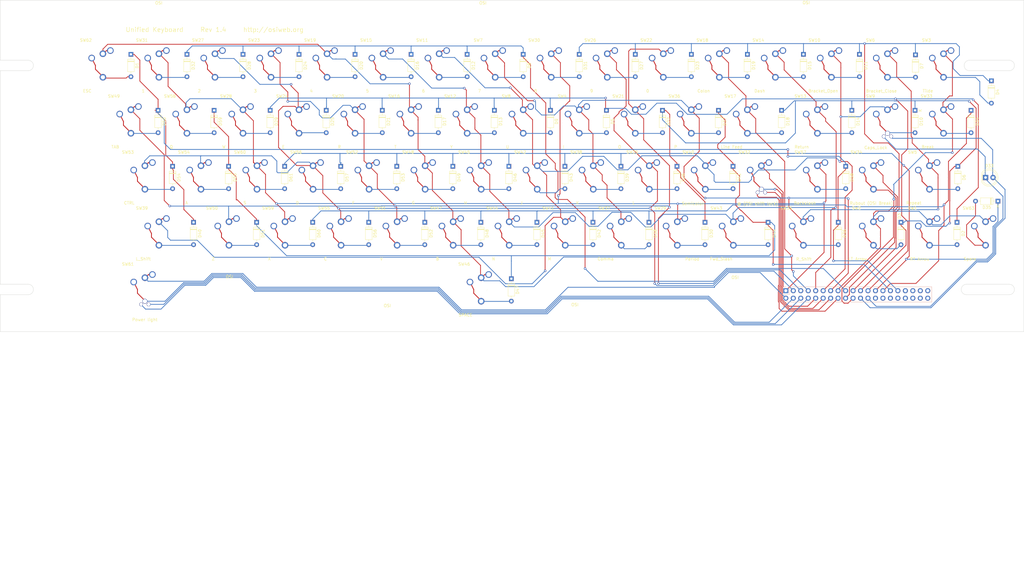
<source format=kicad_pcb>
(kicad_pcb (version 20171130) (host pcbnew "(5.1.5-0-10_14)")
  (title_block (title "Unified Retro Keyboard") (date 2019-08-25) (rev 1.4) (company OSIWeb.org) (comment 1 "Key matrix w/ LED"))
  (layers (0 F.Cu signal) (31 B.Cu signal) (34 B.Paste user) (35 F.Paste user) (36 B.SilkS user) (37 F.SilkS user) (38 B.Mask user) (39 F.Mask user) (44 Edge.Cuts user))
  (net 0 "")
  (net 1 /Row3)
  (net 2 /Row0)
  (net 3 /Row1)
  (net 4 "Net-(D5-Pad2)")
  (net 5 "Net-(D7-Pad2)")
  (net 6 "Net-(D8-Pad2)")
  (net 7 "Net-(D9-Pad2)")
  (net 8 "Net-(D10-Pad2)")
  (net 9 "Net-(D11-Pad2)")
  (net 10 "Net-(D12-Pad2)")
  (net 11 "Net-(D13-Pad2)")
  (net 12 "Net-(D14-Pad2)")
  (net 13 "Net-(D15-Pad2)")
  (net 14 "Net-(D16-Pad2)")
  (net 15 "Net-(D18-Pad2)")
  (net 16 "Net-(D19-Pad2)")
  (net 17 "Net-(D20-Pad2)")
  (net 18 "Net-(D22-Pad2)")
  (net 19 "Net-(D23-Pad2)")
  (net 20 "Net-(D24-Pad2)")
  (net 21 "Net-(D25-Pad2)")
  (net 22 "Net-(D26-Pad2)")
  (net 23 "Net-(D27-Pad2)")
  (net 24 "Net-(D28-Pad2)")
  (net 25 "Net-(D29-Pad2)")
  (net 26 "Net-(D30-Pad2)")
  (net 27 "Net-(D31-Pad2)")
  (net 28 "Net-(D32-Pad2)")
  (net 29 "Net-(D34-Pad2)")
  (net 30 "Net-(D36-Pad2)")
  (net 31 /Row4)
  (net 32 /Row5)
  (net 33 /Row7)
  (net 34 "Net-(D41-Pad2)")
  (net 35 "Net-(D42-Pad2)")
  (net 36 "Net-(D43-Pad2)")
  (net 37 "Net-(D45-Pad2)")
  (net 38 "Net-(D46-Pad2)")
  (net 39 "Net-(D47-Pad2)")
  (net 40 "Net-(D48-Pad2)")
  (net 41 "Net-(D49-Pad2)")
  (net 42 "Net-(D50-Pad2)")
  (net 43 "Net-(D51-Pad2)")
  (net 44 "Net-(D52-Pad2)")
  (net 45 "Net-(D53-Pad2)")
  (net 46 "Net-(D54-Pad2)")
  (net 47 "Net-(D55-Pad2)")
  (net 48 "Net-(D56-Pad2)")
  (net 49 "Net-(D57-Pad2)")
  (net 50 "Net-(D58-Pad2)")
  (net 51 "Net-(D59-Pad2)")
  (net 52 "Net-(D60-Pad2)")
  (net 53 "Net-(D61-Pad2)")
  (net 54 /Col0)
  (net 55 /Col1)
  (net 56 /Col2)
  (net 57 /Col3)
  (net 58 /Col4)
  (net 59 /Col5)
  (net 60 /Col6)
  (net 61 /Col7)
  (net 62 /Row6)
  (net 63 /Row2)
  (net 64 "Net-(J1-Pad40)")
  (net 65 "Net-(J1-Pad39)")
  (net 66 "Net-(J1-Pad38)")
  (net 67 "Net-(J1-Pad37)")
  (net 68 "Net-(J1-Pad36)")
  (net 69 "Net-(J1-Pad35)")
  (net 70 "Net-(J1-Pad34)")
  (net 71 "Net-(J1-Pad33)")
  (net 72 "Net-(D2-Pad2)")
  (net 73 "Net-(D3-Pad2)")
  (net 74 "Net-(D4-Pad2)")
  (net 75 "Net-(D6-Pad2)")
  (net 76 "Net-(D17-Pad2)")
  (net 77 "Net-(D21-Pad2)")
  (net 78 "Net-(D37-Pad2)")
  (net 79 "Net-(D38-Pad2)")
  (net 80 "Net-(D39-Pad2)")
  (net 81 "Net-(D40-Pad2)")
  (net 82 "Net-(D44-Pad2)")
  (net 83 "Net-(J1-Pad6)")
  (net 84 "Net-(J1-Pad8)")
  (net 85 "Net-(J1-Pad10)")
  (net 86 "Net-(J1-Pad12)")
  (net 87 "Net-(J1-Pad14)")
  (net 88 "Net-(J1-Pad16)")
  (net 89 "Net-(J1-Pad18)")
  (net 90 "Net-(J1-Pad20)")
  (net 91 "Net-(J1-Pad26)")
  (net 92 "Net-(J1-Pad28)")
  (net 93 "Net-(J1-Pad30)")
  (net 94 "Net-(J1-Pad32)")
  (net 95 "Net-(J1-Pad2)")
  (net 96 "Net-(J1-Pad4)")
  (net 97 "Net-(D1-Pad2)")
  (net 98 "Net-(D35-Pad2)")
  (net 99 "Net-(D33-Pad2)")
  (net 100 "Net-(D33-Pad1)")
  (module unikbd:Key_MX (layer F.Cu) (at 354.32238 89.79916)
    (fp_text reference SW3 (at -5.7912 -8.6106) (layer F.SilkS))
    (fp_text value Tilde (at -5.334 8.6614) (layer F.SilkS))
    (fp_line (start 1.27 -5.08) (end 0.7366 -4.6736) (layer F.Cu) (width 0.3048))
    (fp_line (start 1.651 -5.08) (end 1.27 -5.08) (layer F.Cu) (width 0.3048))
    (fp_line (start -2.54 1.27) (end 0 3.81) (layer F.Cu) (width 0.3048))
    (fp_line (start -2.54 0) (end -2.54 1.27) (layer F.Cu) (width 0.3048))
    (fp_line (start -3.81 -2.54) (end -2.54 0) (layer F.Cu) (width 0.3048))
    (pad 2 thru_hole circle (at 0 4.0005) (size 2.2352 2.2352) (drill 1.397) (layers *.Cu *.Mask) (net 74 "Net-(D4-Pad2)"))
    (pad 1 thru_hole circle (at 0 -4.0005) (size 2.2352 2.2352) (drill 1.397) (layers *.Cu *.Mask) (net 54 /Col0))
    (pad 3 thru_hole circle (at 2.54 -5.08) (size 2.2352 2.2352) (drill 1.5748) (layers *.Cu *.Mask))
    (pad "" np_thru_hole circle (at -5.08 0) (size 1.7018 1.7018) (drill 1.7018) (layers *.Cu *.Mask))
    (pad "" np_thru_hole circle (at 5.08 0) (size 1.7018 1.7018) (drill 1.7018) (layers *.Cu *.Mask))
    (pad "" np_thru_hole circle (at 0 0) (size 3.9878 3.9878) (drill 3.9878) (layers *.Cu *.Mask))
    (pad 4 thru_hole circle (at -3.81 -2.54) (size 2.2352 2.2352) (drill 1.5748) (layers *.Cu *.Mask))
  )
  (module "unikbd:OSI mounting holes" (layer F.Cu) (at 197.15988 165.99916)
    (fp_text reference REF** (at 0 0.5) (layer F.SilkS))
    (fp_text value "OSI mounting holes")
    (fp_text user OSI (at 110.49762 -97.57156) (layer F.SilkS))
    (fp_text user OSI (at -109.56798 -97.46996) (layer F.SilkS))
    (fp_text user OSI (at 0.59182 -97.46996) (layer F.SilkS))
    (fp_text user OSI (at -31.86938 5.52704) (layer F.SilkS))
    (fp_text user OSI (at 31.88462 5.19684) (layer F.SilkS))
    (fp_text user OSI (at 86.31682 -4.09956) (layer F.SilkS))
    (fp_text user OSI (at -85.53958 -4.32816) (layer F.SilkS))
    (pad "" np_thru_hole circle (at 109.855 -92.8624) (size 3.500001 3.500001) (drill 3.500001) (layers *.Cu *.Mask))
    (pad "" np_thru_hole circle (at -109.855 -92.8624) (size 3.500001 3.500001) (drill 3.500001) (layers *.Cu *.Mask))
    (pad "" np_thru_hole circle (at 0 -92.8624) (size 3.500001 3.500001) (drill 3.500001) (layers *.Cu *.Mask))
    (pad "" np_thru_hole circle (at -31.75 10.16) (size 3.500001 3.500001) (drill 3.500001) (layers *.Cu *.Mask))
    (pad "" np_thru_hole circle (at 31.75 10.16) (size 3.500001 3.500001) (drill 3.500001) (layers *.Cu *.Mask))
    (pad "" np_thru_hole circle (at 85.979 0.4826) (size 3.500001 3.500001) (drill 3.500001) (layers *.Cu *.Mask))
    (pad "" np_thru_hole circle (at -85.979 0.4826) (size 3.500001 3.500001) (drill 3.500001) (layers *.Cu *.Mask))
  )
  (module unikbd:Key_MX_LED (layer F.Cu) (at 82.85988 165.99916)
    (fp_text reference SW61 (at -5.7912 -8.6106) (layer F.SilkS))
    (fp_text value "Power light" (at -0.04318 10.27684) (layer F.SilkS))
    (fp_line (start 1.27 -5.08) (end 0.7366 -4.6736) (layer F.Cu) (width 0.3048))
    (fp_line (start 1.651 -5.08) (end 1.27 -5.08) (layer F.Cu) (width 0.3048))
    (fp_line (start -2.54 1.27) (end 0 3.81) (layer F.Cu) (width 0.3048))
    (fp_line (start -2.54 0) (end -2.54 1.27) (layer F.Cu) (width 0.3048))
    (fp_line (start -3.81 -2.54) (end -2.54 0) (layer F.Cu) (width 0.3048))
    (pad 3 thru_hole circle (at -1.27 5.08) (size 1.27 1.27) (drill 1.0668) (layers *.Cu *.Mask) (net 84 "Net-(J1-Pad8)"))
    (pad 4 thru_hole circle (at 1.27 5.08) (size 1.27 1.27) (drill 1.0668) (layers *.Cu *.Mask) (net 83 "Net-(J1-Pad6)"))
    (pad 2 thru_hole circle (at 0 4.0005) (size 1.651 1.651) (drill 1.397) (layers *.Cu *.Mask) (net 96 "Net-(J1-Pad4)"))
    (pad 1 thru_hole circle (at 0 -4.0005) (size 2.2352 2.2352) (drill 1.397) (layers *.Cu *.Mask) (net 95 "Net-(J1-Pad2)"))
    (pad 6 thru_hole circle (at 2.54 -5.08) (size 2.2352 2.2352) (drill 1.5748) (layers *.Cu *.Mask))
    (pad "" np_thru_hole circle (at -5.08 0) (size 1.7018 1.7018) (drill 1.7018) (layers *.Cu *.Mask))
    (pad "" np_thru_hole circle (at 5.08 0) (size 1.7018 1.7018) (drill 1.7018) (layers *.Cu *.Mask))
    (pad "" np_thru_hole circle (at 0 0) (size 3.9878 3.9878) (drill 3.9878) (layers *.Cu *.Mask))
    (pad 5 thru_hole circle (at -3.81 -2.54) (size 2.2352 2.2352) (drill 1.5748) (layers *.Cu *.Mask))
  )
  (module unikbd:Key_MX_LED (layer F.Cu) (at 292.40988 127.89916)
    (fp_text reference SW32 (at -5.7912 -8.6106) (layer F.SilkS))
    (fp_text value "@ (OSI shift lock)" (at -1.27 8.89) (layer F.SilkS))
    (fp_line (start 1.27 -5.08) (end 0.7366 -4.6736) (layer F.Cu) (width 0.3048))
    (fp_line (start 1.651 -5.08) (end 1.27 -5.08) (layer F.Cu) (width 0.3048))
    (fp_line (start -2.54 1.27) (end 0 3.81) (layer F.Cu) (width 0.3048))
    (fp_line (start -2.54 0) (end -2.54 1.27) (layer F.Cu) (width 0.3048))
    (fp_line (start -3.81 -2.54) (end -2.54 0) (layer F.Cu) (width 0.3048))
    (pad 3 thru_hole circle (at -1.27 5.08) (size 1.27 1.27) (drill 1.0668) (layers *.Cu *.Mask) (net 88 "Net-(J1-Pad16)"))
    (pad 4 thru_hole circle (at 1.27 5.08) (size 1.27 1.27) (drill 1.0668) (layers *.Cu *.Mask) (net 87 "Net-(J1-Pad14)"))
    (pad 2 thru_hole circle (at 0 4.0005) (size 1.651 1.651) (drill 1.397) (layers *.Cu *.Mask) (net 86 "Net-(J1-Pad12)"))
    (pad 1 thru_hole circle (at 0 -4.0005) (size 2.2352 2.2352) (drill 1.397) (layers *.Cu *.Mask) (net 85 "Net-(J1-Pad10)"))
    (pad 6 thru_hole circle (at 2.54 -5.08) (size 2.2352 2.2352) (drill 1.5748) (layers *.Cu *.Mask))
    (pad "" np_thru_hole circle (at -5.08 0) (size 1.7018 1.7018) (drill 1.7018) (layers *.Cu *.Mask))
    (pad "" np_thru_hole circle (at 5.08 0) (size 1.7018 1.7018) (drill 1.7018) (layers *.Cu *.Mask))
    (pad "" np_thru_hole circle (at 0 0) (size 3.9878 3.9878) (drill 3.9878) (layers *.Cu *.Mask))
    (pad 5 thru_hole circle (at -3.81 -2.54) (size 2.2352 2.2352) (drill 1.5748) (layers *.Cu *.Mask))
  )
  (module unikbd:Key_MX_LED (layer F.Cu) (at 335.27238 108.84916)
    (fp_text reference SW9 (at -5.7912 -8.6106) (layer F.SilkS))
    (fp_text value Caps_Lock (at -3.98018 8.87984) (layer F.SilkS))
    (fp_line (start 1.27 -5.08) (end 0.7366 -4.6736) (layer F.Cu) (width 0.3048))
    (fp_line (start 1.651 -5.08) (end 1.27 -5.08) (layer F.Cu) (width 0.3048))
    (fp_line (start -2.54 1.27) (end 0 3.81) (layer F.Cu) (width 0.3048))
    (fp_line (start -2.54 0) (end -2.54 1.27) (layer F.Cu) (width 0.3048))
    (fp_line (start -3.81 -2.54) (end -2.54 0) (layer F.Cu) (width 0.3048))
    (pad 3 thru_hole circle (at -1.27 5.08) (size 1.27 1.27) (drill 1.0668) (layers *.Cu *.Mask) (net 100 "Net-(D33-Pad1)"))
    (pad 4 thru_hole circle (at 1.27 5.08) (size 1.27 1.27) (drill 1.0668) (layers *.Cu *.Mask) (net 99 "Net-(D33-Pad2)"))
    (pad 2 thru_hole circle (at 0 4.0005) (size 1.651 1.651) (drill 1.397) (layers *.Cu *.Mask) (net 8 "Net-(D10-Pad2)"))
    (pad 1 thru_hole circle (at 0 -4.0005) (size 2.2352 2.2352) (drill 1.397) (layers *.Cu *.Mask) (net 56 /Col2))
    (pad 6 thru_hole circle (at 2.54 -5.08) (size 2.2352 2.2352) (drill 1.5748) (layers *.Cu *.Mask))
    (pad "" np_thru_hole circle (at -5.08 0) (size 1.7018 1.7018) (drill 1.7018) (layers *.Cu *.Mask))
    (pad "" np_thru_hole circle (at 5.08 0) (size 1.7018 1.7018) (drill 1.7018) (layers *.Cu *.Mask))
    (pad "" np_thru_hole circle (at 0 0) (size 3.9878 3.9878) (drill 3.9878) (layers *.Cu *.Mask))
    (pad 5 thru_hole circle (at -3.81 -2.54) (size 2.2352 2.2352) (drill 1.5748) (layers *.Cu *.Mask))
  )
  (module unikbd:Key_MX (layer F.Cu) (at 87.62238 146.94916)
    (fp_text reference SW39 (at -5.7912 -8.6106) (layer F.SilkS))
    (fp_text value L_Shift (at -5.334 8.6614) (layer F.SilkS))
    (fp_line (start 1.27 -5.08) (end 0.7366 -4.6736) (layer F.Cu) (width 0.3048))
    (fp_line (start 1.651 -5.08) (end 1.27 -5.08) (layer F.Cu) (width 0.3048))
    (fp_line (start -2.54 1.27) (end 0 3.81) (layer F.Cu) (width 0.3048))
    (fp_line (start -2.54 0) (end -2.54 1.27) (layer F.Cu) (width 0.3048))
    (fp_line (start -3.81 -2.54) (end -2.54 0) (layer F.Cu) (width 0.3048))
    (pad 2 thru_hole circle (at 0 4.0005) (size 2.2352 2.2352) (drill 1.397) (layers *.Cu *.Mask) (net 81 "Net-(D40-Pad2)"))
    (pad 1 thru_hole circle (at 0 -4.0005) (size 2.2352 2.2352) (drill 1.397) (layers *.Cu *.Mask) (net 56 /Col2))
    (pad 3 thru_hole circle (at 2.54 -5.08) (size 2.2352 2.2352) (drill 1.5748) (layers *.Cu *.Mask))
    (pad "" np_thru_hole circle (at -5.08 0) (size 1.7018 1.7018) (drill 1.7018) (layers *.Cu *.Mask))
    (pad "" np_thru_hole circle (at 5.08 0) (size 1.7018 1.7018) (drill 1.7018) (layers *.Cu *.Mask))
    (pad "" np_thru_hole circle (at 0 0) (size 3.9878 3.9878) (drill 3.9878) (layers *.Cu *.Mask))
    (pad 4 thru_hole circle (at -3.81 -2.54) (size 2.2352 2.2352) (drill 1.5748) (layers *.Cu *.Mask))
  )
  (module unikbd:Key_MX (layer F.Cu) (at 273.35988 127.89916)
    (fp_text reference SW40 (at -5.7912 -8.6106) (layer F.SilkS))
    (fp_text value Semicolon (at -4.13258 8.87984) (layer F.SilkS))
    (fp_line (start 1.27 -5.08) (end 0.7366 -4.6736) (layer F.Cu) (width 0.3048))
    (fp_line (start 1.651 -5.08) (end 1.27 -5.08) (layer F.Cu) (width 0.3048))
    (fp_line (start -2.54 1.27) (end 0 3.81) (layer F.Cu) (width 0.3048))
    (fp_line (start -2.54 0) (end -2.54 1.27) (layer F.Cu) (width 0.3048))
    (fp_line (start -3.81 -2.54) (end -2.54 0) (layer F.Cu) (width 0.3048))
    (pad 2 thru_hole circle (at 0 4.0005) (size 2.2352 2.2352) (drill 1.397) (layers *.Cu *.Mask) (net 34 "Net-(D41-Pad2)"))
    (pad 1 thru_hole circle (at 0 -4.0005) (size 2.2352 2.2352) (drill 1.397) (layers *.Cu *.Mask) (net 56 /Col2))
    (pad 3 thru_hole circle (at 2.54 -5.08) (size 2.2352 2.2352) (drill 1.5748) (layers *.Cu *.Mask))
    (pad "" np_thru_hole circle (at -5.08 0) (size 1.7018 1.7018) (drill 1.7018) (layers *.Cu *.Mask))
    (pad "" np_thru_hole circle (at 5.08 0) (size 1.7018 1.7018) (drill 1.7018) (layers *.Cu *.Mask))
    (pad "" np_thru_hole circle (at 0 0) (size 3.9878 3.9878) (drill 3.9878) (layers *.Cu *.Mask))
    (pad 4 thru_hole circle (at -3.81 -2.54) (size 2.2352 2.2352) (drill 1.5748) (layers *.Cu *.Mask))
  )
  (module unikbd:Key_MX (layer F.Cu) (at 368.60988 146.94916)
    (fp_text reference SW63 (at -5.7912 -8.6106) (layer F.SilkS))
    (fp_text value Spare (at -5.334 8.6614) (layer F.SilkS))
    (fp_line (start 1.27 -5.08) (end 0.7366 -4.6736) (layer F.Cu) (width 0.3048))
    (fp_line (start 1.651 -5.08) (end 1.27 -5.08) (layer F.Cu) (width 0.3048))
    (fp_line (start -2.54 1.27) (end 0 3.81) (layer F.Cu) (width 0.3048))
    (fp_line (start -2.54 0) (end -2.54 1.27) (layer F.Cu) (width 0.3048))
    (fp_line (start -3.81 -2.54) (end -2.54 0) (layer F.Cu) (width 0.3048))
    (pad 2 thru_hole circle (at 0 4.0005) (size 2.2352 2.2352) (drill 1.397) (layers *.Cu *.Mask) (net 98 "Net-(D35-Pad2)"))
    (pad 1 thru_hole circle (at 0 -4.0005) (size 2.2352 2.2352) (drill 1.397) (layers *.Cu *.Mask) (net 54 /Col0))
    (pad 3 thru_hole circle (at 2.54 -5.08) (size 2.2352 2.2352) (drill 1.5748) (layers *.Cu *.Mask))
    (pad "" np_thru_hole circle (at -5.08 0) (size 1.7018 1.7018) (drill 1.7018) (layers *.Cu *.Mask))
    (pad "" np_thru_hole circle (at 5.08 0) (size 1.7018 1.7018) (drill 1.7018) (layers *.Cu *.Mask))
    (pad "" np_thru_hole circle (at 0 0) (size 3.9878 3.9878) (drill 3.9878) (layers *.Cu *.Mask))
    (pad 4 thru_hole circle (at -3.81 -2.54) (size 2.2352 2.2352) (drill 1.5748) (layers *.Cu *.Mask))
  )
  (module unikbd:Key_MX (layer F.Cu) (at 68.57238 89.79916)
    (fp_text reference SW62 (at -5.7912 -8.6106) (layer F.SilkS))
    (fp_text value ESC (at -5.334 8.6614) (layer F.SilkS))
    (fp_line (start 1.27 -5.08) (end 0.7366 -4.6736) (layer F.Cu) (width 0.3048))
    (fp_line (start 1.651 -5.08) (end 1.27 -5.08) (layer F.Cu) (width 0.3048))
    (fp_line (start -2.54 1.27) (end 0 3.81) (layer F.Cu) (width 0.3048))
    (fp_line (start -2.54 0) (end -2.54 1.27) (layer F.Cu) (width 0.3048))
    (fp_line (start -3.81 -2.54) (end -2.54 0) (layer F.Cu) (width 0.3048))
    (pad 2 thru_hole circle (at 0 4.0005) (size 2.2352 2.2352) (drill 1.397) (layers *.Cu *.Mask) (net 97 "Net-(D1-Pad2)"))
    (pad 1 thru_hole circle (at 0 -4.0005) (size 2.2352 2.2352) (drill 1.397) (layers *.Cu *.Mask) (net 58 /Col4))
    (pad 3 thru_hole circle (at 2.54 -5.08) (size 2.2352 2.2352) (drill 1.5748) (layers *.Cu *.Mask))
    (pad "" np_thru_hole circle (at -5.08 0) (size 1.7018 1.7018) (drill 1.7018) (layers *.Cu *.Mask))
    (pad "" np_thru_hole circle (at 5.08 0) (size 1.7018 1.7018) (drill 1.7018) (layers *.Cu *.Mask))
    (pad "" np_thru_hole circle (at 0 0) (size 3.9878 3.9878) (drill 3.9878) (layers *.Cu *.Mask))
    (pad 4 thru_hole circle (at -3.81 -2.54) (size 2.2352 2.2352) (drill 1.5748) (layers *.Cu *.Mask))
  )
  (module unikbd:Key_MX (layer F.Cu) (at 197.15988 165.99916)
    (fp_text reference SW46 (at -5.7912 -8.6106) (layer F.SilkS))
    (fp_text value SPACE (at -5.334 8.6614) (layer F.SilkS))
    (fp_line (start 1.27 -5.08) (end 0.7366 -4.6736) (layer F.Cu) (width 0.3048))
    (fp_line (start 1.651 -5.08) (end 1.27 -5.08) (layer F.Cu) (width 0.3048))
    (fp_line (start -2.54 1.27) (end 0 3.81) (layer F.Cu) (width 0.3048))
    (fp_line (start -2.54 0) (end -2.54 1.27) (layer F.Cu) (width 0.3048))
    (fp_line (start -3.81 -2.54) (end -2.54 0) (layer F.Cu) (width 0.3048))
    (pad 2 thru_hole circle (at 0 4.0005) (size 2.2352 2.2352) (drill 1.397) (layers *.Cu *.Mask) (net 39 "Net-(D47-Pad2)"))
    (pad 1 thru_hole circle (at 0 -4.0005) (size 2.2352 2.2352) (drill 1.397) (layers *.Cu *.Mask) (net 58 /Col4))
    (pad 3 thru_hole circle (at 2.54 -5.08) (size 2.2352 2.2352) (drill 1.5748) (layers *.Cu *.Mask))
    (pad "" np_thru_hole circle (at -5.08 0) (size 1.7018 1.7018) (drill 1.7018) (layers *.Cu *.Mask))
    (pad "" np_thru_hole circle (at 5.08 0) (size 1.7018 1.7018) (drill 1.7018) (layers *.Cu *.Mask))
    (pad "" np_thru_hole circle (at 0 0) (size 3.9878 3.9878) (drill 3.9878) (layers *.Cu *.Mask))
    (pad 4 thru_hole circle (at -3.81 -2.54) (size 2.2352 2.2352) (drill 1.5748) (layers *.Cu *.Mask))
  )
  (module unikbd:Key_MX (layer F.Cu) (at 244.78488 146.94916)
    (fp_text reference SW37 (at -5.7912 -8.6106) (layer F.SilkS))
    (fp_text value Comma (at -5.334 8.6614) (layer F.SilkS))
    (fp_line (start 1.27 -5.08) (end 0.7366 -4.6736) (layer F.Cu) (width 0.3048))
    (fp_line (start 1.651 -5.08) (end 1.27 -5.08) (layer F.Cu) (width 0.3048))
    (fp_line (start -2.54 1.27) (end 0 3.81) (layer F.Cu) (width 0.3048))
    (fp_line (start -2.54 0) (end -2.54 1.27) (layer F.Cu) (width 0.3048))
    (fp_line (start -3.81 -2.54) (end -2.54 0) (layer F.Cu) (width 0.3048))
    (pad 2 thru_hole circle (at 0 4.0005) (size 2.2352 2.2352) (drill 1.397) (layers *.Cu *.Mask) (net 79 "Net-(D38-Pad2)"))
    (pad 1 thru_hole circle (at 0 -4.0005) (size 2.2352 2.2352) (drill 1.397) (layers *.Cu *.Mask) (net 55 /Col1))
    (pad 3 thru_hole circle (at 2.54 -5.08) (size 2.2352 2.2352) (drill 1.5748) (layers *.Cu *.Mask))
    (pad "" np_thru_hole circle (at -5.08 0) (size 1.7018 1.7018) (drill 1.7018) (layers *.Cu *.Mask))
    (pad "" np_thru_hole circle (at 5.08 0) (size 1.7018 1.7018) (drill 1.7018) (layers *.Cu *.Mask))
    (pad "" np_thru_hole circle (at 0 0) (size 3.9878 3.9878) (drill 3.9878) (layers *.Cu *.Mask))
    (pad 4 thru_hole circle (at -3.81 -2.54) (size 2.2352 2.2352) (drill 1.5748) (layers *.Cu *.Mask))
  )
  (module unikbd:Key_MX (layer F.Cu) (at 87.62238 89.79916)
    (fp_text reference SW31 (at -5.7912 -8.6106) (layer F.SilkS))
    (fp_text value 1 (at -5.334 8.6614) (layer F.SilkS))
    (fp_line (start 1.27 -5.08) (end 0.7366 -4.6736) (layer F.Cu) (width 0.3048))
    (fp_line (start 1.651 -5.08) (end 1.27 -5.08) (layer F.Cu) (width 0.3048))
    (fp_line (start -2.54 1.27) (end 0 3.81) (layer F.Cu) (width 0.3048))
    (fp_line (start -2.54 0) (end -2.54 1.27) (layer F.Cu) (width 0.3048))
    (fp_line (start -3.81 -2.54) (end -2.54 0) (layer F.Cu) (width 0.3048))
    (pad 2 thru_hole circle (at 0 4.0005) (size 2.2352 2.2352) (drill 1.397) (layers *.Cu *.Mask) (net 28 "Net-(D32-Pad2)"))
    (pad 1 thru_hole circle (at 0 -4.0005) (size 2.2352 2.2352) (drill 1.397) (layers *.Cu *.Mask) (net 61 /Col7))
    (pad 3 thru_hole circle (at 2.54 -5.08) (size 2.2352 2.2352) (drill 1.5748) (layers *.Cu *.Mask))
    (pad "" np_thru_hole circle (at -5.08 0) (size 1.7018 1.7018) (drill 1.7018) (layers *.Cu *.Mask))
    (pad "" np_thru_hole circle (at 5.08 0) (size 1.7018 1.7018) (drill 1.7018) (layers *.Cu *.Mask))
    (pad "" np_thru_hole circle (at 0 0) (size 3.9878 3.9878) (drill 3.9878) (layers *.Cu *.Mask))
    (pad 4 thru_hole circle (at -3.81 -2.54) (size 2.2352 2.2352) (drill 1.5748) (layers *.Cu *.Mask))
  )
  (module unikbd:Key_MX (layer F.Cu) (at 220.97238 89.79916)
    (fp_text reference SW30 (at -5.7912 -8.6106) (layer F.SilkS))
    (fp_text value 8 (at -5.334 8.6614) (layer F.SilkS))
    (fp_line (start 1.27 -5.08) (end 0.7366 -4.6736) (layer F.Cu) (width 0.3048))
    (fp_line (start 1.651 -5.08) (end 1.27 -5.08) (layer F.Cu) (width 0.3048))
    (fp_line (start -2.54 1.27) (end 0 3.81) (layer F.Cu) (width 0.3048))
    (fp_line (start -2.54 0) (end -2.54 1.27) (layer F.Cu) (width 0.3048))
    (fp_line (start -3.81 -2.54) (end -2.54 0) (layer F.Cu) (width 0.3048))
    (pad 2 thru_hole circle (at 0 4.0005) (size 2.2352 2.2352) (drill 1.397) (layers *.Cu *.Mask) (net 27 "Net-(D31-Pad2)"))
    (pad 1 thru_hole circle (at 0 -4.0005) (size 2.2352 2.2352) (drill 1.397) (layers *.Cu *.Mask) (net 61 /Col7))
    (pad 3 thru_hole circle (at 2.54 -5.08) (size 2.2352 2.2352) (drill 1.5748) (layers *.Cu *.Mask))
    (pad "" np_thru_hole circle (at -5.08 0) (size 1.7018 1.7018) (drill 1.7018) (layers *.Cu *.Mask))
    (pad "" np_thru_hole circle (at 5.08 0) (size 1.7018 1.7018) (drill 1.7018) (layers *.Cu *.Mask))
    (pad "" np_thru_hole circle (at 0 0) (size 3.9878 3.9878) (drill 3.9878) (layers *.Cu *.Mask))
    (pad 4 thru_hole circle (at -3.81 -2.54) (size 2.2352 2.2352) (drill 1.5748) (layers *.Cu *.Mask))
  )
  (module unikbd:Key_MX (layer F.Cu) (at 263.83488 146.94916)
    (fp_text reference SW29 (at -5.7912 -8.6106) (layer F.SilkS))
    (fp_text value Period (at 5.07492 8.68934) (layer F.SilkS))
    (fp_line (start 1.27 -5.08) (end 0.7366 -4.6736) (layer F.Cu) (width 0.3048))
    (fp_line (start 1.651 -5.08) (end 1.27 -5.08) (layer F.Cu) (width 0.3048))
    (fp_line (start -2.54 1.27) (end 0 3.81) (layer F.Cu) (width 0.3048))
    (fp_line (start -2.54 0) (end -2.54 1.27) (layer F.Cu) (width 0.3048))
    (fp_line (start -3.81 -2.54) (end -2.54 0) (layer F.Cu) (width 0.3048))
    (pad 2 thru_hole circle (at 0 4.0005) (size 2.2352 2.2352) (drill 1.397) (layers *.Cu *.Mask) (net 26 "Net-(D30-Pad2)"))
    (pad 1 thru_hole circle (at 0 -4.0005) (size 2.2352 2.2352) (drill 1.397) (layers *.Cu *.Mask) (net 61 /Col7))
    (pad 3 thru_hole circle (at 2.54 -5.08) (size 2.2352 2.2352) (drill 1.5748) (layers *.Cu *.Mask))
    (pad "" np_thru_hole circle (at -5.08 0) (size 1.7018 1.7018) (drill 1.7018) (layers *.Cu *.Mask))
    (pad "" np_thru_hole circle (at 5.08 0) (size 1.7018 1.7018) (drill 1.7018) (layers *.Cu *.Mask))
    (pad "" np_thru_hole circle (at 0 0) (size 3.9878 3.9878) (drill 3.9878) (layers *.Cu *.Mask))
    (pad 4 thru_hole circle (at -3.81 -2.54) (size 2.2352 2.2352) (drill 1.5748) (layers *.Cu *.Mask))
  )
  (module unikbd:Key_MX (layer F.Cu) (at 116.19738 108.84916)
    (fp_text reference SW28 (at -5.7912 -8.6106) (layer F.SilkS))
    (fp_text value W (at -6.50748 8.62584) (layer F.SilkS))
    (fp_line (start 1.27 -5.08) (end 0.7366 -4.6736) (layer F.Cu) (width 0.3048))
    (fp_line (start 1.651 -5.08) (end 1.27 -5.08) (layer F.Cu) (width 0.3048))
    (fp_line (start -2.54 1.27) (end 0 3.81) (layer F.Cu) (width 0.3048))
    (fp_line (start -2.54 0) (end -2.54 1.27) (layer F.Cu) (width 0.3048))
    (fp_line (start -3.81 -2.54) (end -2.54 0) (layer F.Cu) (width 0.3048))
    (pad 2 thru_hole circle (at 0 4.0005) (size 2.2352 2.2352) (drill 1.397) (layers *.Cu *.Mask) (net 25 "Net-(D29-Pad2)"))
    (pad 1 thru_hole circle (at 0 -4.0005) (size 2.2352 2.2352) (drill 1.397) (layers *.Cu *.Mask) (net 61 /Col7))
    (pad 3 thru_hole circle (at 2.54 -5.08) (size 2.2352 2.2352) (drill 1.5748) (layers *.Cu *.Mask))
    (pad "" np_thru_hole circle (at -5.08 0) (size 1.7018 1.7018) (drill 1.7018) (layers *.Cu *.Mask))
    (pad "" np_thru_hole circle (at 5.08 0) (size 1.7018 1.7018) (drill 1.7018) (layers *.Cu *.Mask))
    (pad "" np_thru_hole circle (at 0 0) (size 3.9878 3.9878) (drill 3.9878) (layers *.Cu *.Mask))
    (pad 4 thru_hole circle (at -3.81 -2.54) (size 2.2352 2.2352) (drill 1.5748) (layers *.Cu *.Mask))
  )
  (module unikbd:Key_MX (layer F.Cu) (at 106.67238 89.79916)
    (fp_text reference SW27 (at -5.7912 -8.6106) (layer F.SilkS))
    (fp_text value 2 (at -5.334 8.6614) (layer F.SilkS))
    (fp_line (start 1.27 -5.08) (end 0.7366 -4.6736) (layer F.Cu) (width 0.3048))
    (fp_line (start 1.651 -5.08) (end 1.27 -5.08) (layer F.Cu) (width 0.3048))
    (fp_line (start -2.54 1.27) (end 0 3.81) (layer F.Cu) (width 0.3048))
    (fp_line (start -2.54 0) (end -2.54 1.27) (layer F.Cu) (width 0.3048))
    (fp_line (start -3.81 -2.54) (end -2.54 0) (layer F.Cu) (width 0.3048))
    (pad 2 thru_hole circle (at 0 4.0005) (size 2.2352 2.2352) (drill 1.397) (layers *.Cu *.Mask) (net 24 "Net-(D28-Pad2)"))
    (pad 1 thru_hole circle (at 0 -4.0005) (size 2.2352 2.2352) (drill 1.397) (layers *.Cu *.Mask) (net 60 /Col6))
    (pad 3 thru_hole circle (at 2.54 -5.08) (size 2.2352 2.2352) (drill 1.5748) (layers *.Cu *.Mask))
    (pad "" np_thru_hole circle (at -5.08 0) (size 1.7018 1.7018) (drill 1.7018) (layers *.Cu *.Mask))
    (pad "" np_thru_hole circle (at 5.08 0) (size 1.7018 1.7018) (drill 1.7018) (layers *.Cu *.Mask))
    (pad "" np_thru_hole circle (at 0 0) (size 3.9878 3.9878) (drill 3.9878) (layers *.Cu *.Mask))
    (pad 4 thru_hole circle (at -3.81 -2.54) (size 2.2352 2.2352) (drill 1.5748) (layers *.Cu *.Mask))
  )
  (module unikbd:Key_MX (layer F.Cu) (at 240.02238 89.79916)
    (fp_text reference SW26 (at -5.7912 -8.6106) (layer F.SilkS))
    (fp_text value 9 (at -5.334 8.6614) (layer F.SilkS))
    (fp_line (start 1.27 -5.08) (end 0.7366 -4.6736) (layer F.Cu) (width 0.3048))
    (fp_line (start 1.651 -5.08) (end 1.27 -5.08) (layer F.Cu) (width 0.3048))
    (fp_line (start -2.54 1.27) (end 0 3.81) (layer F.Cu) (width 0.3048))
    (fp_line (start -2.54 0) (end -2.54 1.27) (layer F.Cu) (width 0.3048))
    (fp_line (start -3.81 -2.54) (end -2.54 0) (layer F.Cu) (width 0.3048))
    (pad 2 thru_hole circle (at 0 4.0005) (size 2.2352 2.2352) (drill 1.397) (layers *.Cu *.Mask) (net 23 "Net-(D27-Pad2)"))
    (pad 1 thru_hole circle (at 0 -4.0005) (size 2.2352 2.2352) (drill 1.397) (layers *.Cu *.Mask) (net 60 /Col6))
    (pad 3 thru_hole circle (at 2.54 -5.08) (size 2.2352 2.2352) (drill 1.5748) (layers *.Cu *.Mask))
    (pad "" np_thru_hole circle (at -5.08 0) (size 1.7018 1.7018) (drill 1.7018) (layers *.Cu *.Mask))
    (pad "" np_thru_hole circle (at 5.08 0) (size 1.7018 1.7018) (drill 1.7018) (layers *.Cu *.Mask))
    (pad "" np_thru_hole circle (at 0 0) (size 3.9878 3.9878) (drill 3.9878) (layers *.Cu *.Mask))
    (pad 4 thru_hole circle (at -3.81 -2.54) (size 2.2352 2.2352) (drill 1.5748) (layers *.Cu *.Mask))
  )
  (module unikbd:Key_MX (layer F.Cu) (at 254.30988 127.89916)
    (fp_text reference SW25 (at -5.7912 -8.6106) (layer F.SilkS))
    (fp_text value L (at -5.334 8.6614) (layer F.SilkS))
    (fp_line (start 1.27 -5.08) (end 0.7366 -4.6736) (layer F.Cu) (width 0.3048))
    (fp_line (start 1.651 -5.08) (end 1.27 -5.08) (layer F.Cu) (width 0.3048))
    (fp_line (start -2.54 1.27) (end 0 3.81) (layer F.Cu) (width 0.3048))
    (fp_line (start -2.54 0) (end -2.54 1.27) (layer F.Cu) (width 0.3048))
    (fp_line (start -3.81 -2.54) (end -2.54 0) (layer F.Cu) (width 0.3048))
    (pad 2 thru_hole circle (at 0 4.0005) (size 2.2352 2.2352) (drill 1.397) (layers *.Cu *.Mask) (net 22 "Net-(D26-Pad2)"))
    (pad 1 thru_hole circle (at 0 -4.0005) (size 2.2352 2.2352) (drill 1.397) (layers *.Cu *.Mask) (net 60 /Col6))
    (pad 3 thru_hole circle (at 2.54 -5.08) (size 2.2352 2.2352) (drill 1.5748) (layers *.Cu *.Mask))
    (pad "" np_thru_hole circle (at -5.08 0) (size 1.7018 1.7018) (drill 1.7018) (layers *.Cu *.Mask))
    (pad "" np_thru_hole circle (at 5.08 0) (size 1.7018 1.7018) (drill 1.7018) (layers *.Cu *.Mask))
    (pad "" np_thru_hole circle (at 0 0) (size 3.9878 3.9878) (drill 3.9878) (layers *.Cu *.Mask))
    (pad 4 thru_hole circle (at -3.81 -2.54) (size 2.2352 2.2352) (drill 1.5748) (layers *.Cu *.Mask))
  )
  (module unikbd:Key_MX (layer F.Cu) (at 135.24738 108.84916)
    (fp_text reference SW24 (at -5.7912 -8.6106) (layer F.SilkS))
    (fp_text value E (at -5.334 8.6614) (layer F.SilkS))
    (fp_line (start 1.27 -5.08) (end 0.7366 -4.6736) (layer F.Cu) (width 0.3048))
    (fp_line (start 1.651 -5.08) (end 1.27 -5.08) (layer F.Cu) (width 0.3048))
    (fp_line (start -2.54 1.27) (end 0 3.81) (layer F.Cu) (width 0.3048))
    (fp_line (start -2.54 0) (end -2.54 1.27) (layer F.Cu) (width 0.3048))
    (fp_line (start -3.81 -2.54) (end -2.54 0) (layer F.Cu) (width 0.3048))
    (pad 2 thru_hole circle (at 0 4.0005) (size 2.2352 2.2352) (drill 1.397) (layers *.Cu *.Mask) (net 21 "Net-(D25-Pad2)"))
    (pad 1 thru_hole circle (at 0 -4.0005) (size 2.2352 2.2352) (drill 1.397) (layers *.Cu *.Mask) (net 60 /Col6))
    (pad 3 thru_hole circle (at 2.54 -5.08) (size 2.2352 2.2352) (drill 1.5748) (layers *.Cu *.Mask))
    (pad "" np_thru_hole circle (at -5.08 0) (size 1.7018 1.7018) (drill 1.7018) (layers *.Cu *.Mask))
    (pad "" np_thru_hole circle (at 5.08 0) (size 1.7018 1.7018) (drill 1.7018) (layers *.Cu *.Mask))
    (pad "" np_thru_hole circle (at 0 0) (size 3.9878 3.9878) (drill 3.9878) (layers *.Cu *.Mask))
    (pad 4 thru_hole circle (at -3.81 -2.54) (size 2.2352 2.2352) (drill 1.5748) (layers *.Cu *.Mask))
  )
  (module unikbd:Key_MX (layer F.Cu) (at 125.72238 89.79916)
    (fp_text reference SW23 (at -5.7912 -8.6106) (layer F.SilkS))
    (fp_text value 3 (at -5.334 8.6614) (layer F.SilkS))
    (fp_line (start 1.27 -5.08) (end 0.7366 -4.6736) (layer F.Cu) (width 0.3048))
    (fp_line (start 1.651 -5.08) (end 1.27 -5.08) (layer F.Cu) (width 0.3048))
    (fp_line (start -2.54 1.27) (end 0 3.81) (layer F.Cu) (width 0.3048))
    (fp_line (start -2.54 0) (end -2.54 1.27) (layer F.Cu) (width 0.3048))
    (fp_line (start -3.81 -2.54) (end -2.54 0) (layer F.Cu) (width 0.3048))
    (pad 2 thru_hole circle (at 0 4.0005) (size 2.2352 2.2352) (drill 1.397) (layers *.Cu *.Mask) (net 20 "Net-(D24-Pad2)"))
    (pad 1 thru_hole circle (at 0 -4.0005) (size 2.2352 2.2352) (drill 1.397) (layers *.Cu *.Mask) (net 59 /Col5))
    (pad 3 thru_hole circle (at 2.54 -5.08) (size 2.2352 2.2352) (drill 1.5748) (layers *.Cu *.Mask))
    (pad "" np_thru_hole circle (at -5.08 0) (size 1.7018 1.7018) (drill 1.7018) (layers *.Cu *.Mask))
    (pad "" np_thru_hole circle (at 5.08 0) (size 1.7018 1.7018) (drill 1.7018) (layers *.Cu *.Mask))
    (pad "" np_thru_hole circle (at 0 0) (size 3.9878 3.9878) (drill 3.9878) (layers *.Cu *.Mask))
    (pad 4 thru_hole circle (at -3.81 -2.54) (size 2.2352 2.2352) (drill 1.5748) (layers *.Cu *.Mask))
  )
  (module unikbd:Key_MX (layer F.Cu) (at 259.07238 89.79916)
    (fp_text reference SW22 (at -5.7912 -8.6106) (layer F.SilkS))
    (fp_text value 0 (at -5.334 8.6614) (layer F.SilkS))
    (fp_line (start 1.27 -5.08) (end 0.7366 -4.6736) (layer F.Cu) (width 0.3048))
    (fp_line (start 1.651 -5.08) (end 1.27 -5.08) (layer F.Cu) (width 0.3048))
    (fp_line (start -2.54 1.27) (end 0 3.81) (layer F.Cu) (width 0.3048))
    (fp_line (start -2.54 0) (end -2.54 1.27) (layer F.Cu) (width 0.3048))
    (fp_line (start -3.81 -2.54) (end -2.54 0) (layer F.Cu) (width 0.3048))
    (pad 2 thru_hole circle (at 0 4.0005) (size 2.2352 2.2352) (drill 1.397) (layers *.Cu *.Mask) (net 19 "Net-(D23-Pad2)"))
    (pad 1 thru_hole circle (at 0 -4.0005) (size 2.2352 2.2352) (drill 1.397) (layers *.Cu *.Mask) (net 59 /Col5))
    (pad 3 thru_hole circle (at 2.54 -5.08) (size 2.2352 2.2352) (drill 1.5748) (layers *.Cu *.Mask))
    (pad "" np_thru_hole circle (at -5.08 0) (size 1.7018 1.7018) (drill 1.7018) (layers *.Cu *.Mask))
    (pad "" np_thru_hole circle (at 5.08 0) (size 1.7018 1.7018) (drill 1.7018) (layers *.Cu *.Mask))
    (pad "" np_thru_hole circle (at 0 0) (size 3.9878 3.9878) (drill 3.9878) (layers *.Cu *.Mask))
    (pad 4 thru_hole circle (at -3.81 -2.54) (size 2.2352 2.2352) (drill 1.5748) (layers *.Cu *.Mask))
  )
  (module unikbd:Key_MX (layer F.Cu) (at 249.54738 108.84916)
    (fp_text reference SW21 (at -5.7912 -8.6106) (layer F.SilkS))
    (fp_text value O (at -5.334 8.6614) (layer F.SilkS))
    (fp_line (start 1.27 -5.08) (end 0.7366 -4.6736) (layer F.Cu) (width 0.3048))
    (fp_line (start 1.651 -5.08) (end 1.27 -5.08) (layer F.Cu) (width 0.3048))
    (fp_line (start -2.54 1.27) (end 0 3.81) (layer F.Cu) (width 0.3048))
    (fp_line (start -2.54 0) (end -2.54 1.27) (layer F.Cu) (width 0.3048))
    (fp_line (start -3.81 -2.54) (end -2.54 0) (layer F.Cu) (width 0.3048))
    (pad 2 thru_hole circle (at 0 4.0005) (size 2.2352 2.2352) (drill 1.397) (layers *.Cu *.Mask) (net 18 "Net-(D22-Pad2)"))
    (pad 1 thru_hole circle (at 0 -4.0005) (size 2.2352 2.2352) (drill 1.397) (layers *.Cu *.Mask) (net 59 /Col5))
    (pad 3 thru_hole circle (at 2.54 -5.08) (size 2.2352 2.2352) (drill 1.5748) (layers *.Cu *.Mask))
    (pad "" np_thru_hole circle (at -5.08 0) (size 1.7018 1.7018) (drill 1.7018) (layers *.Cu *.Mask))
    (pad "" np_thru_hole circle (at 5.08 0) (size 1.7018 1.7018) (drill 1.7018) (layers *.Cu *.Mask))
    (pad "" np_thru_hole circle (at 0 0) (size 3.9878 3.9878) (drill 3.9878) (layers *.Cu *.Mask))
    (pad 4 thru_hole circle (at -3.81 -2.54) (size 2.2352 2.2352) (drill 1.5748) (layers *.Cu *.Mask))
  )
  (module unikbd:Key_MX (layer F.Cu) (at 154.29738 108.84916)
    (fp_text reference SW20 (at -5.7912 -8.6106) (layer F.SilkS))
    (fp_text value R (at -5.334 8.6614) (layer F.SilkS))
    (fp_line (start 1.27 -5.08) (end 0.7366 -4.6736) (layer F.Cu) (width 0.3048))
    (fp_line (start 1.651 -5.08) (end 1.27 -5.08) (layer F.Cu) (width 0.3048))
    (fp_line (start -2.54 1.27) (end 0 3.81) (layer F.Cu) (width 0.3048))
    (fp_line (start -2.54 0) (end -2.54 1.27) (layer F.Cu) (width 0.3048))
    (fp_line (start -3.81 -2.54) (end -2.54 0) (layer F.Cu) (width 0.3048))
    (pad 2 thru_hole circle (at 0 4.0005) (size 2.2352 2.2352) (drill 1.397) (layers *.Cu *.Mask) (net 77 "Net-(D21-Pad2)"))
    (pad 1 thru_hole circle (at 0 -4.0005) (size 2.2352 2.2352) (drill 1.397) (layers *.Cu *.Mask) (net 59 /Col5))
    (pad 3 thru_hole circle (at 2.54 -5.08) (size 2.2352 2.2352) (drill 1.5748) (layers *.Cu *.Mask))
    (pad "" np_thru_hole circle (at -5.08 0) (size 1.7018 1.7018) (drill 1.7018) (layers *.Cu *.Mask))
    (pad "" np_thru_hole circle (at 5.08 0) (size 1.7018 1.7018) (drill 1.7018) (layers *.Cu *.Mask))
    (pad "" np_thru_hole circle (at 0 0) (size 3.9878 3.9878) (drill 3.9878) (layers *.Cu *.Mask))
    (pad 4 thru_hole circle (at -3.81 -2.54) (size 2.2352 2.2352) (drill 1.5748) (layers *.Cu *.Mask))
  )
  (module unikbd:Key_MX (layer F.Cu) (at 144.77238 89.79916)
    (fp_text reference SW19 (at -5.7912 -8.6106) (layer F.SilkS))
    (fp_text value 4 (at -5.334 8.6614) (layer F.SilkS))
    (fp_line (start 1.27 -5.08) (end 0.7366 -4.6736) (layer F.Cu) (width 0.3048))
    (fp_line (start 1.651 -5.08) (end 1.27 -5.08) (layer F.Cu) (width 0.3048))
    (fp_line (start -2.54 1.27) (end 0 3.81) (layer F.Cu) (width 0.3048))
    (fp_line (start -2.54 0) (end -2.54 1.27) (layer F.Cu) (width 0.3048))
    (fp_line (start -3.81 -2.54) (end -2.54 0) (layer F.Cu) (width 0.3048))
    (pad 2 thru_hole circle (at 0 4.0005) (size 2.2352 2.2352) (drill 1.397) (layers *.Cu *.Mask) (net 17 "Net-(D20-Pad2)"))
    (pad 1 thru_hole circle (at 0 -4.0005) (size 2.2352 2.2352) (drill 1.397) (layers *.Cu *.Mask) (net 58 /Col4))
    (pad 3 thru_hole circle (at 2.54 -5.08) (size 2.2352 2.2352) (drill 1.5748) (layers *.Cu *.Mask))
    (pad "" np_thru_hole circle (at -5.08 0) (size 1.7018 1.7018) (drill 1.7018) (layers *.Cu *.Mask))
    (pad "" np_thru_hole circle (at 5.08 0) (size 1.7018 1.7018) (drill 1.7018) (layers *.Cu *.Mask))
    (pad "" np_thru_hole circle (at 0 0) (size 3.9878 3.9878) (drill 3.9878) (layers *.Cu *.Mask))
    (pad 4 thru_hole circle (at -3.81 -2.54) (size 2.2352 2.2352) (drill 1.5748) (layers *.Cu *.Mask))
  )
  (module unikbd:Key_MX (layer F.Cu) (at 278.12238 89.79916)
    (fp_text reference SW18 (at -5.7912 -8.6106) (layer F.SilkS))
    (fp_text value Colon (at -5.334 8.6614) (layer F.SilkS))
    (fp_line (start 1.27 -5.08) (end 0.7366 -4.6736) (layer F.Cu) (width 0.3048))
    (fp_line (start 1.651 -5.08) (end 1.27 -5.08) (layer F.Cu) (width 0.3048))
    (fp_line (start -2.54 1.27) (end 0 3.81) (layer F.Cu) (width 0.3048))
    (fp_line (start -2.54 0) (end -2.54 1.27) (layer F.Cu) (width 0.3048))
    (fp_line (start -3.81 -2.54) (end -2.54 0) (layer F.Cu) (width 0.3048))
    (pad 2 thru_hole circle (at 0 4.0005) (size 2.2352 2.2352) (drill 1.397) (layers *.Cu *.Mask) (net 16 "Net-(D19-Pad2)"))
    (pad 1 thru_hole circle (at 0 -4.0005) (size 2.2352 2.2352) (drill 1.397) (layers *.Cu *.Mask) (net 58 /Col4))
    (pad 3 thru_hole circle (at 2.54 -5.08) (size 2.2352 2.2352) (drill 1.5748) (layers *.Cu *.Mask))
    (pad "" np_thru_hole circle (at -5.08 0) (size 1.7018 1.7018) (drill 1.7018) (layers *.Cu *.Mask))
    (pad "" np_thru_hole circle (at 5.08 0) (size 1.7018 1.7018) (drill 1.7018) (layers *.Cu *.Mask))
    (pad "" np_thru_hole circle (at 0 0) (size 3.9878 3.9878) (drill 3.9878) (layers *.Cu *.Mask))
    (pad 4 thru_hole circle (at -3.81 -2.54) (size 2.2352 2.2352) (drill 1.5748) (layers *.Cu *.Mask))
  )
  (module unikbd:Key_MX (layer F.Cu) (at 287.64738 108.84916)
    (fp_text reference SW17 (at -5.7912 -8.6106) (layer F.SilkS))
    (fp_text value "Line Feed" (at -5.334 8.6614) (layer F.SilkS))
    (fp_line (start 1.27 -5.08) (end 0.7366 -4.6736) (layer F.Cu) (width 0.3048))
    (fp_line (start 1.651 -5.08) (end 1.27 -5.08) (layer F.Cu) (width 0.3048))
    (fp_line (start -2.54 1.27) (end 0 3.81) (layer F.Cu) (width 0.3048))
    (fp_line (start -2.54 0) (end -2.54 1.27) (layer F.Cu) (width 0.3048))
    (fp_line (start -3.81 -2.54) (end -2.54 0) (layer F.Cu) (width 0.3048))
    (pad 2 thru_hole circle (at 0 4.0005) (size 2.2352 2.2352) (drill 1.397) (layers *.Cu *.Mask) (net 15 "Net-(D18-Pad2)"))
    (pad 1 thru_hole circle (at 0 -4.0005) (size 2.2352 2.2352) (drill 1.397) (layers *.Cu *.Mask) (net 58 /Col4))
    (pad 3 thru_hole circle (at 2.54 -5.08) (size 2.2352 2.2352) (drill 1.5748) (layers *.Cu *.Mask))
    (pad "" np_thru_hole circle (at -5.08 0) (size 1.7018 1.7018) (drill 1.7018) (layers *.Cu *.Mask))
    (pad "" np_thru_hole circle (at 5.08 0) (size 1.7018 1.7018) (drill 1.7018) (layers *.Cu *.Mask))
    (pad "" np_thru_hole circle (at 0 0) (size 3.9878 3.9878) (drill 3.9878) (layers *.Cu *.Mask))
    (pad 4 thru_hole circle (at -3.81 -2.54) (size 2.2352 2.2352) (drill 1.5748) (layers *.Cu *.Mask))
  )
  (module unikbd:Key_MX (layer F.Cu) (at 173.34738 108.84916)
    (fp_text reference SW16 (at -5.7912 -8.6106) (layer F.SilkS))
    (fp_text value T (at -5.334 8.6614) (layer F.SilkS))
    (fp_line (start 1.27 -5.08) (end 0.7366 -4.6736) (layer F.Cu) (width 0.3048))
    (fp_line (start 1.651 -5.08) (end 1.27 -5.08) (layer F.Cu) (width 0.3048))
    (fp_line (start -2.54 1.27) (end 0 3.81) (layer F.Cu) (width 0.3048))
    (fp_line (start -2.54 0) (end -2.54 1.27) (layer F.Cu) (width 0.3048))
    (fp_line (start -3.81 -2.54) (end -2.54 0) (layer F.Cu) (width 0.3048))
    (pad 2 thru_hole circle (at 0 4.0005) (size 2.2352 2.2352) (drill 1.397) (layers *.Cu *.Mask) (net 76 "Net-(D17-Pad2)"))
    (pad 1 thru_hole circle (at 0 -4.0005) (size 2.2352 2.2352) (drill 1.397) (layers *.Cu *.Mask) (net 58 /Col4))
    (pad 3 thru_hole circle (at 2.54 -5.08) (size 2.2352 2.2352) (drill 1.5748) (layers *.Cu *.Mask))
    (pad "" np_thru_hole circle (at -5.08 0) (size 1.7018 1.7018) (drill 1.7018) (layers *.Cu *.Mask))
    (pad "" np_thru_hole circle (at 5.08 0) (size 1.7018 1.7018) (drill 1.7018) (layers *.Cu *.Mask))
    (pad "" np_thru_hole circle (at 0 0) (size 3.9878 3.9878) (drill 3.9878) (layers *.Cu *.Mask))
    (pad 4 thru_hole circle (at -3.81 -2.54) (size 2.2352 2.2352) (drill 1.5748) (layers *.Cu *.Mask))
  )
  (module unikbd:Key_MX (layer F.Cu) (at 163.82238 89.79916)
    (fp_text reference SW15 (at -5.7912 -8.6106) (layer F.SilkS))
    (fp_text value 5 (at -5.334 8.6614) (layer F.SilkS))
    (fp_line (start 1.27 -5.08) (end 0.7366 -4.6736) (layer F.Cu) (width 0.3048))
    (fp_line (start 1.651 -5.08) (end 1.27 -5.08) (layer F.Cu) (width 0.3048))
    (fp_line (start -2.54 1.27) (end 0 3.81) (layer F.Cu) (width 0.3048))
    (fp_line (start -2.54 0) (end -2.54 1.27) (layer F.Cu) (width 0.3048))
    (fp_line (start -3.81 -2.54) (end -2.54 0) (layer F.Cu) (width 0.3048))
    (pad 2 thru_hole circle (at 0 4.0005) (size 2.2352 2.2352) (drill 1.397) (layers *.Cu *.Mask) (net 14 "Net-(D16-Pad2)"))
    (pad 1 thru_hole circle (at 0 -4.0005) (size 2.2352 2.2352) (drill 1.397) (layers *.Cu *.Mask) (net 57 /Col3))
    (pad 3 thru_hole circle (at 2.54 -5.08) (size 2.2352 2.2352) (drill 1.5748) (layers *.Cu *.Mask))
    (pad "" np_thru_hole circle (at -5.08 0) (size 1.7018 1.7018) (drill 1.7018) (layers *.Cu *.Mask))
    (pad "" np_thru_hole circle (at 5.08 0) (size 1.7018 1.7018) (drill 1.7018) (layers *.Cu *.Mask))
    (pad "" np_thru_hole circle (at 0 0) (size 3.9878 3.9878) (drill 3.9878) (layers *.Cu *.Mask))
    (pad 4 thru_hole circle (at -3.81 -2.54) (size 2.2352 2.2352) (drill 1.5748) (layers *.Cu *.Mask))
  )
  (module unikbd:Key_MX (layer F.Cu) (at 297.17238 89.79916)
    (fp_text reference SW14 (at -5.7912 -8.6106) (layer F.SilkS))
    (fp_text value Dash (at -5.334 8.6614) (layer F.SilkS))
    (fp_line (start 1.27 -5.08) (end 0.7366 -4.6736) (layer F.Cu) (width 0.3048))
    (fp_line (start 1.651 -5.08) (end 1.27 -5.08) (layer F.Cu) (width 0.3048))
    (fp_line (start -2.54 1.27) (end 0 3.81) (layer F.Cu) (width 0.3048))
    (fp_line (start -2.54 0) (end -2.54 1.27) (layer F.Cu) (width 0.3048))
    (fp_line (start -3.81 -2.54) (end -2.54 0) (layer F.Cu) (width 0.3048))
    (pad 2 thru_hole circle (at 0 4.0005) (size 2.2352 2.2352) (drill 1.397) (layers *.Cu *.Mask) (net 13 "Net-(D15-Pad2)"))
    (pad 1 thru_hole circle (at 0 -4.0005) (size 2.2352 2.2352) (drill 1.397) (layers *.Cu *.Mask) (net 57 /Col3))
    (pad 3 thru_hole circle (at 2.54 -5.08) (size 2.2352 2.2352) (drill 1.5748) (layers *.Cu *.Mask))
    (pad "" np_thru_hole circle (at -5.08 0) (size 1.7018 1.7018) (drill 1.7018) (layers *.Cu *.Mask))
    (pad "" np_thru_hole circle (at 5.08 0) (size 1.7018 1.7018) (drill 1.7018) (layers *.Cu *.Mask))
    (pad "" np_thru_hole circle (at 0 0) (size 3.9878 3.9878) (drill 3.9878) (layers *.Cu *.Mask))
    (pad 4 thru_hole circle (at -3.81 -2.54) (size 2.2352 2.2352) (drill 1.5748) (layers *.Cu *.Mask))
  )
  (module unikbd:Key_MX (layer F.Cu) (at 311.45988 108.84916)
    (fp_text reference SW13 (at -5.7912 -8.6106) (layer F.SilkS))
    (fp_text value Return (at -5.334 8.6614) (layer F.SilkS))
    (fp_line (start 1.27 -5.08) (end 0.7366 -4.6736) (layer F.Cu) (width 0.3048))
    (fp_line (start 1.651 -5.08) (end 1.27 -5.08) (layer F.Cu) (width 0.3048))
    (fp_line (start -2.54 1.27) (end 0 3.81) (layer F.Cu) (width 0.3048))
    (fp_line (start -2.54 0) (end -2.54 1.27) (layer F.Cu) (width 0.3048))
    (fp_line (start -3.81 -2.54) (end -2.54 0) (layer F.Cu) (width 0.3048))
    (pad 2 thru_hole circle (at 0 4.0005) (size 2.2352 2.2352) (drill 1.397) (layers *.Cu *.Mask) (net 12 "Net-(D14-Pad2)"))
    (pad 1 thru_hole circle (at 0 -4.0005) (size 2.2352 2.2352) (drill 1.397) (layers *.Cu *.Mask) (net 57 /Col3))
    (pad 3 thru_hole circle (at 2.54 -5.08) (size 2.2352 2.2352) (drill 1.5748) (layers *.Cu *.Mask))
    (pad "" np_thru_hole circle (at -5.08 0) (size 1.7018 1.7018) (drill 1.7018) (layers *.Cu *.Mask))
    (pad "" np_thru_hole circle (at 5.08 0) (size 1.7018 1.7018) (drill 1.7018) (layers *.Cu *.Mask))
    (pad "" np_thru_hole circle (at 0 0) (size 3.9878 3.9878) (drill 3.9878) (layers *.Cu *.Mask))
    (pad 4 thru_hole circle (at -3.81 -2.54) (size 2.2352 2.2352) (drill 1.5748) (layers *.Cu *.Mask))
  )
  (module unikbd:Key_MX (layer F.Cu) (at 192.39738 108.84916)
    (fp_text reference SW12 (at -5.7912 -8.6106) (layer F.SilkS))
    (fp_text value Y (at -5.334 8.6614) (layer F.SilkS))
    (fp_line (start 1.27 -5.08) (end 0.7366 -4.6736) (layer F.Cu) (width 0.3048))
    (fp_line (start 1.651 -5.08) (end 1.27 -5.08) (layer F.Cu) (width 0.3048))
    (fp_line (start -2.54 1.27) (end 0 3.81) (layer F.Cu) (width 0.3048))
    (fp_line (start -2.54 0) (end -2.54 1.27) (layer F.Cu) (width 0.3048))
    (fp_line (start -3.81 -2.54) (end -2.54 0) (layer F.Cu) (width 0.3048))
    (pad 2 thru_hole circle (at 0 4.0005) (size 2.2352 2.2352) (drill 1.397) (layers *.Cu *.Mask) (net 11 "Net-(D13-Pad2)"))
    (pad 1 thru_hole circle (at 0 -4.0005) (size 2.2352 2.2352) (drill 1.397) (layers *.Cu *.Mask) (net 57 /Col3))
    (pad 3 thru_hole circle (at 2.54 -5.08) (size 2.2352 2.2352) (drill 1.5748) (layers *.Cu *.Mask))
    (pad "" np_thru_hole circle (at -5.08 0) (size 1.7018 1.7018) (drill 1.7018) (layers *.Cu *.Mask))
    (pad "" np_thru_hole circle (at 5.08 0) (size 1.7018 1.7018) (drill 1.7018) (layers *.Cu *.Mask))
    (pad "" np_thru_hole circle (at 0 0) (size 3.9878 3.9878) (drill 3.9878) (layers *.Cu *.Mask))
    (pad 4 thru_hole circle (at -3.81 -2.54) (size 2.2352 2.2352) (drill 1.5748) (layers *.Cu *.Mask))
  )
  (module unikbd:Key_MX (layer F.Cu) (at 182.87238 89.79916)
    (fp_text reference SW11 (at -5.7912 -8.6106) (layer F.SilkS))
    (fp_text value 6 (at -5.334 8.6614) (layer F.SilkS))
    (fp_line (start 1.27 -5.08) (end 0.7366 -4.6736) (layer F.Cu) (width 0.3048))
    (fp_line (start 1.651 -5.08) (end 1.27 -5.08) (layer F.Cu) (width 0.3048))
    (fp_line (start -2.54 1.27) (end 0 3.81) (layer F.Cu) (width 0.3048))
    (fp_line (start -2.54 0) (end -2.54 1.27) (layer F.Cu) (width 0.3048))
    (fp_line (start -3.81 -2.54) (end -2.54 0) (layer F.Cu) (width 0.3048))
    (pad 2 thru_hole circle (at 0 4.0005) (size 2.2352 2.2352) (drill 1.397) (layers *.Cu *.Mask) (net 10 "Net-(D12-Pad2)"))
    (pad 1 thru_hole circle (at 0 -4.0005) (size 2.2352 2.2352) (drill 1.397) (layers *.Cu *.Mask) (net 56 /Col2))
    (pad 3 thru_hole circle (at 2.54 -5.08) (size 2.2352 2.2352) (drill 1.5748) (layers *.Cu *.Mask))
    (pad "" np_thru_hole circle (at -5.08 0) (size 1.7018 1.7018) (drill 1.7018) (layers *.Cu *.Mask))
    (pad "" np_thru_hole circle (at 5.08 0) (size 1.7018 1.7018) (drill 1.7018) (layers *.Cu *.Mask))
    (pad "" np_thru_hole circle (at 0 0) (size 3.9878 3.9878) (drill 3.9878) (layers *.Cu *.Mask))
    (pad 4 thru_hole circle (at -3.81 -2.54) (size 2.2352 2.2352) (drill 1.5748) (layers *.Cu *.Mask))
  )
  (module unikbd:Key_MX (layer F.Cu) (at 316.22238 89.79916)
    (fp_text reference SW10 (at -5.7912 -8.6106) (layer F.SilkS))
    (fp_text value Bracket_Open (at -2.794 8.6614) (layer F.SilkS))
    (fp_line (start 1.27 -5.08) (end 0.7366 -4.6736) (layer F.Cu) (width 0.3048))
    (fp_line (start 1.651 -5.08) (end 1.27 -5.08) (layer F.Cu) (width 0.3048))
    (fp_line (start -2.54 1.27) (end 0 3.81) (layer F.Cu) (width 0.3048))
    (fp_line (start -2.54 0) (end -2.54 1.27) (layer F.Cu) (width 0.3048))
    (fp_line (start -3.81 -2.54) (end -2.54 0) (layer F.Cu) (width 0.3048))
    (pad 2 thru_hole circle (at 0 4.0005) (size 2.2352 2.2352) (drill 1.397) (layers *.Cu *.Mask) (net 9 "Net-(D11-Pad2)"))
    (pad 1 thru_hole circle (at 0 -4.0005) (size 2.2352 2.2352) (drill 1.397) (layers *.Cu *.Mask) (net 56 /Col2))
    (pad 3 thru_hole circle (at 2.54 -5.08) (size 2.2352 2.2352) (drill 1.5748) (layers *.Cu *.Mask))
    (pad "" np_thru_hole circle (at -5.08 0) (size 1.7018 1.7018) (drill 1.7018) (layers *.Cu *.Mask))
    (pad "" np_thru_hole circle (at 5.08 0) (size 1.7018 1.7018) (drill 1.7018) (layers *.Cu *.Mask))
    (pad "" np_thru_hole circle (at 0 0) (size 3.9878 3.9878) (drill 3.9878) (layers *.Cu *.Mask))
    (pad 4 thru_hole circle (at -3.81 -2.54) (size 2.2352 2.2352) (drill 1.5748) (layers *.Cu *.Mask))
  )
  (module unikbd:Key_MX (layer F.Cu) (at 211.44738 108.84916)
    (fp_text reference SW8 (at -5.7912 -8.6106) (layer F.SilkS))
    (fp_text value U (at -5.334 8.6614) (layer F.SilkS))
    (fp_line (start 1.27 -5.08) (end 0.7366 -4.6736) (layer F.Cu) (width 0.3048))
    (fp_line (start 1.651 -5.08) (end 1.27 -5.08) (layer F.Cu) (width 0.3048))
    (fp_line (start -2.54 1.27) (end 0 3.81) (layer F.Cu) (width 0.3048))
    (fp_line (start -2.54 0) (end -2.54 1.27) (layer F.Cu) (width 0.3048))
    (fp_line (start -3.81 -2.54) (end -2.54 0) (layer F.Cu) (width 0.3048))
    (pad 2 thru_hole circle (at 0 4.0005) (size 2.2352 2.2352) (drill 1.397) (layers *.Cu *.Mask) (net 7 "Net-(D9-Pad2)"))
    (pad 1 thru_hole circle (at 0 -4.0005) (size 2.2352 2.2352) (drill 1.397) (layers *.Cu *.Mask) (net 56 /Col2))
    (pad 3 thru_hole circle (at 2.54 -5.08) (size 2.2352 2.2352) (drill 1.5748) (layers *.Cu *.Mask))
    (pad "" np_thru_hole circle (at -5.08 0) (size 1.7018 1.7018) (drill 1.7018) (layers *.Cu *.Mask))
    (pad "" np_thru_hole circle (at 5.08 0) (size 1.7018 1.7018) (drill 1.7018) (layers *.Cu *.Mask))
    (pad "" np_thru_hole circle (at 0 0) (size 3.9878 3.9878) (drill 3.9878) (layers *.Cu *.Mask))
    (pad 4 thru_hole circle (at -3.81 -2.54) (size 2.2352 2.2352) (drill 1.5748) (layers *.Cu *.Mask))
  )
  (module unikbd:Key_MX (layer F.Cu) (at 201.92238 89.79916)
    (fp_text reference SW7 (at -5.7912 -8.6106) (layer F.SilkS))
    (fp_text value 7 (at -5.334 8.6614) (layer F.SilkS))
    (fp_line (start 1.27 -5.08) (end 0.7366 -4.6736) (layer F.Cu) (width 0.3048))
    (fp_line (start 1.651 -5.08) (end 1.27 -5.08) (layer F.Cu) (width 0.3048))
    (fp_line (start -2.54 1.27) (end 0 3.81) (layer F.Cu) (width 0.3048))
    (fp_line (start -2.54 0) (end -2.54 1.27) (layer F.Cu) (width 0.3048))
    (fp_line (start -3.81 -2.54) (end -2.54 0) (layer F.Cu) (width 0.3048))
    (pad 2 thru_hole circle (at 0 4.0005) (size 2.2352 2.2352) (drill 1.397) (layers *.Cu *.Mask) (net 6 "Net-(D8-Pad2)"))
    (pad 1 thru_hole circle (at 0 -4.0005) (size 2.2352 2.2352) (drill 1.397) (layers *.Cu *.Mask) (net 55 /Col1))
    (pad 3 thru_hole circle (at 2.54 -5.08) (size 2.2352 2.2352) (drill 1.5748) (layers *.Cu *.Mask))
    (pad "" np_thru_hole circle (at -5.08 0) (size 1.7018 1.7018) (drill 1.7018) (layers *.Cu *.Mask))
    (pad "" np_thru_hole circle (at 5.08 0) (size 1.7018 1.7018) (drill 1.7018) (layers *.Cu *.Mask))
    (pad "" np_thru_hole circle (at 0 0) (size 3.9878 3.9878) (drill 3.9878) (layers *.Cu *.Mask))
    (pad 4 thru_hole circle (at -3.81 -2.54) (size 2.2352 2.2352) (drill 1.5748) (layers *.Cu *.Mask))
  )
  (module unikbd:Key_MX (layer F.Cu) (at 335.27238 89.79916)
    (fp_text reference SW6 (at -5.7912 -8.6106) (layer F.SilkS))
    (fp_text value Bracket_Close (at -2.08788 8.68934) (layer F.SilkS))
    (fp_line (start 1.27 -5.08) (end 0.7366 -4.6736) (layer F.Cu) (width 0.3048))
    (fp_line (start 1.651 -5.08) (end 1.27 -5.08) (layer F.Cu) (width 0.3048))
    (fp_line (start -2.54 1.27) (end 0 3.81) (layer F.Cu) (width 0.3048))
    (fp_line (start -2.54 0) (end -2.54 1.27) (layer F.Cu) (width 0.3048))
    (fp_line (start -3.81 -2.54) (end -2.54 0) (layer F.Cu) (width 0.3048))
    (pad 2 thru_hole circle (at 0 4.0005) (size 2.2352 2.2352) (drill 1.397) (layers *.Cu *.Mask) (net 5 "Net-(D7-Pad2)"))
    (pad 1 thru_hole circle (at 0 -4.0005) (size 2.2352 2.2352) (drill 1.397) (layers *.Cu *.Mask) (net 55 /Col1))
    (pad 3 thru_hole circle (at 2.54 -5.08) (size 2.2352 2.2352) (drill 1.5748) (layers *.Cu *.Mask))
    (pad "" np_thru_hole circle (at -5.08 0) (size 1.7018 1.7018) (drill 1.7018) (layers *.Cu *.Mask))
    (pad "" np_thru_hole circle (at 5.08 0) (size 1.7018 1.7018) (drill 1.7018) (layers *.Cu *.Mask))
    (pad "" np_thru_hole circle (at 0 0) (size 3.9878 3.9878) (drill 3.9878) (layers *.Cu *.Mask))
    (pad 4 thru_hole circle (at -3.81 -2.54) (size 2.2352 2.2352) (drill 1.5748) (layers *.Cu *.Mask))
  )
  (module unikbd:Key_MX (layer F.Cu) (at 349.55988 127.89916)
    (fp_text reference SW5 (at -5.7912 -8.6106) (layer F.SilkS))
    (fp_text value Repeat (at -5.334 8.6614) (layer F.SilkS))
    (fp_line (start 1.27 -5.08) (end 0.7366 -4.6736) (layer F.Cu) (width 0.3048))
    (fp_line (start 1.651 -5.08) (end 1.27 -5.08) (layer F.Cu) (width 0.3048))
    (fp_line (start -2.54 1.27) (end 0 3.81) (layer F.Cu) (width 0.3048))
    (fp_line (start -2.54 0) (end -2.54 1.27) (layer F.Cu) (width 0.3048))
    (fp_line (start -3.81 -2.54) (end -2.54 0) (layer F.Cu) (width 0.3048))
    (pad 2 thru_hole circle (at 0 4.0005) (size 2.2352 2.2352) (drill 1.397) (layers *.Cu *.Mask) (net 75 "Net-(D6-Pad2)"))
    (pad 1 thru_hole circle (at 0 -4.0005) (size 2.2352 2.2352) (drill 1.397) (layers *.Cu *.Mask) (net 55 /Col1))
    (pad 3 thru_hole circle (at 2.54 -5.08) (size 2.2352 2.2352) (drill 1.5748) (layers *.Cu *.Mask))
    (pad "" np_thru_hole circle (at -5.08 0) (size 1.7018 1.7018) (drill 1.7018) (layers *.Cu *.Mask))
    (pad "" np_thru_hole circle (at 5.08 0) (size 1.7018 1.7018) (drill 1.7018) (layers *.Cu *.Mask))
    (pad "" np_thru_hole circle (at 0 0) (size 3.9878 3.9878) (drill 3.9878) (layers *.Cu *.Mask))
    (pad 4 thru_hole circle (at -3.81 -2.54) (size 2.2352 2.2352) (drill 1.5748) (layers *.Cu *.Mask))
  )
  (module unikbd:Key_MX (layer F.Cu) (at 230.49738 108.84916)
    (fp_text reference SW4 (at -5.7912 -8.6106) (layer F.SilkS))
    (fp_text value I (at -5.334 8.6614) (layer F.SilkS))
    (fp_line (start 1.27 -5.08) (end 0.7366 -4.6736) (layer F.Cu) (width 0.3048))
    (fp_line (start 1.651 -5.08) (end 1.27 -5.08) (layer F.Cu) (width 0.3048))
    (fp_line (start -2.54 1.27) (end 0 3.81) (layer F.Cu) (width 0.3048))
    (fp_line (start -2.54 0) (end -2.54 1.27) (layer F.Cu) (width 0.3048))
    (fp_line (start -3.81 -2.54) (end -2.54 0) (layer F.Cu) (width 0.3048))
    (pad 2 thru_hole circle (at 0 4.0005) (size 2.2352 2.2352) (drill 1.397) (layers *.Cu *.Mask) (net 4 "Net-(D5-Pad2)"))
    (pad 1 thru_hole circle (at 0 -4.0005) (size 2.2352 2.2352) (drill 1.397) (layers *.Cu *.Mask) (net 55 /Col1))
    (pad 3 thru_hole circle (at 2.54 -5.08) (size 2.2352 2.2352) (drill 1.5748) (layers *.Cu *.Mask))
    (pad "" np_thru_hole circle (at -5.08 0) (size 1.7018 1.7018) (drill 1.7018) (layers *.Cu *.Mask))
    (pad "" np_thru_hole circle (at 5.08 0) (size 1.7018 1.7018) (drill 1.7018) (layers *.Cu *.Mask))
    (pad "" np_thru_hole circle (at 0 0) (size 3.9878 3.9878) (drill 3.9878) (layers *.Cu *.Mask))
    (pad 4 thru_hole circle (at -3.81 -2.54) (size 2.2352 2.2352) (drill 1.5748) (layers *.Cu *.Mask))
  )
  (module unikbd:Key_MX (layer F.Cu) (at 330.50988 146.94916)
    (fp_text reference SW2 (at -5.7912 -8.6106) (layer F.SilkS))
    (fp_text value "LT Arrow" (at -5.334 8.6614) (layer F.SilkS))
    (fp_line (start 1.27 -5.08) (end 0.7366 -4.6736) (layer F.Cu) (width 0.3048))
    (fp_line (start 1.651 -5.08) (end 1.27 -5.08) (layer F.Cu) (width 0.3048))
    (fp_line (start -2.54 1.27) (end 0 3.81) (layer F.Cu) (width 0.3048))
    (fp_line (start -2.54 0) (end -2.54 1.27) (layer F.Cu) (width 0.3048))
    (fp_line (start -3.81 -2.54) (end -2.54 0) (layer F.Cu) (width 0.3048))
    (pad 2 thru_hole circle (at 0 4.0005) (size 2.2352 2.2352) (drill 1.397) (layers *.Cu *.Mask) (net 73 "Net-(D3-Pad2)"))
    (pad 1 thru_hole circle (at 0 -4.0005) (size 2.2352 2.2352) (drill 1.397) (layers *.Cu *.Mask) (net 54 /Col0))
    (pad 3 thru_hole circle (at 2.54 -5.08) (size 2.2352 2.2352) (drill 1.5748) (layers *.Cu *.Mask))
    (pad "" np_thru_hole circle (at -5.08 0) (size 1.7018 1.7018) (drill 1.7018) (layers *.Cu *.Mask))
    (pad "" np_thru_hole circle (at 5.08 0) (size 1.7018 1.7018) (drill 1.7018) (layers *.Cu *.Mask))
    (pad "" np_thru_hole circle (at 0 0) (size 3.9878 3.9878) (drill 3.9878) (layers *.Cu *.Mask))
    (pad 4 thru_hole circle (at -3.81 -2.54) (size 2.2352 2.2352) (drill 1.5748) (layers *.Cu *.Mask))
  )
  (module unikbd:Key_MX (layer F.Cu) (at 120.95988 127.89916)
    (fp_text reference SW60 (at -5.7912 -8.6106) (layer F.SilkS))
    (fp_text value S (at -4.13258 8.62584) (layer F.SilkS))
    (fp_line (start 1.27 -5.08) (end 0.7366 -4.6736) (layer F.Cu) (width 0.3048))
    (fp_line (start 1.651 -5.08) (end 1.27 -5.08) (layer F.Cu) (width 0.3048))
    (fp_line (start -2.54 1.27) (end 0 3.81) (layer F.Cu) (width 0.3048))
    (fp_line (start -2.54 0) (end -2.54 1.27) (layer F.Cu) (width 0.3048))
    (fp_line (start -3.81 -2.54) (end -2.54 0) (layer F.Cu) (width 0.3048))
    (pad 2 thru_hole circle (at 0 4.0005) (size 2.2352 2.2352) (drill 1.397) (layers *.Cu *.Mask) (net 53 "Net-(D61-Pad2)"))
    (pad 1 thru_hole circle (at 0 -4.0005) (size 2.2352 2.2352) (drill 1.397) (layers *.Cu *.Mask) (net 61 /Col7))
    (pad 3 thru_hole circle (at 2.54 -5.08) (size 2.2352 2.2352) (drill 1.5748) (layers *.Cu *.Mask))
    (pad "" np_thru_hole circle (at -5.08 0) (size 1.7018 1.7018) (drill 1.7018) (layers *.Cu *.Mask))
    (pad "" np_thru_hole circle (at 5.08 0) (size 1.7018 1.7018) (drill 1.7018) (layers *.Cu *.Mask))
    (pad "" np_thru_hole circle (at 0 0) (size 3.9878 3.9878) (drill 3.9878) (layers *.Cu *.Mask))
    (pad 4 thru_hole circle (at -3.81 -2.54) (size 2.2352 2.2352) (drill 1.5748) (layers *.Cu *.Mask))
  )
  (module unikbd:Key_MX (layer F.Cu) (at 130.48488 146.94916)
    (fp_text reference SW59 (at -5.7912 -8.6106) (layer F.SilkS))
    (fp_text value X (at -5.334 8.6614) (layer F.SilkS))
    (fp_line (start 1.27 -5.08) (end 0.7366 -4.6736) (layer F.Cu) (width 0.3048))
    (fp_line (start 1.651 -5.08) (end 1.27 -5.08) (layer F.Cu) (width 0.3048))
    (fp_line (start -2.54 1.27) (end 0 3.81) (layer F.Cu) (width 0.3048))
    (fp_line (start -2.54 0) (end -2.54 1.27) (layer F.Cu) (width 0.3048))
    (fp_line (start -3.81 -2.54) (end -2.54 0) (layer F.Cu) (width 0.3048))
    (pad 2 thru_hole circle (at 0 4.0005) (size 2.2352 2.2352) (drill 1.397) (layers *.Cu *.Mask) (net 52 "Net-(D60-Pad2)"))
    (pad 1 thru_hole circle (at 0 -4.0005) (size 2.2352 2.2352) (drill 1.397) (layers *.Cu *.Mask) (net 61 /Col7))
    (pad 3 thru_hole circle (at 2.54 -5.08) (size 2.2352 2.2352) (drill 1.5748) (layers *.Cu *.Mask))
    (pad "" np_thru_hole circle (at -5.08 0) (size 1.7018 1.7018) (drill 1.7018) (layers *.Cu *.Mask))
    (pad "" np_thru_hole circle (at 5.08 0) (size 1.7018 1.7018) (drill 1.7018) (layers *.Cu *.Mask))
    (pad "" np_thru_hole circle (at 0 0) (size 3.9878 3.9878) (drill 3.9878) (layers *.Cu *.Mask))
    (pad 4 thru_hole circle (at -3.81 -2.54) (size 2.2352 2.2352) (drill 1.5748) (layers *.Cu *.Mask))
  )
  (module unikbd:Key_MX (layer F.Cu) (at 97.14738 108.84916)
    (fp_text reference SW58 (at -5.7912 -8.6106) (layer F.SilkS))
    (fp_text value Q (at -5.334 8.6614) (layer F.SilkS))
    (fp_line (start 1.27 -5.08) (end 0.7366 -4.6736) (layer F.Cu) (width 0.3048))
    (fp_line (start 1.651 -5.08) (end 1.27 -5.08) (layer F.Cu) (width 0.3048))
    (fp_line (start -2.54 1.27) (end 0 3.81) (layer F.Cu) (width 0.3048))
    (fp_line (start -2.54 0) (end -2.54 1.27) (layer F.Cu) (width 0.3048))
    (fp_line (start -3.81 -2.54) (end -2.54 0) (layer F.Cu) (width 0.3048))
    (pad 2 thru_hole circle (at 0 4.0005) (size 2.2352 2.2352) (drill 1.397) (layers *.Cu *.Mask) (net 51 "Net-(D59-Pad2)"))
    (pad 1 thru_hole circle (at 0 -4.0005) (size 2.2352 2.2352) (drill 1.397) (layers *.Cu *.Mask) (net 61 /Col7))
    (pad 3 thru_hole circle (at 2.54 -5.08) (size 2.2352 2.2352) (drill 1.5748) (layers *.Cu *.Mask))
    (pad "" np_thru_hole circle (at -5.08 0) (size 1.7018 1.7018) (drill 1.7018) (layers *.Cu *.Mask))
    (pad "" np_thru_hole circle (at 5.08 0) (size 1.7018 1.7018) (drill 1.7018) (layers *.Cu *.Mask))
    (pad "" np_thru_hole circle (at 0 0) (size 3.9878 3.9878) (drill 3.9878) (layers *.Cu *.Mask))
    (pad 4 thru_hole circle (at -3.81 -2.54) (size 2.2352 2.2352) (drill 1.5748) (layers *.Cu *.Mask))
  )
  (module unikbd:Key_MX (layer F.Cu) (at 311.45988 127.89916)
    (fp_text reference SW57 (at -5.7912 -8.6106) (layer F.SilkS))
    (fp_text value Backslash (at -4.25958 8.75284) (layer F.SilkS))
    (fp_line (start 1.27 -5.08) (end 0.7366 -4.6736) (layer F.Cu) (width 0.3048))
    (fp_line (start 1.651 -5.08) (end 1.27 -5.08) (layer F.Cu) (width 0.3048))
    (fp_line (start -2.54 1.27) (end 0 3.81) (layer F.Cu) (width 0.3048))
    (fp_line (start -2.54 0) (end -2.54 1.27) (layer F.Cu) (width 0.3048))
    (fp_line (start -3.81 -2.54) (end -2.54 0) (layer F.Cu) (width 0.3048))
    (pad 2 thru_hole circle (at 0 4.0005) (size 2.2352 2.2352) (drill 1.397) (layers *.Cu *.Mask) (net 50 "Net-(D58-Pad2)"))
    (pad 1 thru_hole circle (at 0 -4.0005) (size 2.2352 2.2352) (drill 1.397) (layers *.Cu *.Mask) (net 61 /Col7))
    (pad 3 thru_hole circle (at 2.54 -5.08) (size 2.2352 2.2352) (drill 1.5748) (layers *.Cu *.Mask))
    (pad "" np_thru_hole circle (at -5.08 0) (size 1.7018 1.7018) (drill 1.7018) (layers *.Cu *.Mask))
    (pad "" np_thru_hole circle (at 5.08 0) (size 1.7018 1.7018) (drill 1.7018) (layers *.Cu *.Mask))
    (pad "" np_thru_hole circle (at 0 0) (size 3.9878 3.9878) (drill 3.9878) (layers *.Cu *.Mask))
    (pad 4 thru_hole circle (at -3.81 -2.54) (size 2.2352 2.2352) (drill 1.5748) (layers *.Cu *.Mask))
  )
  (module unikbd:Key_MX (layer F.Cu) (at 140.00988 127.89916)
    (fp_text reference SW56 (at -5.7912 -8.6106) (layer F.SilkS))
    (fp_text value D (at -5.334 8.6614) (layer F.SilkS))
    (fp_line (start 1.27 -5.08) (end 0.7366 -4.6736) (layer F.Cu) (width 0.3048))
    (fp_line (start 1.651 -5.08) (end 1.27 -5.08) (layer F.Cu) (width 0.3048))
    (fp_line (start -2.54 1.27) (end 0 3.81) (layer F.Cu) (width 0.3048))
    (fp_line (start -2.54 0) (end -2.54 1.27) (layer F.Cu) (width 0.3048))
    (fp_line (start -3.81 -2.54) (end -2.54 0) (layer F.Cu) (width 0.3048))
    (pad 2 thru_hole circle (at 0 4.0005) (size 2.2352 2.2352) (drill 1.397) (layers *.Cu *.Mask) (net 49 "Net-(D57-Pad2)"))
    (pad 1 thru_hole circle (at 0 -4.0005) (size 2.2352 2.2352) (drill 1.397) (layers *.Cu *.Mask) (net 60 /Col6))
    (pad 3 thru_hole circle (at 2.54 -5.08) (size 2.2352 2.2352) (drill 1.5748) (layers *.Cu *.Mask))
    (pad "" np_thru_hole circle (at -5.08 0) (size 1.7018 1.7018) (drill 1.7018) (layers *.Cu *.Mask))
    (pad "" np_thru_hole circle (at 5.08 0) (size 1.7018 1.7018) (drill 1.7018) (layers *.Cu *.Mask))
    (pad "" np_thru_hole circle (at 0 0) (size 3.9878 3.9878) (drill 3.9878) (layers *.Cu *.Mask))
    (pad 4 thru_hole circle (at -3.81 -2.54) (size 2.2352 2.2352) (drill 1.5748) (layers *.Cu *.Mask))
  )
  (module unikbd:Key_MX (layer F.Cu) (at 149.53488 146.94916)
    (fp_text reference SW55 (at -5.7912 -8.6106) (layer F.SilkS))
    (fp_text value C (at -5.334 8.6614) (layer F.SilkS))
    (fp_line (start 1.27 -5.08) (end 0.7366 -4.6736) (layer F.Cu) (width 0.3048))
    (fp_line (start 1.651 -5.08) (end 1.27 -5.08) (layer F.Cu) (width 0.3048))
    (fp_line (start -2.54 1.27) (end 0 3.81) (layer F.Cu) (width 0.3048))
    (fp_line (start -2.54 0) (end -2.54 1.27) (layer F.Cu) (width 0.3048))
    (fp_line (start -3.81 -2.54) (end -2.54 0) (layer F.Cu) (width 0.3048))
    (pad 2 thru_hole circle (at 0 4.0005) (size 2.2352 2.2352) (drill 1.397) (layers *.Cu *.Mask) (net 48 "Net-(D56-Pad2)"))
    (pad 1 thru_hole circle (at 0 -4.0005) (size 2.2352 2.2352) (drill 1.397) (layers *.Cu *.Mask) (net 60 /Col6))
    (pad 3 thru_hole circle (at 2.54 -5.08) (size 2.2352 2.2352) (drill 1.5748) (layers *.Cu *.Mask))
    (pad "" np_thru_hole circle (at -5.08 0) (size 1.7018 1.7018) (drill 1.7018) (layers *.Cu *.Mask))
    (pad "" np_thru_hole circle (at 5.08 0) (size 1.7018 1.7018) (drill 1.7018) (layers *.Cu *.Mask))
    (pad "" np_thru_hole circle (at 0 0) (size 3.9878 3.9878) (drill 3.9878) (layers *.Cu *.Mask))
    (pad 4 thru_hole circle (at -3.81 -2.54) (size 2.2352 2.2352) (drill 1.5748) (layers *.Cu *.Mask))
  )
  (module unikbd:Key_MX (layer F.Cu) (at 101.90988 127.89916)
    (fp_text reference SW54 (at -5.7912 -8.6106) (layer F.SilkS))
    (fp_text value A (at -4.89458 8.62584) (layer F.SilkS))
    (fp_line (start 1.27 -5.08) (end 0.7366 -4.6736) (layer F.Cu) (width 0.3048))
    (fp_line (start 1.651 -5.08) (end 1.27 -5.08) (layer F.Cu) (width 0.3048))
    (fp_line (start -2.54 1.27) (end 0 3.81) (layer F.Cu) (width 0.3048))
    (fp_line (start -2.54 0) (end -2.54 1.27) (layer F.Cu) (width 0.3048))
    (fp_line (start -3.81 -2.54) (end -2.54 0) (layer F.Cu) (width 0.3048))
    (pad 2 thru_hole circle (at 0 4.0005) (size 2.2352 2.2352) (drill 1.397) (layers *.Cu *.Mask) (net 47 "Net-(D55-Pad2)"))
    (pad 1 thru_hole circle (at 0 -4.0005) (size 2.2352 2.2352) (drill 1.397) (layers *.Cu *.Mask) (net 60 /Col6))
    (pad 3 thru_hole circle (at 2.54 -5.08) (size 2.2352 2.2352) (drill 1.5748) (layers *.Cu *.Mask))
    (pad "" np_thru_hole circle (at -5.08 0) (size 1.7018 1.7018) (drill 1.7018) (layers *.Cu *.Mask))
    (pad "" np_thru_hole circle (at 5.08 0) (size 1.7018 1.7018) (drill 1.7018) (layers *.Cu *.Mask))
    (pad "" np_thru_hole circle (at 0 0) (size 3.9878 3.9878) (drill 3.9878) (layers *.Cu *.Mask))
    (pad 4 thru_hole circle (at -3.81 -2.54) (size 2.2352 2.2352) (drill 1.5748) (layers *.Cu *.Mask))
  )
  (module unikbd:Key_MX (layer F.Cu) (at 82.85988 127.89916)
    (fp_text reference SW53 (at -5.7912 -8.6106) (layer F.SilkS))
    (fp_text value CTRL (at -5.334 8.6614) (layer F.SilkS))
    (fp_line (start 1.27 -5.08) (end 0.7366 -4.6736) (layer F.Cu) (width 0.3048))
    (fp_line (start 1.651 -5.08) (end 1.27 -5.08) (layer F.Cu) (width 0.3048))
    (fp_line (start -2.54 1.27) (end 0 3.81) (layer F.Cu) (width 0.3048))
    (fp_line (start -2.54 0) (end -2.54 1.27) (layer F.Cu) (width 0.3048))
    (fp_line (start -3.81 -2.54) (end -2.54 0) (layer F.Cu) (width 0.3048))
    (pad 2 thru_hole circle (at 0 4.0005) (size 2.2352 2.2352) (drill 1.397) (layers *.Cu *.Mask) (net 46 "Net-(D54-Pad2)"))
    (pad 1 thru_hole circle (at 0 -4.0005) (size 2.2352 2.2352) (drill 1.397) (layers *.Cu *.Mask) (net 60 /Col6))
    (pad 3 thru_hole circle (at 2.54 -5.08) (size 2.2352 2.2352) (drill 1.5748) (layers *.Cu *.Mask))
    (pad "" np_thru_hole circle (at -5.08 0) (size 1.7018 1.7018) (drill 1.7018) (layers *.Cu *.Mask))
    (pad "" np_thru_hole circle (at 5.08 0) (size 1.7018 1.7018) (drill 1.7018) (layers *.Cu *.Mask))
    (pad "" np_thru_hole circle (at 0 0) (size 3.9878 3.9878) (drill 3.9878) (layers *.Cu *.Mask))
    (pad 4 thru_hole circle (at -3.81 -2.54) (size 2.2352 2.2352) (drill 1.5748) (layers *.Cu *.Mask))
  )
  (module unikbd:Key_MX (layer F.Cu) (at 159.05988 127.89916)
    (fp_text reference SW52 (at -5.7912 -8.6106) (layer F.SilkS))
    (fp_text value F (at -5.334 8.6614) (layer F.SilkS))
    (fp_line (start 1.27 -5.08) (end 0.7366 -4.6736) (layer F.Cu) (width 0.3048))
    (fp_line (start 1.651 -5.08) (end 1.27 -5.08) (layer F.Cu) (width 0.3048))
    (fp_line (start -2.54 1.27) (end 0 3.81) (layer F.Cu) (width 0.3048))
    (fp_line (start -2.54 0) (end -2.54 1.27) (layer F.Cu) (width 0.3048))
    (fp_line (start -3.81 -2.54) (end -2.54 0) (layer F.Cu) (width 0.3048))
    (pad 2 thru_hole circle (at 0 4.0005) (size 2.2352 2.2352) (drill 1.397) (layers *.Cu *.Mask) (net 45 "Net-(D53-Pad2)"))
    (pad 1 thru_hole circle (at 0 -4.0005) (size 2.2352 2.2352) (drill 1.397) (layers *.Cu *.Mask) (net 59 /Col5))
    (pad 3 thru_hole circle (at 2.54 -5.08) (size 2.2352 2.2352) (drill 1.5748) (layers *.Cu *.Mask))
    (pad "" np_thru_hole circle (at -5.08 0) (size 1.7018 1.7018) (drill 1.7018) (layers *.Cu *.Mask))
    (pad "" np_thru_hole circle (at 5.08 0) (size 1.7018 1.7018) (drill 1.7018) (layers *.Cu *.Mask))
    (pad "" np_thru_hole circle (at 0 0) (size 3.9878 3.9878) (drill 3.9878) (layers *.Cu *.Mask))
    (pad 4 thru_hole circle (at -3.81 -2.54) (size 2.2352 2.2352) (drill 1.5748) (layers *.Cu *.Mask))
  )
  (module unikbd:Key_MX (layer F.Cu) (at 168.58488 146.94916)
    (fp_text reference SW51 (at -5.7912 -8.6106) (layer F.SilkS))
    (fp_text value V (at -5.334 8.6614) (layer F.SilkS))
    (fp_line (start 1.27 -5.08) (end 0.7366 -4.6736) (layer F.Cu) (width 0.3048))
    (fp_line (start 1.651 -5.08) (end 1.27 -5.08) (layer F.Cu) (width 0.3048))
    (fp_line (start -2.54 1.27) (end 0 3.81) (layer F.Cu) (width 0.3048))
    (fp_line (start -2.54 0) (end -2.54 1.27) (layer F.Cu) (width 0.3048))
    (fp_line (start -3.81 -2.54) (end -2.54 0) (layer F.Cu) (width 0.3048))
    (pad 2 thru_hole circle (at 0 4.0005) (size 2.2352 2.2352) (drill 1.397) (layers *.Cu *.Mask) (net 44 "Net-(D52-Pad2)"))
    (pad 1 thru_hole circle (at 0 -4.0005) (size 2.2352 2.2352) (drill 1.397) (layers *.Cu *.Mask) (net 59 /Col5))
    (pad 3 thru_hole circle (at 2.54 -5.08) (size 2.2352 2.2352) (drill 1.5748) (layers *.Cu *.Mask))
    (pad "" np_thru_hole circle (at -5.08 0) (size 1.7018 1.7018) (drill 1.7018) (layers *.Cu *.Mask))
    (pad "" np_thru_hole circle (at 5.08 0) (size 1.7018 1.7018) (drill 1.7018) (layers *.Cu *.Mask))
    (pad "" np_thru_hole circle (at 0 0) (size 3.9878 3.9878) (drill 3.9878) (layers *.Cu *.Mask))
    (pad 4 thru_hole circle (at -3.81 -2.54) (size 2.2352 2.2352) (drill 1.5748) (layers *.Cu *.Mask))
  )
  (module unikbd:Key_MX (layer F.Cu) (at 111.43488 146.94916)
    (fp_text reference SW50 (at -5.7912 -8.6106) (layer F.SilkS))
    (fp_text value Z (at -5.334 8.6614) (layer F.SilkS))
    (fp_line (start 1.27 -5.08) (end 0.7366 -4.6736) (layer F.Cu) (width 0.3048))
    (fp_line (start 1.651 -5.08) (end 1.27 -5.08) (layer F.Cu) (width 0.3048))
    (fp_line (start -2.54 1.27) (end 0 3.81) (layer F.Cu) (width 0.3048))
    (fp_line (start -2.54 0) (end -2.54 1.27) (layer F.Cu) (width 0.3048))
    (fp_line (start -3.81 -2.54) (end -2.54 0) (layer F.Cu) (width 0.3048))
    (pad 2 thru_hole circle (at 0 4.0005) (size 2.2352 2.2352) (drill 1.397) (layers *.Cu *.Mask) (net 43 "Net-(D51-Pad2)"))
    (pad 1 thru_hole circle (at 0 -4.0005) (size 2.2352 2.2352) (drill 1.397) (layers *.Cu *.Mask) (net 59 /Col5))
    (pad 3 thru_hole circle (at 2.54 -5.08) (size 2.2352 2.2352) (drill 1.5748) (layers *.Cu *.Mask))
    (pad "" np_thru_hole circle (at -5.08 0) (size 1.7018 1.7018) (drill 1.7018) (layers *.Cu *.Mask))
    (pad "" np_thru_hole circle (at 5.08 0) (size 1.7018 1.7018) (drill 1.7018) (layers *.Cu *.Mask))
    (pad "" np_thru_hole circle (at 0 0) (size 3.9878 3.9878) (drill 3.9878) (layers *.Cu *.Mask))
    (pad 4 thru_hole circle (at -3.81 -2.54) (size 2.2352 2.2352) (drill 1.5748) (layers *.Cu *.Mask))
  )
  (module unikbd:Key_MX (layer F.Cu) (at 78.09738 108.84916)
    (fp_text reference SW49 (at -5.7912 -8.6106) (layer F.SilkS))
    (fp_text value TAB (at -5.334 8.6614) (layer F.SilkS))
    (fp_line (start 1.27 -5.08) (end 0.7366 -4.6736) (layer F.Cu) (width 0.3048))
    (fp_line (start 1.651 -5.08) (end 1.27 -5.08) (layer F.Cu) (width 0.3048))
    (fp_line (start -2.54 1.27) (end 0 3.81) (layer F.Cu) (width 0.3048))
    (fp_line (start -2.54 0) (end -2.54 1.27) (layer F.Cu) (width 0.3048))
    (fp_line (start -3.81 -2.54) (end -2.54 0) (layer F.Cu) (width 0.3048))
    (pad 2 thru_hole circle (at 0 4.0005) (size 2.2352 2.2352) (drill 1.397) (layers *.Cu *.Mask) (net 42 "Net-(D50-Pad2)"))
    (pad 1 thru_hole circle (at 0 -4.0005) (size 2.2352 2.2352) (drill 1.397) (layers *.Cu *.Mask) (net 59 /Col5))
    (pad 3 thru_hole circle (at 2.54 -5.08) (size 2.2352 2.2352) (drill 1.5748) (layers *.Cu *.Mask))
    (pad "" np_thru_hole circle (at -5.08 0) (size 1.7018 1.7018) (drill 1.7018) (layers *.Cu *.Mask))
    (pad "" np_thru_hole circle (at 5.08 0) (size 1.7018 1.7018) (drill 1.7018) (layers *.Cu *.Mask))
    (pad "" np_thru_hole circle (at 0 0) (size 3.9878 3.9878) (drill 3.9878) (layers *.Cu *.Mask))
    (pad 4 thru_hole circle (at -3.81 -2.54) (size 2.2352 2.2352) (drill 1.5748) (layers *.Cu *.Mask))
  )
  (module unikbd:Key_MX (layer F.Cu) (at 178.10988 127.89916)
    (fp_text reference SW48 (at -5.7912 -8.6106) (layer F.SilkS))
    (fp_text value G (at -4.00558 8.62584) (layer F.SilkS))
    (fp_line (start 1.27 -5.08) (end 0.7366 -4.6736) (layer F.Cu) (width 0.3048))
    (fp_line (start 1.651 -5.08) (end 1.27 -5.08) (layer F.Cu) (width 0.3048))
    (fp_line (start -2.54 1.27) (end 0 3.81) (layer F.Cu) (width 0.3048))
    (fp_line (start -2.54 0) (end -2.54 1.27) (layer F.Cu) (width 0.3048))
    (fp_line (start -3.81 -2.54) (end -2.54 0) (layer F.Cu) (width 0.3048))
    (pad 2 thru_hole circle (at 0 4.0005) (size 2.2352 2.2352) (drill 1.397) (layers *.Cu *.Mask) (net 41 "Net-(D49-Pad2)"))
    (pad 1 thru_hole circle (at 0 -4.0005) (size 2.2352 2.2352) (drill 1.397) (layers *.Cu *.Mask) (net 58 /Col4))
    (pad 3 thru_hole circle (at 2.54 -5.08) (size 2.2352 2.2352) (drill 1.5748) (layers *.Cu *.Mask))
    (pad "" np_thru_hole circle (at -5.08 0) (size 1.7018 1.7018) (drill 1.7018) (layers *.Cu *.Mask))
    (pad "" np_thru_hole circle (at 5.08 0) (size 1.7018 1.7018) (drill 1.7018) (layers *.Cu *.Mask))
    (pad "" np_thru_hole circle (at 0 0) (size 3.9878 3.9878) (drill 3.9878) (layers *.Cu *.Mask))
    (pad 4 thru_hole circle (at -3.81 -2.54) (size 2.2352 2.2352) (drill 1.5748) (layers *.Cu *.Mask))
  )
  (module unikbd:Key_MX (layer F.Cu) (at 187.63488 146.94916)
    (fp_text reference SW47 (at -5.7912 -8.6106) (layer F.SilkS))
    (fp_text value B (at -5.334 8.6614) (layer F.SilkS))
    (fp_line (start 1.27 -5.08) (end 0.7366 -4.6736) (layer F.Cu) (width 0.3048))
    (fp_line (start 1.651 -5.08) (end 1.27 -5.08) (layer F.Cu) (width 0.3048))
    (fp_line (start -2.54 1.27) (end 0 3.81) (layer F.Cu) (width 0.3048))
    (fp_line (start -2.54 0) (end -2.54 1.27) (layer F.Cu) (width 0.3048))
    (fp_line (start -3.81 -2.54) (end -2.54 0) (layer F.Cu) (width 0.3048))
    (pad 2 thru_hole circle (at 0 4.0005) (size 2.2352 2.2352) (drill 1.397) (layers *.Cu *.Mask) (net 40 "Net-(D48-Pad2)"))
    (pad 1 thru_hole circle (at 0 -4.0005) (size 2.2352 2.2352) (drill 1.397) (layers *.Cu *.Mask) (net 58 /Col4))
    (pad 3 thru_hole circle (at 2.54 -5.08) (size 2.2352 2.2352) (drill 1.5748) (layers *.Cu *.Mask))
    (pad "" np_thru_hole circle (at -5.08 0) (size 1.7018 1.7018) (drill 1.7018) (layers *.Cu *.Mask))
    (pad "" np_thru_hole circle (at 5.08 0) (size 1.7018 1.7018) (drill 1.7018) (layers *.Cu *.Mask))
    (pad "" np_thru_hole circle (at 0 0) (size 3.9878 3.9878) (drill 3.9878) (layers *.Cu *.Mask))
    (pad 4 thru_hole circle (at -3.81 -2.54) (size 2.2352 2.2352) (drill 1.5748) (layers *.Cu *.Mask))
  )
  (module unikbd:Key_MX (layer F.Cu) (at 197.15988 127.89916)
    (fp_text reference SW45 (at -5.7912 -8.6106) (layer F.SilkS))
    (fp_text value H (at -5.334 8.6614) (layer F.SilkS))
    (fp_line (start 1.27 -5.08) (end 0.7366 -4.6736) (layer F.Cu) (width 0.3048))
    (fp_line (start 1.651 -5.08) (end 1.27 -5.08) (layer F.Cu) (width 0.3048))
    (fp_line (start -2.54 1.27) (end 0 3.81) (layer F.Cu) (width 0.3048))
    (fp_line (start -2.54 0) (end -2.54 1.27) (layer F.Cu) (width 0.3048))
    (fp_line (start -3.81 -2.54) (end -2.54 0) (layer F.Cu) (width 0.3048))
    (pad 2 thru_hole circle (at 0 4.0005) (size 2.2352 2.2352) (drill 1.397) (layers *.Cu *.Mask) (net 38 "Net-(D46-Pad2)"))
    (pad 1 thru_hole circle (at 0 -4.0005) (size 2.2352 2.2352) (drill 1.397) (layers *.Cu *.Mask) (net 57 /Col3))
    (pad 3 thru_hole circle (at 2.54 -5.08) (size 2.2352 2.2352) (drill 1.5748) (layers *.Cu *.Mask))
    (pad "" np_thru_hole circle (at -5.08 0) (size 1.7018 1.7018) (drill 1.7018) (layers *.Cu *.Mask))
    (pad "" np_thru_hole circle (at 5.08 0) (size 1.7018 1.7018) (drill 1.7018) (layers *.Cu *.Mask))
    (pad "" np_thru_hole circle (at 0 0) (size 3.9878 3.9878) (drill 3.9878) (layers *.Cu *.Mask))
    (pad 4 thru_hole circle (at -3.81 -2.54) (size 2.2352 2.2352) (drill 1.5748) (layers *.Cu *.Mask))
  )
  (module unikbd:Key_MX (layer F.Cu) (at 206.68488 146.94916)
    (fp_text reference SW44 (at -5.7912 -8.6106) (layer F.SilkS))
    (fp_text value N (at -5.334 8.6614) (layer F.SilkS))
    (fp_line (start 1.27 -5.08) (end 0.7366 -4.6736) (layer F.Cu) (width 0.3048))
    (fp_line (start 1.651 -5.08) (end 1.27 -5.08) (layer F.Cu) (width 0.3048))
    (fp_line (start -2.54 1.27) (end 0 3.81) (layer F.Cu) (width 0.3048))
    (fp_line (start -2.54 0) (end -2.54 1.27) (layer F.Cu) (width 0.3048))
    (fp_line (start -3.81 -2.54) (end -2.54 0) (layer F.Cu) (width 0.3048))
    (pad 2 thru_hole circle (at 0 4.0005) (size 2.2352 2.2352) (drill 1.397) (layers *.Cu *.Mask) (net 37 "Net-(D45-Pad2)"))
    (pad 1 thru_hole circle (at 0 -4.0005) (size 2.2352 2.2352) (drill 1.397) (layers *.Cu *.Mask) (net 57 /Col3))
    (pad 3 thru_hole circle (at 2.54 -5.08) (size 2.2352 2.2352) (drill 1.5748) (layers *.Cu *.Mask))
    (pad "" np_thru_hole circle (at -5.08 0) (size 1.7018 1.7018) (drill 1.7018) (layers *.Cu *.Mask))
    (pad "" np_thru_hole circle (at 5.08 0) (size 1.7018 1.7018) (drill 1.7018) (layers *.Cu *.Mask))
    (pad "" np_thru_hole circle (at 0 0) (size 3.9878 3.9878) (drill 3.9878) (layers *.Cu *.Mask))
    (pad 4 thru_hole circle (at -3.81 -2.54) (size 2.2352 2.2352) (drill 1.5748) (layers *.Cu *.Mask))
  )
  (module unikbd:Key_MX (layer F.Cu) (at 282.88488 146.94916)
    (fp_text reference SW43 (at -5.7912 -8.6106) (layer F.SilkS))
    (fp_text value Fwd_Slash (at -4.13258 8.6614) (layer F.SilkS))
    (fp_line (start 1.27 -5.08) (end 0.7366 -4.6736) (layer F.Cu) (width 0.3048))
    (fp_line (start 1.651 -5.08) (end 1.27 -5.08) (layer F.Cu) (width 0.3048))
    (fp_line (start -2.54 1.27) (end 0 3.81) (layer F.Cu) (width 0.3048))
    (fp_line (start -2.54 0) (end -2.54 1.27) (layer F.Cu) (width 0.3048))
    (fp_line (start -3.81 -2.54) (end -2.54 0) (layer F.Cu) (width 0.3048))
    (pad 2 thru_hole circle (at 0 4.0005) (size 2.2352 2.2352) (drill 1.397) (layers *.Cu *.Mask) (net 82 "Net-(D44-Pad2)"))
    (pad 1 thru_hole circle (at 0 -4.0005) (size 2.2352 2.2352) (drill 1.397) (layers *.Cu *.Mask) (net 57 /Col3))
    (pad 3 thru_hole circle (at 2.54 -5.08) (size 2.2352 2.2352) (drill 1.5748) (layers *.Cu *.Mask))
    (pad "" np_thru_hole circle (at -5.08 0) (size 1.7018 1.7018) (drill 1.7018) (layers *.Cu *.Mask))
    (pad "" np_thru_hole circle (at 5.08 0) (size 1.7018 1.7018) (drill 1.7018) (layers *.Cu *.Mask))
    (pad "" np_thru_hole circle (at 0 0) (size 3.9878 3.9878) (drill 3.9878) (layers *.Cu *.Mask))
    (pad 4 thru_hole circle (at -3.81 -2.54) (size 2.2352 2.2352) (drill 1.5748) (layers *.Cu *.Mask))
  )
  (module unikbd:Key_MX (layer F.Cu) (at 216.20988 127.89916)
    (fp_text reference SW42 (at -5.7912 -8.6106) (layer F.SilkS))
    (fp_text value J (at -5.334 8.6614) (layer F.SilkS))
    (fp_line (start 1.27 -5.08) (end 0.7366 -4.6736) (layer F.Cu) (width 0.3048))
    (fp_line (start 1.651 -5.08) (end 1.27 -5.08) (layer F.Cu) (width 0.3048))
    (fp_line (start -2.54 1.27) (end 0 3.81) (layer F.Cu) (width 0.3048))
    (fp_line (start -2.54 0) (end -2.54 1.27) (layer F.Cu) (width 0.3048))
    (fp_line (start -3.81 -2.54) (end -2.54 0) (layer F.Cu) (width 0.3048))
    (pad 2 thru_hole circle (at 0 4.0005) (size 2.2352 2.2352) (drill 1.397) (layers *.Cu *.Mask) (net 36 "Net-(D43-Pad2)"))
    (pad 1 thru_hole circle (at 0 -4.0005) (size 2.2352 2.2352) (drill 1.397) (layers *.Cu *.Mask) (net 56 /Col2))
    (pad 3 thru_hole circle (at 2.54 -5.08) (size 2.2352 2.2352) (drill 1.5748) (layers *.Cu *.Mask))
    (pad "" np_thru_hole circle (at -5.08 0) (size 1.7018 1.7018) (drill 1.7018) (layers *.Cu *.Mask))
    (pad "" np_thru_hole circle (at 5.08 0) (size 1.7018 1.7018) (drill 1.7018) (layers *.Cu *.Mask))
    (pad "" np_thru_hole circle (at 0 0) (size 3.9878 3.9878) (drill 3.9878) (layers *.Cu *.Mask))
    (pad 4 thru_hole circle (at -3.81 -2.54) (size 2.2352 2.2352) (drill 1.5748) (layers *.Cu *.Mask))
  )
  (module unikbd:Key_MX (layer F.Cu) (at 225.73488 146.94916)
    (fp_text reference SW41 (at -5.7912 -8.6106) (layer F.SilkS))
    (fp_text value M (at -5.334 8.6614) (layer F.SilkS))
    (fp_line (start 1.27 -5.08) (end 0.7366 -4.6736) (layer F.Cu) (width 0.3048))
    (fp_line (start 1.651 -5.08) (end 1.27 -5.08) (layer F.Cu) (width 0.3048))
    (fp_line (start -2.54 1.27) (end 0 3.81) (layer F.Cu) (width 0.3048))
    (fp_line (start -2.54 0) (end -2.54 1.27) (layer F.Cu) (width 0.3048))
    (fp_line (start -3.81 -2.54) (end -2.54 0) (layer F.Cu) (width 0.3048))
    (pad 2 thru_hole circle (at 0 4.0005) (size 2.2352 2.2352) (drill 1.397) (layers *.Cu *.Mask) (net 35 "Net-(D42-Pad2)"))
    (pad 1 thru_hole circle (at 0 -4.0005) (size 2.2352 2.2352) (drill 1.397) (layers *.Cu *.Mask) (net 56 /Col2))
    (pad 3 thru_hole circle (at 2.54 -5.08) (size 2.2352 2.2352) (drill 1.5748) (layers *.Cu *.Mask))
    (pad "" np_thru_hole circle (at -5.08 0) (size 1.7018 1.7018) (drill 1.7018) (layers *.Cu *.Mask))
    (pad "" np_thru_hole circle (at 5.08 0) (size 1.7018 1.7018) (drill 1.7018) (layers *.Cu *.Mask))
    (pad "" np_thru_hole circle (at 0 0) (size 3.9878 3.9878) (drill 3.9878) (layers *.Cu *.Mask))
    (pad 4 thru_hole circle (at -3.81 -2.54) (size 2.2352 2.2352) (drill 1.5748) (layers *.Cu *.Mask))
  )
  (module unikbd:Key_MX (layer F.Cu) (at 235.25988 127.89916)
    (fp_text reference SW38 (at -5.7912 -8.6106) (layer F.SilkS))
    (fp_text value K (at -5.334 8.6614) (layer F.SilkS))
    (fp_line (start 1.27 -5.08) (end 0.7366 -4.6736) (layer F.Cu) (width 0.3048))
    (fp_line (start 1.651 -5.08) (end 1.27 -5.08) (layer F.Cu) (width 0.3048))
    (fp_line (start -2.54 1.27) (end 0 3.81) (layer F.Cu) (width 0.3048))
    (fp_line (start -2.54 0) (end -2.54 1.27) (layer F.Cu) (width 0.3048))
    (fp_line (start -3.81 -2.54) (end -2.54 0) (layer F.Cu) (width 0.3048))
    (pad 2 thru_hole circle (at 0 4.0005) (size 2.2352 2.2352) (drill 1.397) (layers *.Cu *.Mask) (net 80 "Net-(D39-Pad2)"))
    (pad 1 thru_hole circle (at 0 -4.0005) (size 2.2352 2.2352) (drill 1.397) (layers *.Cu *.Mask) (net 55 /Col1))
    (pad 3 thru_hole circle (at 2.54 -5.08) (size 2.2352 2.2352) (drill 1.5748) (layers *.Cu *.Mask))
    (pad "" np_thru_hole circle (at -5.08 0) (size 1.7018 1.7018) (drill 1.7018) (layers *.Cu *.Mask))
    (pad "" np_thru_hole circle (at 5.08 0) (size 1.7018 1.7018) (drill 1.7018) (layers *.Cu *.Mask))
    (pad "" np_thru_hole circle (at 0 0) (size 3.9878 3.9878) (drill 3.9878) (layers *.Cu *.Mask))
    (pad 4 thru_hole circle (at -3.81 -2.54) (size 2.2352 2.2352) (drill 1.5748) (layers *.Cu *.Mask))
  )
  (module unikbd:Key_MX (layer F.Cu) (at 268.59738 108.84916)
    (fp_text reference SW36 (at -5.7912 -8.6106) (layer F.SilkS))
    (fp_text value P (at -5.334 8.6614) (layer F.SilkS))
    (fp_line (start 1.27 -5.08) (end 0.7366 -4.6736) (layer F.Cu) (width 0.3048))
    (fp_line (start 1.651 -5.08) (end 1.27 -5.08) (layer F.Cu) (width 0.3048))
    (fp_line (start -2.54 1.27) (end 0 3.81) (layer F.Cu) (width 0.3048))
    (fp_line (start -2.54 0) (end -2.54 1.27) (layer F.Cu) (width 0.3048))
    (fp_line (start -3.81 -2.54) (end -2.54 0) (layer F.Cu) (width 0.3048))
    (pad 2 thru_hole circle (at 0 4.0005) (size 2.2352 2.2352) (drill 1.397) (layers *.Cu *.Mask) (net 78 "Net-(D37-Pad2)"))
    (pad 1 thru_hole circle (at 0 -4.0005) (size 2.2352 2.2352) (drill 1.397) (layers *.Cu *.Mask) (net 55 /Col1))
    (pad 3 thru_hole circle (at 2.54 -5.08) (size 2.2352 2.2352) (drill 1.5748) (layers *.Cu *.Mask))
    (pad "" np_thru_hole circle (at -5.08 0) (size 1.7018 1.7018) (drill 1.7018) (layers *.Cu *.Mask))
    (pad "" np_thru_hole circle (at 5.08 0) (size 1.7018 1.7018) (drill 1.7018) (layers *.Cu *.Mask))
    (pad "" np_thru_hole circle (at 0 0) (size 3.9878 3.9878) (drill 3.9878) (layers *.Cu *.Mask))
    (pad 4 thru_hole circle (at -3.81 -2.54) (size 2.2352 2.2352) (drill 1.5748) (layers *.Cu *.Mask))
  )
  (module unikbd:Key_MX (layer F.Cu) (at 306.69738 146.94916)
    (fp_text reference SW35 (at -5.7912 -8.6106) (layer F.SilkS))
    (fp_text value R_Shift (at 0.14732 8.75284) (layer F.SilkS))
    (fp_line (start 1.27 -5.08) (end 0.7366 -4.6736) (layer F.Cu) (width 0.3048))
    (fp_line (start 1.651 -5.08) (end 1.27 -5.08) (layer F.Cu) (width 0.3048))
    (fp_line (start -2.54 1.27) (end 0 3.81) (layer F.Cu) (width 0.3048))
    (fp_line (start -2.54 0) (end -2.54 1.27) (layer F.Cu) (width 0.3048))
    (fp_line (start -3.81 -2.54) (end -2.54 0) (layer F.Cu) (width 0.3048))
    (pad 2 thru_hole circle (at 0 4.0005) (size 2.2352 2.2352) (drill 1.397) (layers *.Cu *.Mask) (net 30 "Net-(D36-Pad2)"))
    (pad 1 thru_hole circle (at 0 -4.0005) (size 2.2352 2.2352) (drill 1.397) (layers *.Cu *.Mask) (net 55 /Col1))
    (pad 3 thru_hole circle (at 2.54 -5.08) (size 2.2352 2.2352) (drill 1.5748) (layers *.Cu *.Mask))
    (pad "" np_thru_hole circle (at -5.08 0) (size 1.7018 1.7018) (drill 1.7018) (layers *.Cu *.Mask))
    (pad "" np_thru_hole circle (at 5.08 0) (size 1.7018 1.7018) (drill 1.7018) (layers *.Cu *.Mask))
    (pad "" np_thru_hole circle (at 0 0) (size 3.9878 3.9878) (drill 3.9878) (layers *.Cu *.Mask))
    (pad 4 thru_hole circle (at -3.81 -2.54) (size 2.2352 2.2352) (drill 1.5748) (layers *.Cu *.Mask))
  )
  (module unikbd:Key_MX (layer F.Cu) (at 330.50988 127.89916)
    (fp_text reference SW34 (at -5.7912 -8.6106) (layer F.SilkS))
    (fp_text value "Rubout (OSI Break)" (at -0.70358 8.75284) (layer F.SilkS))
    (fp_line (start 1.27 -5.08) (end 0.7366 -4.6736) (layer F.Cu) (width 0.3048))
    (fp_line (start 1.651 -5.08) (end 1.27 -5.08) (layer F.Cu) (width 0.3048))
    (fp_line (start -2.54 1.27) (end 0 3.81) (layer F.Cu) (width 0.3048))
    (fp_line (start -2.54 0) (end -2.54 1.27) (layer F.Cu) (width 0.3048))
    (fp_line (start -3.81 -2.54) (end -2.54 0) (layer F.Cu) (width 0.3048))
    (pad 2 thru_hole circle (at 0 4.0005) (size 2.2352 2.2352) (drill 1.397) (layers *.Cu *.Mask) (net 90 "Net-(J1-Pad20)"))
    (pad 1 thru_hole circle (at 0 -4.0005) (size 2.2352 2.2352) (drill 1.397) (layers *.Cu *.Mask) (net 89 "Net-(J1-Pad18)"))
    (pad 3 thru_hole circle (at 2.54 -5.08) (size 2.2352 2.2352) (drill 1.5748) (layers *.Cu *.Mask))
    (pad "" np_thru_hole circle (at -5.08 0) (size 1.7018 1.7018) (drill 1.7018) (layers *.Cu *.Mask))
    (pad "" np_thru_hole circle (at 5.08 0) (size 1.7018 1.7018) (drill 1.7018) (layers *.Cu *.Mask))
    (pad "" np_thru_hole circle (at 0 0) (size 3.9878 3.9878) (drill 3.9878) (layers *.Cu *.Mask))
    (pad 4 thru_hole circle (at -3.81 -2.54) (size 2.2352 2.2352) (drill 1.5748) (layers *.Cu *.Mask))
  )
  (module unikbd:Key_MX (layer F.Cu) (at 354.32238 108.84916)
    (fp_text reference SW33 (at -5.7912 -8.6106) (layer F.SilkS))
    (fp_text value Break (at -5.334 8.6614) (layer F.SilkS))
    (fp_line (start 1.27 -5.08) (end 0.7366 -4.6736) (layer F.Cu) (width 0.3048))
    (fp_line (start 1.651 -5.08) (end 1.27 -5.08) (layer F.Cu) (width 0.3048))
    (fp_line (start -2.54 1.27) (end 0 3.81) (layer F.Cu) (width 0.3048))
    (fp_line (start -2.54 0) (end -2.54 1.27) (layer F.Cu) (width 0.3048))
    (fp_line (start -3.81 -2.54) (end -2.54 0) (layer F.Cu) (width 0.3048))
    (pad 2 thru_hole circle (at 0 4.0005) (size 2.2352 2.2352) (drill 1.397) (layers *.Cu *.Mask) (net 29 "Net-(D34-Pad2)"))
    (pad 1 thru_hole circle (at 0 -4.0005) (size 2.2352 2.2352) (drill 1.397) (layers *.Cu *.Mask) (net 54 /Col0))
    (pad 3 thru_hole circle (at 2.54 -5.08) (size 2.2352 2.2352) (drill 1.5748) (layers *.Cu *.Mask))
    (pad "" np_thru_hole circle (at -5.08 0) (size 1.7018 1.7018) (drill 1.7018) (layers *.Cu *.Mask))
    (pad "" np_thru_hole circle (at 5.08 0) (size 1.7018 1.7018) (drill 1.7018) (layers *.Cu *.Mask))
    (pad "" np_thru_hole circle (at 0 0) (size 3.9878 3.9878) (drill 3.9878) (layers *.Cu *.Mask))
    (pad 4 thru_hole circle (at -3.81 -2.54) (size 2.2352 2.2352) (drill 1.5748) (layers *.Cu *.Mask))
  )
  (module unikbd:Key_MX (layer F.Cu) (at 349.55988 146.94916)
    (fp_text reference SW1 (at -5.7912 -8.6106) (layer F.SilkS))
    (fp_text value "RT Arrow" (at -3.31978 8.75284) (layer F.SilkS))
    (fp_line (start 1.27 -5.08) (end 0.7366 -4.6736) (layer F.Cu) (width 0.3048))
    (fp_line (start 1.651 -5.08) (end 1.27 -5.08) (layer F.Cu) (width 0.3048))
    (fp_line (start -2.54 1.27) (end 0 3.81) (layer F.Cu) (width 0.3048))
    (fp_line (start -2.54 0) (end -2.54 1.27) (layer F.Cu) (width 0.3048))
    (fp_line (start -3.81 -2.54) (end -2.54 0) (layer F.Cu) (width 0.3048))
    (pad 2 thru_hole circle (at 0 4.0005) (size 2.2352 2.2352) (drill 1.397) (layers *.Cu *.Mask) (net 72 "Net-(D2-Pad2)"))
    (pad 1 thru_hole circle (at 0 -4.0005) (size 2.2352 2.2352) (drill 1.397) (layers *.Cu *.Mask) (net 54 /Col0))
    (pad 3 thru_hole circle (at 2.54 -5.08) (size 2.2352 2.2352) (drill 1.5748) (layers *.Cu *.Mask))
    (pad "" np_thru_hole circle (at -5.08 0) (size 1.7018 1.7018) (drill 1.7018) (layers *.Cu *.Mask))
    (pad "" np_thru_hole circle (at 5.08 0) (size 1.7018 1.7018) (drill 1.7018) (layers *.Cu *.Mask))
    (pad "" np_thru_hole circle (at 0 0) (size 3.9878 3.9878) (drill 3.9878) (layers *.Cu *.Mask))
    (pad 4 thru_hole circle (at -3.81 -2.54) (size 2.2352 2.2352) (drill 1.5748) (layers *.Cu *.Mask))
  )
  (module LED_THT:LED_D5.0mm (layer F.Cu) (at 368.60988 127.89916)
    (fp_text reference D33 (at 1.27 -3.96) (layer F.SilkS))
    (fp_text value LED)
    (pad 2 thru_hole circle (at 2.54 0) (size 1.8 1.8) (drill 0.9) (layers *.Cu *.Mask) (net 99 "Net-(D33-Pad2)"))
    (pad 1 thru_hole rect (at 0 0) (size 1.8 1.8) (drill 0.9) (layers *.Cu *.Mask) (net 100 "Net-(D33-Pad1)"))
  )
  (module Diode_THT:D_DO-35_SOD27_P7.62mm_Horizontal (layer F.Cu) (at 372.8212 135.9408 180)
    (fp_text reference D35 (at 3.81 -2.12) (layer F.SilkS))
    (fp_text value 1N4148)
    (fp_text user K (at 0 -1.8) (layer F.SilkS))
    (pad 2 thru_hole oval (at 7.62 0 180) (size 1.6 1.6) (drill 0.8) (layers *.Cu *.Mask) (net 98 "Net-(D35-Pad2)"))
    (pad 1 thru_hole rect (at 0 0 180) (size 1.6 1.6) (drill 0.8) (layers *.Cu *.Mask) (net 1 /Row3))
  )
  (module Diode_THT:D_DO-35_SOD27_P7.62mm_Horizontal (layer F.Cu) (at 78.09738 85.98916 270)
    (fp_text reference D1 (at 3.81 -2.12 90) (layer F.SilkS))
    (fp_text value 1N4148)
    (pad 2 thru_hole oval (at 7.62 0 270) (size 1.6 1.6) (drill 0.8) (layers *.Cu *.Mask) (net 97 "Net-(D1-Pad2)"))
    (pad 1 thru_hole rect (at 0 0 270) (size 1.6 1.6) (drill 0.8) (layers *.Cu *.Mask) (net 2 /Row0))
  )
  (module Diode_THT:D_DO-35_SOD27_P7.62mm_Horizontal (layer F.Cu) (at 344.63482 105.03916 270)
    (fp_text reference D10 (at 3.81 -2.12 90) (layer F.SilkS))
    (fp_text value 1N4148)
    (fp_text user K (at 0 -1.8 90) (layer F.SilkS))
    (pad 2 thru_hole oval (at 7.62 0 270) (size 1.6 1.6) (drill 0.8) (layers *.Cu *.Mask) (net 8 "Net-(D10-Pad2)"))
    (pad 1 thru_hole rect (at 0 0 270) (size 1.6 1.6) (drill 0.8) (layers *.Cu *.Mask) (net 32 /Row5))
  )
  (module MountingHole:MountingHole_3.5mm (layer F.Cu) (at 263.83488 174.25416)
    (fp_text reference REF** hide)
    (fp_text value MountingHole_3.5mm hide)
    (pad "" np_thru_hole circle (at 0 0) (size 3.9878 3.9878) (drill 3.9878) (layers *.Cu *.Mask))
  )
  (module MountingHole:MountingHole_3.5mm (layer F.Cu) (at 263.83488 159.01416)
    (fp_text reference REF** hide)
    (fp_text value MountingHole_3.5mm hide)
    (pad "" np_thru_hole circle (at 0 0) (size 3.048 3.048) (drill 3.048) (layers *.Cu *.Mask))
  )
  (module MountingHole:MountingHole_3.5mm (layer F.Cu) (at 130.48488 174.25416)
    (fp_text reference Stabilizer hide)
    (fp_text value MountingHole_3.5mm hide)
    (pad "" np_thru_hole circle (at 0 0) (size 3.9878 3.9878) (drill 3.9878) (layers *.Cu *.Mask))
  )
  (module MountingHole:MountingHole_3.5mm (layer F.Cu) (at 130.48488 159.01416)
    (fp_text reference Stabilizer hide)
    (fp_text value MountingHole_3.5mm hide)
    (pad "" np_thru_hole circle (at 0 0) (size 3.048 3.048) (drill 3.048) (layers *.Cu *.Mask))
  )
  (module MountingHole:MountingHole_3.5mm (layer F.Cu) (at 67.31 171.45)
    (fp_text reference REF** hide)
    (fp_text value MountingHole_3.5mm hide)
    (pad 1 np_thru_hole circle (at 0 0) (size 3.5 3.5) (drill 3.5) (layers *.Cu *.Mask))
  )
  (module MountingHole:MountingHole_3.5mm (layer F.Cu) (at 102.6795 171.45)
    (fp_text reference REF** hide)
    (fp_text value MountingHole_3.5mm hide)
    (pad 1 np_thru_hole circle (at 0 0) (size 3.5 3.5) (drill 3.5) (layers *.Cu *.Mask))
  )
  (module MountingHole:MountingHole_3.5mm (layer F.Cu) (at 289.687 171.45)
    (fp_text reference REF** hide)
    (fp_text value MountingHole_3.5mm hide)
    (pad 1 np_thru_hole circle (at 0 0) (size 3.5 3.5) (drill 3.5) (layers *.Cu *.Mask))
  )
  (module MountingHole:MountingHole_3.5mm (layer F.Cu) (at 358.14 171.45)
    (fp_text reference REF** hide)
    (fp_text value MountingHole_3.5mm hide)
    (pad 1 np_thru_hole circle (at 0 0) (size 3.5 3.5) (drill 3.5) (layers *.Cu *.Mask))
  )
  (module MountingHole:MountingHole_3.5mm (layer F.Cu) (at 364.49 77.47)
    (fp_text reference REF** hide)
    (fp_text value MountingHole_3.5mm hide)
    (pad 1 np_thru_hole circle (at 0 0) (size 3.5 3.5) (drill 3.5) (layers *.Cu *.Mask))
  )
  (module MountingHole:MountingHole_3.5mm (layer F.Cu) (at 348.9706 77.47)
    (fp_text reference REF** hide)
    (fp_text value MountingHole_3.5mm hide)
    (pad 1 np_thru_hole circle (at 0 0) (size 3.5 3.5) (drill 3.5) (layers *.Cu *.Mask))
  )
  (module MountingHole:MountingHole_3.5mm (layer F.Cu) (at 300.7106 77.47)
    (fp_text reference REF** hide)
    (fp_text value MountingHole_3.5mm hide)
    (pad 1 np_thru_hole circle (at 0 0) (size 3.5 3.5) (drill 3.5) (layers *.Cu *.Mask))
  )
  (module MountingHole:MountingHole_3.5mm (layer F.Cu) (at 290.83 77.47)
    (fp_text reference REF** hide)
    (fp_text value MountingHole_3.5mm hide)
    (pad 1 np_thru_hole circle (at 0 0) (size 3.5 3.5) (drill 3.5) (layers *.Cu *.Mask))
  )
  (module MountingHole:MountingHole_3.5mm (layer F.Cu) (at 217.17 77.47)
    (fp_text reference REF** hide)
    (fp_text value MountingHole_3.5mm hide)
    (pad 1 np_thru_hole circle (at 0 0) (size 3.5 3.5) (drill 3.5) (layers *.Cu *.Mask))
  )
  (module MountingHole:MountingHole_3.5mm (layer F.Cu) (at 143.51 77.47)
    (fp_text reference REF** hide)
    (fp_text value MountingHole_3.5mm hide)
    (pad 1 np_thru_hole circle (at 0 0) (size 3.5 3.5) (drill 3.5) (layers *.Cu *.Mask))
  )
  (module MountingHole:MountingHole_3.5mm (layer F.Cu) (at 67.31 77.47)
    (fp_text reference REF** hide)
    (fp_text value MountingHole_3.5mm hide)
    (pad 1 np_thru_hole circle (at 0 0) (size 3.5 3.5) (drill 3.5) (layers *.Cu *.Mask))
  )
  (module Connector_PinHeader_2.54mm:PinHeader_2x20_P2.54mm_Vertical (layer B.Cu) (at 300.7106 166.4208 270)
    (fp_text reference J1 (at 4.9403 0.3429) (layer B.SilkS) (effects (justify mirror)))
    (fp_text value Controller hide)
    (pad 1 thru_hole rect (at 0 0 270) (size 1.7 1.7) (drill 1) (layers *.Cu *.Mask) (net 61 /Col7))
    (pad 2 thru_hole oval (at 2.54 0 270) (size 1.7 1.7) (drill 1) (layers *.Cu *.Mask) (net 95 "Net-(J1-Pad2)"))
    (pad 3 thru_hole oval (at 0 -2.54 270) (size 1.7 1.7) (drill 1) (layers *.Cu *.Mask) (net 60 /Col6))
    (pad 4 thru_hole oval (at 2.54 -2.54 270) (size 1.7 1.7) (drill 1) (layers *.Cu *.Mask) (net 96 "Net-(J1-Pad4)"))
    (pad 5 thru_hole oval (at 0 -5.08 270) (size 1.7 1.7) (drill 1) (layers *.Cu *.Mask) (net 59 /Col5))
    (pad 6 thru_hole oval (at 2.54 -5.08 270) (size 1.7 1.7) (drill 1) (layers *.Cu *.Mask) (net 83 "Net-(J1-Pad6)"))
    (pad 7 thru_hole oval (at 0 -7.62 270) (size 1.7 1.7) (drill 1) (layers *.Cu *.Mask) (net 58 /Col4))
    (pad 8 thru_hole oval (at 2.54 -7.62 270) (size 1.7 1.7) (drill 1) (layers *.Cu *.Mask) (net 84 "Net-(J1-Pad8)"))
    (pad 9 thru_hole oval (at 0 -10.16 270) (size 1.7 1.7) (drill 1) (layers *.Cu *.Mask) (net 57 /Col3))
    (pad 10 thru_hole oval (at 2.54 -10.16 270) (size 1.7 1.7) (drill 1) (layers *.Cu *.Mask) (net 85 "Net-(J1-Pad10)"))
    (pad 11 thru_hole oval (at 0 -12.7 270) (size 1.7 1.7) (drill 1) (layers *.Cu *.Mask) (net 56 /Col2))
    (pad 12 thru_hole oval (at 2.54 -12.7 270) (size 1.7 1.7) (drill 1) (layers *.Cu *.Mask) (net 86 "Net-(J1-Pad12)"))
    (pad 13 thru_hole oval (at 0 -15.24 270) (size 1.7 1.7) (drill 1) (layers *.Cu *.Mask) (net 55 /Col1))
    (pad 14 thru_hole oval (at 2.54 -15.24 270) (size 1.7 1.7) (drill 1) (layers *.Cu *.Mask) (net 87 "Net-(J1-Pad14)"))
    (pad 15 thru_hole oval (at 0 -17.78 270) (size 1.7 1.7) (drill 1) (layers *.Cu *.Mask) (net 54 /Col0))
    (pad 16 thru_hole oval (at 2.54 -17.78 270) (size 1.7 1.7) (drill 1) (layers *.Cu *.Mask) (net 88 "Net-(J1-Pad16)"))
    (pad 17 thru_hole oval (at 0 -20.32 270) (size 1.7 1.7) (drill 1) (layers *.Cu *.Mask) (net 33 /Row7))
    (pad 18 thru_hole oval (at 2.54 -20.32 270) (size 1.7 1.7) (drill 1) (layers *.Cu *.Mask) (net 89 "Net-(J1-Pad18)"))
    (pad 19 thru_hole oval (at 0 -22.86 270) (size 1.7 1.7) (drill 1) (layers *.Cu *.Mask) (net 62 /Row6))
    (pad 20 thru_hole oval (at 2.54 -22.86 270) (size 1.7 1.7) (drill 1) (layers *.Cu *.Mask) (net 90 "Net-(J1-Pad20)"))
    (pad 21 thru_hole oval (at 0 -25.4 270) (size 1.7 1.7) (drill 1) (layers *.Cu *.Mask) (net 32 /Row5))
    (pad 22 thru_hole oval (at 2.54 -25.4 270) (size 1.7 1.7) (drill 1) (layers *.Cu *.Mask) (net 99 "Net-(D33-Pad2)"))
    (pad 23 thru_hole oval (at 0 -27.94 270) (size 1.7 1.7) (drill 1) (layers *.Cu *.Mask) (net 31 /Row4))
    (pad 24 thru_hole oval (at 2.54 -27.94 270) (size 1.7 1.7) (drill 1) (layers *.Cu *.Mask) (net 100 "Net-(D33-Pad1)"))
    (pad 25 thru_hole oval (at 0 -30.48 270) (size 1.7 1.7) (drill 1) (layers *.Cu *.Mask) (net 1 /Row3))
    (pad 26 thru_hole oval (at 2.54 -30.48 270) (size 1.7 1.7) (drill 1) (layers *.Cu *.Mask) (net 91 "Net-(J1-Pad26)"))
    (pad 27 thru_hole oval (at 0 -33.02 270) (size 1.7 1.7) (drill 1) (layers *.Cu *.Mask) (net 63 /Row2))
    (pad 28 thru_hole oval (at 2.54 -33.02 270) (size 1.7 1.7) (drill 1) (layers *.Cu *.Mask) (net 92 "Net-(J1-Pad28)"))
    (pad 29 thru_hole oval (at 0 -35.56 270) (size 1.7 1.7) (drill 1) (layers *.Cu *.Mask) (net 3 /Row1))
    (pad 30 thru_hole oval (at 2.54 -35.56 270) (size 1.7 1.7) (drill 1) (layers *.Cu *.Mask) (net 93 "Net-(J1-Pad30)"))
    (pad 31 thru_hole oval (at 0 -38.1 270) (size 1.7 1.7) (drill 1) (layers *.Cu *.Mask) (net 2 /Row0))
    (pad 32 thru_hole oval (at 2.54 -38.1 270) (size 1.7 1.7) (drill 1) (layers *.Cu *.Mask) (net 94 "Net-(J1-Pad32)"))
    (pad 33 thru_hole oval (at 0 -40.64 270) (size 1.7 1.7) (drill 1) (layers *.Cu *.Mask) (net 71 "Net-(J1-Pad33)"))
    (pad 34 thru_hole oval (at 2.54 -40.64 270) (size 1.7 1.7) (drill 1) (layers *.Cu *.Mask) (net 70 "Net-(J1-Pad34)"))
    (pad 35 thru_hole oval (at 0 -43.18 270) (size 1.7 1.7) (drill 1) (layers *.Cu *.Mask) (net 69 "Net-(J1-Pad35)"))
    (pad 36 thru_hole oval (at 2.54 -43.18 270) (size 1.7 1.7) (drill 1) (layers *.Cu *.Mask) (net 68 "Net-(J1-Pad36)"))
    (pad 37 thru_hole oval (at 0 -45.72 270) (size 1.7 1.7) (drill 1) (layers *.Cu *.Mask) (net 67 "Net-(J1-Pad37)"))
    (pad 38 thru_hole oval (at 2.54 -45.72 270) (size 1.7 1.7) (drill 1) (layers *.Cu *.Mask) (net 66 "Net-(J1-Pad38)"))
    (pad 39 thru_hole oval (at 0 -48.26 270) (size 1.7 1.7) (drill 1) (layers *.Cu *.Mask) (net 65 "Net-(J1-Pad39)"))
    (pad 40 thru_hole oval (at 2.54 -48.26 270) (size 1.7 1.7) (drill 1) (layers *.Cu *.Mask) (net 64 "Net-(J1-Pad40)"))
  )
  (module Diode_THT:D_DO-35_SOD27_P7.62mm_Horizontal (layer F.Cu) (at 325.74738 85.98916 270)
    (fp_text reference D11 (at 3.81 -2.12 90) (layer F.SilkS))
    (fp_text value 1N4148)
    (pad 2 thru_hole oval (at 7.62 0 270) (size 1.6 1.6) (drill 0.8) (layers *.Cu *.Mask) (net 9 "Net-(D11-Pad2)"))
    (pad 1 thru_hole rect (at 0 0 270) (size 1.6 1.6) (drill 0.8) (layers *.Cu *.Mask) (net 62 /Row6))
  )
  (module Diode_THT:D_DO-35_SOD27_P7.62mm_Horizontal (layer F.Cu) (at 239.74298 105.03916 270)
    (fp_text reference D5 (at 3.81 -2.12 90) (layer F.SilkS))
    (fp_text value 1N4148)
    (pad 2 thru_hole oval (at 7.62 0 270) (size 1.6 1.6) (drill 0.8) (layers *.Cu *.Mask) (net 4 "Net-(D5-Pad2)"))
    (pad 1 thru_hole rect (at 0 0 270) (size 1.6 1.6) (drill 0.8) (layers *.Cu *.Mask) (net 31 /Row4))
  )
  (module Diode_THT:D_DO-35_SOD27_P7.62mm_Horizontal (layer F.Cu) (at 363.68482 105.03916 270)
    (fp_text reference D34 (at 3.81 -2.12 90) (layer F.SilkS))
    (fp_text value 1N4148)
    (pad 2 thru_hole oval (at 7.62 0 270) (size 1.6 1.6) (drill 0.8) (layers *.Cu *.Mask) (net 29 "Net-(D34-Pad2)"))
    (pad 1 thru_hole rect (at 0 0 270) (size 1.6 1.6) (drill 0.8) (layers *.Cu *.Mask) (net 63 /Row2))
  )
  (module Diode_THT:D_DO-35_SOD27_P7.62mm_Horizontal (layer F.Cu) (at 318.54648 143.13916 270)
    (fp_text reference D36 (at 3.81 -2.12 90) (layer F.SilkS))
    (fp_text value 1N4148)
    (pad 2 thru_hole oval (at 7.62 0 270) (size 1.6 1.6) (drill 0.8) (layers *.Cu *.Mask) (net 30 "Net-(D36-Pad2)"))
    (pad 1 thru_hole rect (at 0 0 270) (size 1.6 1.6) (drill 0.8) (layers *.Cu *.Mask) (net 2 /Row0))
  )
  (module Diode_THT:D_DO-35_SOD27_P7.62mm_Horizontal (layer F.Cu) (at 277.84298 105.03916 270)
    (fp_text reference D37 (at 3.81 -2.12 90) (layer F.SilkS))
    (fp_text value 1N4148)
    (pad 2 thru_hole oval (at 7.62 0 270) (size 1.6 1.6) (drill 0.8) (layers *.Cu *.Mask) (net 78 "Net-(D37-Pad2)"))
    (pad 1 thru_hole rect (at 0 0 270) (size 1.6 1.6) (drill 0.8) (layers *.Cu *.Mask) (net 3 /Row1))
  )
  (module Diode_THT:D_DO-35_SOD27_P7.62mm_Horizontal (layer F.Cu) (at 254.19558 143.13916 270)
    (fp_text reference D38 (at 3.81 -2.12 90) (layer F.SilkS))
    (fp_text value 1N4148)
    (pad 2 thru_hole oval (at 7.62 0 270) (size 1.6 1.6) (drill 0.8) (layers *.Cu *.Mask) (net 79 "Net-(D38-Pad2)"))
    (pad 1 thru_hole rect (at 0 0 270) (size 1.6 1.6) (drill 0.8) (layers *.Cu *.Mask) (net 63 /Row2))
  )
  (module Diode_THT:D_DO-35_SOD27_P7.62mm_Horizontal (layer F.Cu) (at 244.67058 124.08916 270)
    (fp_text reference D39 (at 3.81 -2.12 90) (layer F.SilkS))
    (fp_text value 1N4148)
    (pad 2 thru_hole oval (at 7.62 0 270) (size 1.6 1.6) (drill 0.8) (layers *.Cu *.Mask) (net 80 "Net-(D39-Pad2)"))
    (pad 1 thru_hole rect (at 0 0 270) (size 1.6 1.6) (drill 0.8) (layers *.Cu *.Mask) (net 1 /Row3))
  )
  (module Diode_THT:D_DO-35_SOD27_P7.62mm_Horizontal (layer F.Cu) (at 99.39528 143.13916 270)
    (fp_text reference D40 (at 3.81 -2.12 90) (layer F.SilkS))
    (fp_text value 1N4148)
    (pad 2 thru_hole oval (at 7.62 0 270) (size 1.6 1.6) (drill 0.8) (layers *.Cu *.Mask) (net 81 "Net-(D40-Pad2)"))
    (pad 1 thru_hole rect (at 0 0 270) (size 1.6 1.6) (drill 0.8) (layers *.Cu *.Mask) (net 2 /Row0))
  )
  (module Diode_THT:D_DO-35_SOD27_P7.62mm_Horizontal (layer F.Cu) (at 282.77058 124.08916 270)
    (fp_text reference D41 (at 3.81 -2.12 90) (layer F.SilkS))
    (fp_text value 1N4148)
    (pad 2 thru_hole oval (at 7.62 0 270) (size 1.6 1.6) (drill 0.8) (layers *.Cu *.Mask) (net 34 "Net-(D41-Pad2)"))
    (pad 1 thru_hole rect (at 0 0 270) (size 1.6 1.6) (drill 0.8) (layers *.Cu *.Mask) (net 3 /Row1))
  )
  (module Diode_THT:D_DO-35_SOD27_P7.62mm_Horizontal (layer F.Cu) (at 235.14558 143.13916 270)
    (fp_text reference D42 (at 3.81 -2.12 90) (layer F.SilkS))
    (fp_text value 1N4148)
    (pad 2 thru_hole oval (at 7.62 0 270) (size 1.6 1.6) (drill 0.8) (layers *.Cu *.Mask) (net 35 "Net-(D42-Pad2)"))
    (pad 1 thru_hole rect (at 0 0 270) (size 1.6 1.6) (drill 0.8) (layers *.Cu *.Mask) (net 63 /Row2))
  )
  (module Diode_THT:D_DO-35_SOD27_P7.62mm_Horizontal (layer F.Cu) (at 225.62058 124.08916 270)
    (fp_text reference D43 (at 3.81 -2.12 90) (layer F.SilkS))
    (fp_text value 1N4148)
    (pad 2 thru_hole oval (at 7.62 0 270) (size 1.6 1.6) (drill 0.8) (layers *.Cu *.Mask) (net 36 "Net-(D43-Pad2)"))
    (pad 1 thru_hole rect (at 0 0 270) (size 1.6 1.6) (drill 0.8) (layers *.Cu *.Mask) (net 1 /Row3))
  )
  (module Diode_THT:D_DO-35_SOD27_P7.62mm_Horizontal (layer F.Cu) (at 294.69588 143.13916 270)
    (fp_text reference D44 (at 3.81 -2.12 90) (layer F.SilkS))
    (fp_text value 1N4148)
    (pad 2 thru_hole oval (at 7.62 0 270) (size 1.6 1.6) (drill 0.8) (layers *.Cu *.Mask) (net 82 "Net-(D44-Pad2)"))
    (pad 1 thru_hole rect (at 0 0 270) (size 1.6 1.6) (drill 0.8) (layers *.Cu *.Mask) (net 3 /Row1))
  )
  (module Diode_THT:D_DO-35_SOD27_P7.62mm_Horizontal (layer F.Cu) (at 216.09558 143.13916 270)
    (fp_text reference D45 (at 3.81 -2.12 90) (layer F.SilkS))
    (fp_text value 1N4148)
    (pad 2 thru_hole oval (at 7.62 0 270) (size 1.6 1.6) (drill 0.8) (layers *.Cu *.Mask) (net 37 "Net-(D45-Pad2)"))
    (pad 1 thru_hole rect (at 0 0 270) (size 1.6 1.6) (drill 0.8) (layers *.Cu *.Mask) (net 63 /Row2))
  )
  (module Diode_THT:D_DO-35_SOD27_P7.62mm_Horizontal (layer F.Cu) (at 206.57058 124.08916 270)
    (fp_text reference D46 (at 3.81 -2.12 90) (layer F.SilkS))
    (fp_text value 1N4148)
    (pad 2 thru_hole oval (at 7.62 0 270) (size 1.6 1.6) (drill 0.8) (layers *.Cu *.Mask) (net 38 "Net-(D46-Pad2)"))
    (pad 1 thru_hole rect (at 0 0 270) (size 1.6 1.6) (drill 0.8) (layers *.Cu *.Mask) (net 1 /Row3))
  )
  (module Diode_THT:D_DO-35_SOD27_P7.62mm_Horizontal (layer F.Cu) (at 207.40878 162.34156 270)
    (fp_text reference D47 (at 3.81 -2.12 90) (layer F.SilkS))
    (fp_text value 1N4148)
    (pad 2 thru_hole oval (at 7.62 0 270) (size 1.6 1.6) (drill 0.8) (layers *.Cu *.Mask) (net 39 "Net-(D47-Pad2)"))
    (pad 1 thru_hole rect (at 0 0 270) (size 1.6 1.6) (drill 0.8) (layers *.Cu *.Mask) (net 3 /Row1))
  )
  (module Diode_THT:D_DO-35_SOD27_P7.62mm_Horizontal (layer F.Cu) (at 197.04558 143.13916 270)
    (fp_text reference D48 (at 3.81 -2.12 90) (layer F.SilkS))
    (fp_text value 1N4148)
    (pad 2 thru_hole oval (at 7.62 0 270) (size 1.6 1.6) (drill 0.8) (layers *.Cu *.Mask) (net 40 "Net-(D48-Pad2)"))
    (pad 1 thru_hole rect (at 0 0 270) (size 1.6 1.6) (drill 0.8) (layers *.Cu *.Mask) (net 63 /Row2))
  )
  (module Diode_THT:D_DO-35_SOD27_P7.62mm_Horizontal (layer F.Cu) (at 187.52058 124.08916 270)
    (fp_text reference D49 (at 3.81 -2.12 90) (layer F.SilkS))
    (fp_text value 1N4148)
    (pad 2 thru_hole oval (at 7.62 0 270) (size 1.6 1.6) (drill 0.8) (layers *.Cu *.Mask) (net 41 "Net-(D49-Pad2)"))
    (pad 1 thru_hole rect (at 0 0 270) (size 1.6 1.6) (drill 0.8) (layers *.Cu *.Mask) (net 1 /Row3))
  )
  (module Diode_THT:D_DO-35_SOD27_P7.62mm_Horizontal (layer F.Cu) (at 87.34298 105.03916 270)
    (fp_text reference D50 (at 3.81 -2.12 90) (layer F.SilkS))
    (fp_text value 1N4148)
    (pad 2 thru_hole oval (at 7.62 0 270) (size 1.6 1.6) (drill 0.8) (layers *.Cu *.Mask) (net 42 "Net-(D50-Pad2)"))
    (pad 1 thru_hole rect (at 0 0 270) (size 1.6 1.6) (drill 0.8) (layers *.Cu *.Mask) (net 2 /Row0))
  )
  (module Diode_THT:D_DO-35_SOD27_P7.62mm_Horizontal (layer F.Cu) (at 120.84558 143.13916 270)
    (fp_text reference D51 (at 3.81 -2.12 90) (layer F.SilkS))
    (fp_text value 1N4148)
    (pad 2 thru_hole oval (at 7.62 0 270) (size 1.6 1.6) (drill 0.8) (layers *.Cu *.Mask) (net 43 "Net-(D51-Pad2)"))
    (pad 1 thru_hole rect (at 0 0 270) (size 1.6 1.6) (drill 0.8) (layers *.Cu *.Mask) (net 3 /Row1))
  )
  (module Diode_THT:D_DO-35_SOD27_P7.62mm_Horizontal (layer F.Cu) (at 177.99558 143.13916 270)
    (fp_text reference D52 (at 3.81 -2.12 90) (layer F.SilkS))
    (fp_text value 1N4148)
    (pad 2 thru_hole oval (at 7.62 0 270) (size 1.6 1.6) (drill 0.8) (layers *.Cu *.Mask) (net 44 "Net-(D52-Pad2)"))
    (pad 1 thru_hole rect (at 0 0 270) (size 1.6 1.6) (drill 0.8) (layers *.Cu *.Mask) (net 63 /Row2))
  )
  (module Diode_THT:D_DO-35_SOD27_P7.62mm_Horizontal (layer F.Cu) (at 168.47058 124.08916 270)
    (fp_text reference D53 (at 3.81 -2.12 90) (layer F.SilkS))
    (fp_text value 1N4148)
    (pad 2 thru_hole oval (at 7.62 0 270) (size 1.6 1.6) (drill 0.8) (layers *.Cu *.Mask) (net 45 "Net-(D53-Pad2)"))
    (pad 1 thru_hole rect (at 0 0 270) (size 1.6 1.6) (drill 0.8) (layers *.Cu *.Mask) (net 1 /Row3))
  )
  (module Diode_THT:D_DO-35_SOD27_P7.62mm_Horizontal (layer F.Cu) (at 92.27058 124.08916 270)
    (fp_text reference D54 (at 3.81 -2.12 90) (layer F.SilkS))
    (fp_text value 1N4148)
    (pad 2 thru_hole oval (at 7.62 0 270) (size 1.6 1.6) (drill 0.8) (layers *.Cu *.Mask) (net 46 "Net-(D54-Pad2)"))
    (pad 1 thru_hole rect (at 0 0 270) (size 1.6 1.6) (drill 0.8) (layers *.Cu *.Mask) (net 2 /Row0))
  )
  (module Diode_THT:D_DO-35_SOD27_P7.62mm_Horizontal (layer F.Cu) (at 111.32058 124.08916 270)
    (fp_text reference D55 (at 3.81 -2.12 90) (layer F.SilkS))
    (fp_text value 1N4148)
    (pad 2 thru_hole oval (at 7.62 0 270) (size 1.6 1.6) (drill 0.8) (layers *.Cu *.Mask) (net 47 "Net-(D55-Pad2)"))
    (pad 1 thru_hole rect (at 0 0 270) (size 1.6 1.6) (drill 0.8) (layers *.Cu *.Mask) (net 3 /Row1))
  )
  (module Diode_THT:D_DO-35_SOD27_P7.62mm_Horizontal (layer F.Cu) (at 158.94558 143.13916 270)
    (fp_text reference D56 (at 3.81 -2.12 90) (layer F.SilkS))
    (fp_text value 1N4148)
    (pad 2 thru_hole oval (at 7.62 0 270) (size 1.6 1.6) (drill 0.8) (layers *.Cu *.Mask) (net 48 "Net-(D56-Pad2)"))
    (pad 1 thru_hole rect (at 0 0 270) (size 1.6 1.6) (drill 0.8) (layers *.Cu *.Mask) (net 63 /Row2))
  )
  (module Diode_THT:D_DO-35_SOD27_P7.62mm_Horizontal (layer F.Cu) (at 149.42058 124.08916 270)
    (fp_text reference D57 (at 3.81 -2.12 90) (layer F.SilkS))
    (fp_text value 1N4148)
    (pad 2 thru_hole oval (at 7.62 0 270) (size 1.6 1.6) (drill 0.8) (layers *.Cu *.Mask) (net 49 "Net-(D57-Pad2)"))
    (pad 1 thru_hole rect (at 0 0 270) (size 1.6 1.6) (drill 0.8) (layers *.Cu *.Mask) (net 1 /Row3))
  )
  (module Diode_THT:D_DO-35_SOD27_P7.62mm_Horizontal (layer F.Cu) (at 321.0814 124.08916 270)
    (fp_text reference D58 (at 3.81 -2.12 90) (layer F.SilkS))
    (fp_text value 1N4148)
    (pad 2 thru_hole oval (at 7.62 0 270) (size 1.6 1.6) (drill 0.8) (layers *.Cu *.Mask) (net 50 "Net-(D58-Pad2)"))
    (pad 1 thru_hole rect (at 0 0 270) (size 1.6 1.6) (drill 0.8) (layers *.Cu *.Mask) (net 2 /Row0))
  )
  (module Diode_THT:D_DO-35_SOD27_P7.62mm_Horizontal (layer F.Cu) (at 106.39298 105.03916 270)
    (fp_text reference D59 (at 3.81 -2.12 90) (layer F.SilkS))
    (fp_text value 1N4148)
    (pad 2 thru_hole oval (at 7.62 0 270) (size 1.6 1.6) (drill 0.8) (layers *.Cu *.Mask) (net 51 "Net-(D59-Pad2)"))
    (pad 1 thru_hole rect (at 0 0 270) (size 1.6 1.6) (drill 0.8) (layers *.Cu *.Mask) (net 3 /Row1))
  )
  (module Diode_THT:D_DO-35_SOD27_P7.62mm_Horizontal (layer F.Cu) (at 139.89558 143.13916 270)
    (fp_text reference D60 (at 3.81 -2.12 90) (layer F.SilkS))
    (fp_text value 1N4148)
    (pad 2 thru_hole oval (at 7.62 0 270) (size 1.6 1.6) (drill 0.8) (layers *.Cu *.Mask) (net 52 "Net-(D60-Pad2)"))
    (pad 1 thru_hole rect (at 0 0 270) (size 1.6 1.6) (drill 0.8) (layers *.Cu *.Mask) (net 63 /Row2))
  )
  (module Diode_THT:D_DO-35_SOD27_P7.62mm_Horizontal (layer F.Cu) (at 130.37058 124.08916 270)
    (fp_text reference D61 (at 3.81 -2.12 90) (layer F.SilkS))
    (fp_text value 1N4148)
    (pad 2 thru_hole oval (at 7.62 0 270) (size 1.6 1.6) (drill 0.8) (layers *.Cu *.Mask) (net 53 "Net-(D61-Pad2)"))
    (pad 1 thru_hole rect (at 0 0 270) (size 1.6 1.6) (drill 0.8) (layers *.Cu *.Mask) (net 1 /Row3))
  )
  (module Diode_THT:D_DO-35_SOD27_P7.62mm_Horizontal (layer F.Cu) (at 358.908113 143.13916 270)
    (fp_text reference D2 (at 3.81 -2.12 90) (layer F.SilkS))
    (fp_text value 1N4148)
    (pad 2 thru_hole oval (at 7.62 0 270) (size 1.6 1.6) (drill 0.8) (layers *.Cu *.Mask) (net 72 "Net-(D2-Pad2)"))
    (pad 1 thru_hole rect (at 0 0 270) (size 1.6 1.6) (drill 0.8) (layers *.Cu *.Mask) (net 31 /Row4))
  )
  (module Diode_THT:D_DO-35_SOD27_P7.62mm_Horizontal (layer F.Cu) (at 339.858113 143.13916 270)
    (fp_text reference D3 (at -2.10566 0.577613 90) (layer F.SilkS))
    (fp_text value 1N4148)
    (pad 2 thru_hole oval (at 7.62 0 270) (size 1.6 1.6) (drill 0.8) (layers *.Cu *.Mask) (net 73 "Net-(D3-Pad2)"))
    (pad 1 thru_hole rect (at 0 0 270) (size 1.6 1.6) (drill 0.8) (layers *.Cu *.Mask) (net 32 /Row5))
  )
  (module Diode_THT:D_DO-35_SOD27_P7.62mm_Horizontal (layer F.Cu) (at 370.586 94.996 270)
    (fp_text reference D4 (at 3.81 -2.12 90) (layer F.SilkS))
    (fp_text value 1N4148)
    (pad 2 thru_hole oval (at 7.62 0 270) (size 1.6 1.6) (drill 0.8) (layers *.Cu *.Mask) (net 74 "Net-(D4-Pad2)"))
    (pad 1 thru_hole rect (at 0 0 270) (size 1.6 1.6) (drill 0.8) (layers *.Cu *.Mask) (net 62 /Row6))
  )
  (module Diode_THT:D_DO-35_SOD27_P7.62mm_Horizontal (layer F.Cu) (at 359.1814 124.08916 270)
    (fp_text reference D6 (at 3.81 -2.12 90) (layer F.SilkS))
    (fp_text value 1N4148)
    (pad 2 thru_hole oval (at 7.62 0 270) (size 1.6 1.6) (drill 0.8) (layers *.Cu *.Mask) (net 75 "Net-(D6-Pad2)"))
    (pad 1 thru_hole rect (at 0 0 270) (size 1.6 1.6) (drill 0.8) (layers *.Cu *.Mask) (net 32 /Row5))
  )
  (module Diode_THT:D_DO-35_SOD27_P7.62mm_Horizontal (layer F.Cu) (at 344.79738 86.1568 270)
    (fp_text reference D7 (at 3.81 -2.12 90) (layer F.SilkS))
    (fp_text value 1N4148)
    (pad 2 thru_hole oval (at 7.62 0 270) (size 1.6 1.6) (drill 0.8) (layers *.Cu *.Mask) (net 5 "Net-(D7-Pad2)"))
    (pad 1 thru_hole rect (at 0 0 270) (size 1.6 1.6) (drill 0.8) (layers *.Cu *.Mask) (net 62 /Row6))
  )
  (module Diode_THT:D_DO-35_SOD27_P7.62mm_Horizontal (layer F.Cu) (at 211.44738 85.98916 270)
    (fp_text reference D8 (at 3.81 -2.12 90) (layer F.SilkS))
    (fp_text value 1N4148)
    (pad 2 thru_hole oval (at 7.62 0 270) (size 1.6 1.6) (drill 0.8) (layers *.Cu *.Mask) (net 6 "Net-(D8-Pad2)"))
    (pad 1 thru_hole rect (at 0 0 270) (size 1.6 1.6) (drill 0.8) (layers *.Cu *.Mask) (net 33 /Row7))
  )
  (module Diode_THT:D_DO-35_SOD27_P7.62mm_Horizontal (layer F.Cu) (at 220.69298 105.03916 270)
    (fp_text reference D9 (at 3.81 -2.12 90) (layer F.SilkS))
    (fp_text value 1N4148)
    (pad 2 thru_hole oval (at 7.62 0 270) (size 1.6 1.6) (drill 0.8) (layers *.Cu *.Mask) (net 7 "Net-(D9-Pad2)"))
    (pad 1 thru_hole rect (at 0 0 270) (size 1.6 1.6) (drill 0.8) (layers *.Cu *.Mask) (net 31 /Row4))
  )
  (module Diode_THT:D_DO-35_SOD27_P7.62mm_Horizontal (layer F.Cu) (at 192.39738 85.98916 270)
    (fp_text reference D12 (at 3.81 -2.12 90) (layer F.SilkS))
    (fp_text value 1N4148)
    (pad 2 thru_hole oval (at 7.62 0 270) (size 1.6 1.6) (drill 0.8) (layers *.Cu *.Mask) (net 10 "Net-(D12-Pad2)"))
    (pad 1 thru_hole rect (at 0 0 270) (size 1.6 1.6) (drill 0.8) (layers *.Cu *.Mask) (net 33 /Row7))
  )
  (module Diode_THT:D_DO-35_SOD27_P7.62mm_Horizontal (layer F.Cu) (at 201.64298 105.03916 270)
    (fp_text reference D13 (at 3.81 -2.12 90) (layer F.SilkS))
    (fp_text value 1N4148)
    (pad 2 thru_hole oval (at 7.62 0 270) (size 1.6 1.6) (drill 0.8) (layers *.Cu *.Mask) (net 11 "Net-(D13-Pad2)"))
    (pad 1 thru_hole rect (at 0 0 270) (size 1.6 1.6) (drill 0.8) (layers *.Cu *.Mask) (net 31 /Row4))
  )
  (module Diode_THT:D_DO-35_SOD27_P7.62mm_Horizontal (layer F.Cu) (at 323.14388 105.03916 270)
    (fp_text reference D14 (at 3.81 -2.12 90) (layer F.SilkS))
    (fp_text value 1N4148)
    (pad 2 thru_hole oval (at 7.62 0 270) (size 1.6 1.6) (drill 0.8) (layers *.Cu *.Mask) (net 12 "Net-(D14-Pad2)"))
    (pad 1 thru_hole rect (at 0 0 270) (size 1.6 1.6) (drill 0.8) (layers *.Cu *.Mask) (net 32 /Row5))
  )
  (module Diode_THT:D_DO-35_SOD27_P7.62mm_Horizontal (layer F.Cu) (at 306.69738 85.98916 270)
    (fp_text reference D15 (at 3.81 -2.12 90) (layer F.SilkS))
    (fp_text value 1N4148)
    (pad 2 thru_hole oval (at 7.62 0 270) (size 1.6 1.6) (drill 0.8) (layers *.Cu *.Mask) (net 13 "Net-(D15-Pad2)"))
    (pad 1 thru_hole rect (at 0 0 270) (size 1.6 1.6) (drill 0.8) (layers *.Cu *.Mask) (net 62 /Row6))
  )
  (module Diode_THT:D_DO-35_SOD27_P7.62mm_Horizontal (layer F.Cu) (at 173.34738 85.98916 270)
    (fp_text reference D16 (at 3.81 -2.12 90) (layer F.SilkS))
    (fp_text value 1N4148)
    (pad 2 thru_hole oval (at 7.62 0 270) (size 1.6 1.6) (drill 0.8) (layers *.Cu *.Mask) (net 14 "Net-(D16-Pad2)"))
    (pad 1 thru_hole rect (at 0 0 270) (size 1.6 1.6) (drill 0.8) (layers *.Cu *.Mask) (net 33 /Row7))
  )
  (module Diode_THT:D_DO-35_SOD27_P7.62mm_Horizontal (layer F.Cu) (at 182.59298 105.03916 270)
    (fp_text reference D17 (at 3.81 -2.12 90) (layer F.SilkS))
    (fp_text value 1N4148)
    (pad 2 thru_hole oval (at 7.62 0 270) (size 1.6 1.6) (drill 0.8) (layers *.Cu *.Mask) (net 76 "Net-(D17-Pad2)"))
    (pad 1 thru_hole rect (at 0 0 270) (size 1.6 1.6) (drill 0.8) (layers *.Cu *.Mask) (net 31 /Row4))
  )
  (module Diode_THT:D_DO-35_SOD27_P7.62mm_Horizontal (layer F.Cu) (at 299.29328 105.03916 270)
    (fp_text reference D18 (at 3.81 -2.12 90) (layer F.SilkS))
    (fp_text value 1N4148)
    (pad 2 thru_hole oval (at 7.62 0 270) (size 1.6 1.6) (drill 0.8) (layers *.Cu *.Mask) (net 15 "Net-(D18-Pad2)"))
    (pad 1 thru_hole rect (at 0 0 270) (size 1.6 1.6) (drill 0.8) (layers *.Cu *.Mask) (net 32 /Row5))
  )
  (module Diode_THT:D_DO-35_SOD27_P7.62mm_Horizontal (layer F.Cu) (at 287.64738 85.98916 270)
    (fp_text reference D19 (at 3.81 -2.12 90) (layer F.SilkS))
    (fp_text value 1N4148)
    (pad 2 thru_hole oval (at 7.62 0 270) (size 1.6 1.6) (drill 0.8) (layers *.Cu *.Mask) (net 16 "Net-(D19-Pad2)"))
    (pad 1 thru_hole rect (at 0 0 270) (size 1.6 1.6) (drill 0.8) (layers *.Cu *.Mask) (net 62 /Row6))
  )
  (module Diode_THT:D_DO-35_SOD27_P7.62mm_Horizontal (layer F.Cu) (at 154.29738 85.98916 270)
    (fp_text reference D20 (at 3.81 -2.12 90) (layer F.SilkS))
    (fp_text value 1N4148)
    (pad 2 thru_hole oval (at 7.62 0 270) (size 1.6 1.6) (drill 0.8) (layers *.Cu *.Mask) (net 17 "Net-(D20-Pad2)"))
    (pad 1 thru_hole rect (at 0 0 270) (size 1.6 1.6) (drill 0.8) (layers *.Cu *.Mask) (net 33 /Row7))
  )
  (module Diode_THT:D_DO-35_SOD27_P7.62mm_Horizontal (layer F.Cu) (at 163.54298 105.03916 270)
    (fp_text reference D21 (at 3.81 -2.12 90) (layer F.SilkS))
    (fp_text value 1N4148)
    (pad 2 thru_hole oval (at 7.62 0 270) (size 1.6 1.6) (drill 0.8) (layers *.Cu *.Mask) (net 77 "Net-(D21-Pad2)"))
    (pad 1 thru_hole rect (at 0 0 270) (size 1.6 1.6) (drill 0.8) (layers *.Cu *.Mask) (net 31 /Row4))
  )
  (module Diode_THT:D_DO-35_SOD27_P7.62mm_Horizontal (layer F.Cu) (at 258.79298 105.03916 270)
    (fp_text reference D22 (at 3.81 -2.12 90) (layer F.SilkS))
    (fp_text value 1N4148)
    (pad 2 thru_hole oval (at 7.62 0 270) (size 1.6 1.6) (drill 0.8) (layers *.Cu *.Mask) (net 18 "Net-(D22-Pad2)"))
    (pad 1 thru_hole rect (at 0 0 270) (size 1.6 1.6) (drill 0.8) (layers *.Cu *.Mask) (net 32 /Row5))
  )
  (module Diode_THT:D_DO-35_SOD27_P7.62mm_Horizontal (layer F.Cu) (at 268.59738 85.98916 270)
    (fp_text reference D23 (at 3.81 -2.12 90) (layer F.SilkS))
    (fp_text value 1N4148)
    (pad 2 thru_hole oval (at 7.62 0 270) (size 1.6 1.6) (drill 0.8) (layers *.Cu *.Mask) (net 19 "Net-(D23-Pad2)"))
    (pad 1 thru_hole rect (at 0 0 270) (size 1.6 1.6) (drill 0.8) (layers *.Cu *.Mask) (net 62 /Row6))
  )
  (module Diode_THT:D_DO-35_SOD27_P7.62mm_Horizontal (layer F.Cu) (at 135.24738 85.98916 270)
    (fp_text reference D24 (at 3.81 -2.12 90) (layer F.SilkS))
    (fp_text value 1N4148)
    (pad 2 thru_hole oval (at 7.62 0 270) (size 1.6 1.6) (drill 0.8) (layers *.Cu *.Mask) (net 20 "Net-(D24-Pad2)"))
    (pad 1 thru_hole rect (at 0 0 270) (size 1.6 1.6) (drill 0.8) (layers *.Cu *.Mask) (net 33 /Row7))
  )
  (module Diode_THT:D_DO-35_SOD27_P7.62mm_Horizontal (layer F.Cu) (at 144.49298 105.03916 270)
    (fp_text reference D25 (at 3.81 -2.12 90) (layer F.SilkS))
    (fp_text value 1N4148)
    (pad 2 thru_hole oval (at 7.62 0 270) (size 1.6 1.6) (drill 0.8) (layers *.Cu *.Mask) (net 21 "Net-(D25-Pad2)"))
    (pad 1 thru_hole rect (at 0 0 270) (size 1.6 1.6) (drill 0.8) (layers *.Cu *.Mask) (net 31 /Row4))
  )
  (module Diode_THT:D_DO-35_SOD27_P7.62mm_Horizontal (layer F.Cu) (at 263.72058 124.08916 270)
    (fp_text reference D26 (at 3.81 -2.12 90) (layer F.SilkS))
    (fp_text value 1N4148)
    (pad 2 thru_hole oval (at 7.62 0 270) (size 1.6 1.6) (drill 0.8) (layers *.Cu *.Mask) (net 22 "Net-(D26-Pad2)"))
    (pad 1 thru_hole rect (at 0 0 270) (size 1.6 1.6) (drill 0.8) (layers *.Cu *.Mask) (net 32 /Row5))
  )
  (module Diode_THT:D_DO-35_SOD27_P7.62mm_Horizontal (layer F.Cu) (at 249.54738 85.98916 270)
    (fp_text reference D27 (at 3.81 -2.12 90) (layer F.SilkS))
    (fp_text value 1N4148)
    (pad 2 thru_hole oval (at 7.62 0 270) (size 1.6 1.6) (drill 0.8) (layers *.Cu *.Mask) (net 23 "Net-(D27-Pad2)"))
    (pad 1 thru_hole rect (at 0 0 270) (size 1.6 1.6) (drill 0.8) (layers *.Cu *.Mask) (net 62 /Row6))
  )
  (module Diode_THT:D_DO-35_SOD27_P7.62mm_Horizontal (layer F.Cu) (at 116.19738 85.98916 270)
    (fp_text reference D28 (at 3.81 -2.12 90) (layer F.SilkS))
    (fp_text value 1N4148)
    (pad 2 thru_hole oval (at 7.62 0 270) (size 1.6 1.6) (drill 0.8) (layers *.Cu *.Mask) (net 24 "Net-(D28-Pad2)"))
    (pad 1 thru_hole rect (at 0 0 270) (size 1.6 1.6) (drill 0.8) (layers *.Cu *.Mask) (net 33 /Row7))
  )
  (module Diode_THT:D_DO-35_SOD27_P7.62mm_Horizontal (layer F.Cu) (at 125.44298 105.03916 270)
    (fp_text reference D29 (at 3.81 -2.12 90) (layer F.SilkS))
    (fp_text value 1N4148)
    (pad 2 thru_hole oval (at 7.62 0 270) (size 1.6 1.6) (drill 0.8) (layers *.Cu *.Mask) (net 25 "Net-(D29-Pad2)"))
    (pad 1 thru_hole rect (at 0 0 270) (size 1.6 1.6) (drill 0.8) (layers *.Cu *.Mask) (net 31 /Row4))
  )
  (module Diode_THT:D_DO-35_SOD27_P7.62mm_Horizontal (layer F.Cu) (at 273.24558 143.13916 270)
    (fp_text reference D30 (at 3.81 -2.12 90) (layer F.SilkS))
    (fp_text value 1N4148)
    (pad 2 thru_hole oval (at 7.62 0 270) (size 1.6 1.6) (drill 0.8) (layers *.Cu *.Mask) (net 26 "Net-(D30-Pad2)"))
    (pad 1 thru_hole rect (at 0 0 270) (size 1.6 1.6) (drill 0.8) (layers *.Cu *.Mask) (net 32 /Row5))
  )
  (module Diode_THT:D_DO-35_SOD27_P7.62mm_Horizontal (layer F.Cu) (at 230.49738 85.98916 270)
    (fp_text reference D31 (at 3.81 -2.12 90) (layer F.SilkS))
    (fp_text value 1N4148)
    (pad 2 thru_hole oval (at 7.62 0 270) (size 1.6 1.6) (drill 0.8) (layers *.Cu *.Mask) (net 27 "Net-(D31-Pad2)"))
    (pad 1 thru_hole rect (at 0 0 270) (size 1.6 1.6) (drill 0.8) (layers *.Cu *.Mask) (net 62 /Row6))
  )
  (module Diode_THT:D_DO-35_SOD27_P7.62mm_Horizontal (layer F.Cu) (at 97.14738 85.98916 270)
    (fp_text reference D32 (at 3.81 -2.12 90) (layer F.SilkS))
    (fp_text value 1N4148)
    (pad 2 thru_hole oval (at 7.62 0 270) (size 1.6 1.6) (drill 0.8) (layers *.Cu *.Mask) (net 28 "Net-(D32-Pad2)"))
    (pad 1 thru_hole rect (at 0 0 270) (size 1.6 1.6) (drill 0.8) (layers *.Cu *.Mask) (net 33 /Row7))
  )
  (gr_arc (start 376.64738 89.79916) (end 376.64738 91.57716) (angle -180) (layer Edge.Cuts) (width 0.1016))
  (gr_arc (start 376.64738 165.99916) (end 376.64738 167.77716) (angle -180) (layer Edge.Cuts) (width 0.1016))
  (gr_line (start 43.17238 88.02116) (end 33.64738 88.02116) (layer Edge.Cuts) (width 0.1016))
  (gr_line (start 43.17238 164.22116) (end 33.64738 164.22116) (layer Edge.Cuts) (width 0.1016))
  (gr_line (start 43.17238 167.77716) (end 33.64738 167.77716) (layer Edge.Cuts) (width 0.1016))
  (gr_line (start 43.17238 91.57716) (end 33.64738 91.57716) (layer Edge.Cuts) (width 0.1016))
  (gr_line (start 381.64738 67.564) (end 381.64738 180.34) (layer Edge.Cuts) (width 0.1016))
  (gr_line (start 362.12238 167.77716) (end 376.64738 167.77716) (layer Edge.Cuts) (width 0.1016))
  (gr_arc (start 362.12238 165.99916) (end 362.12238 164.22116) (angle -180) (layer Edge.Cuts) (width 0.1016))
  (gr_line (start 362.12238 164.22116) (end 376.64738 164.22116) (layer Edge.Cuts) (width 0.1016))
  (gr_line (start 363.12238 88.02116) (end 376.64738 88.02116) (layer Edge.Cuts) (width 0.1016))
  (gr_arc (start 363.12238 89.79916) (end 363.12238 88.02116) (angle -180) (layer Edge.Cuts) (width 0.1016))
  (gr_line (start 363.12238 91.57716) (end 376.64738 91.57716) (layer Edge.Cuts) (width 0.1016))
  (gr_line (start 33.64738 91.57716) (end 33.64738 164.22116) (layer Edge.Cuts) (width 0.1016))
  (gr_arc (start 43.17238 165.99916) (end 43.17238 167.77716) (angle -180) (layer Edge.Cuts) (width 0.1016))
  (gr_line (start 33.64738 67.564) (end 33.64738 88.02116) (layer Edge.Cuts) (width 0.1016))
  (gr_line (start 33.64738 167.77716) (end 33.64738 180.34) (layer Edge.Cuts) (width 0.1016))
  (gr_arc (start 43.17238 89.79916) (end 43.17238 91.57716) (angle -180) (layer Edge.Cuts) (width 0.1016))
  (gr_text "Unified Keyboard     Rev 1.4     http://osiweb.org" (at 106.553 77.597) (layer F.SilkS) (effects (font (size 1.524 1.524) (thickness 0.1778))))
  (gr_line (start 33.64738 180.34) (end 381.64738 180.34) (layer Edge.Cuts) (width 0.1))
  (gr_line (start 381.64738 67.564) (end 33.64738 67.564) (layer Edge.Cuts) (width 0.1))
  (segment (start 130.37058 124.08916) (end 130.37058 123.03516) (width 0.254) (layer B.Cu) (net 1))
  (segment (start 130.37058 123.03516) (end 133.67522 119.73052) (width 0.254) (layer B.Cu) (net 1))
  (segment (start 149.42058 123.03516) (end 149.6187 122.83704) (width 0.254) (layer B.Cu) (net 1))
  (segment (start 149.1615 122.77608) (end 149.1615 119.73052) (width 0.254) (layer B.Cu) (net 1))
  (segment (start 149.42058 123.03516) (end 149.1615 122.77608) (width 0.254) (layer B.Cu) (net 1))
  (segment (start 149.42058 124.08916) (end 149.42058 123.03516) (width 0.254) (layer B.Cu) (net 1))
  (segment (start 133.67522 119.73052) (end 149.1615 119.73052) (width 0.254) (layer B.Cu) (net 1))
  (segment (start 168.48582 123.01992) (end 168.48582 119.73052) (width 0.254) (layer B.Cu) (net 1))
  (segment (start 168.47058 123.03516) (end 168.48582 123.01992) (width 0.254) (layer B.Cu) (net 1))
  (segment (start 168.47058 124.08916) (end 168.47058 123.03516) (width 0.254) (layer B.Cu) (net 1))
  (segment (start 149.1615 119.73052) (end 168.48582 119.73052) (width 0.254) (layer B.Cu) (net 1))
  (segment (start 187.52058 119.80418) (end 187.52058 124.08916) (width 0.254) (layer B.Cu) (net 1))
  (segment (start 187.59424 119.73052) (end 187.52058 119.80418) (width 0.254) (layer B.Cu) (net 1))
  (segment (start 168.48582 119.73052) (end 187.59424 119.73052) (width 0.254) (layer B.Cu) (net 1))
  (segment (start 206.57058 119.78386) (end 206.57058 124.08916) (width 0.254) (layer B.Cu) (net 1))
  (segment (start 206.51724 119.73052) (end 206.57058 119.78386) (width 0.254) (layer B.Cu) (net 1))
  (segment (start 187.59424 119.73052) (end 206.51724 119.73052) (width 0.254) (layer B.Cu) (net 1))
  (segment (start 225.58756 123.00214) (end 225.58756 119.73052) (width 0.254) (layer B.Cu) (net 1))
  (segment (start 225.62058 123.03516) (end 225.58756 123.00214) (width 0.254) (layer B.Cu) (net 1))
  (segment (start 225.62058 124.08916) (end 225.62058 123.03516) (width 0.254) (layer B.Cu) (net 1))
  (segment (start 206.51724 119.73052) (end 225.58756 119.73052) (width 0.254) (layer B.Cu) (net 1))
  (segment (start 244.67058 119.75846) (end 244.67058 124.08916) (width 0.254) (layer B.Cu) (net 1))
  (segment (start 244.6782 119.75084) (end 244.67058 119.75846) (width 0.254) (layer B.Cu) (net 1))
  (segment (start 340.433011 123.418601) (end 340.83941 123.825) (width 0.254) (layer B.Cu) (net 1))
  (via (at 340.83941 123.825) (size 0.8128) (drill 0.4064) (layers F.Cu B.Cu) (net 1))
  (segment (start 336.74493 119.73052) (end 340.433011 123.418601) (width 0.254) (layer B.Cu) (net 1))
  (segment (start 225.58756 119.73052) (end 336.74493 119.73052) (width 0.254) (layer B.Cu) (net 1))
  (segment (start 168.47058 123.03516) (end 168.47058 124.08916) (width 0.254) (layer F.Cu) (net 1))
  (segment (start 342.671399 125.656989) (end 342.671399 154.660601) (width 0.254) (layer F.Cu) (net 1))
  (segment (start 341.63 155.9814) (end 341.63 155.702) (width 0.254) (layer F.Cu) (net 1))
  (segment (start 331.1906 166.4208) (end 341.63 155.9814) (width 0.254) (layer F.Cu) (net 1))
  (segment (start 342.036399 155.295601) (end 341.63 155.702) (width 0.254) (layer F.Cu) (net 1))
  (segment (start 342.671399 154.660601) (end 342.036399 155.295601) (width 0.254) (layer F.Cu) (net 1))
  (segment (start 340.83941 123.825) (end 342.671399 125.656989) (width 0.254) (layer F.Cu) (net 1))
  (via (at 341.63 155.702) (size 0.8128) (drill 0.4064) (layers F.Cu B.Cu) (net 1))
  (segment (start 372.8212 142.9004) (end 372.8212 136.9948) (width 0.254) (layer B.Cu) (net 1))
  (segment (start 368.971664 155.702) (end 371.151178 153.522486) (width 0.254) (layer B.Cu) (net 1))
  (segment (start 372.8212 136.9948) (end 372.8212 135.9408) (width 0.254) (layer B.Cu) (net 1))
  (segment (start 341.63 155.702) (end 368.971664 155.702) (width 0.254) (layer B.Cu) (net 1))
  (segment (start 371.151178 144.570422) (end 372.8212 142.9004) (width 0.254) (layer B.Cu) (net 1))
  (segment (start 371.151178 153.522486) (end 371.151178 144.570422) (width 0.254) (layer B.Cu) (net 1))
  (segment (start 318.54648 142.08516) (end 318.47028 142.00896) (width 0.254) (layer F.Cu) (net 2))
  (segment (start 318.54648 143.13916) (end 318.54648 142.08516) (width 0.254) (layer F.Cu) (net 2))
  (segment (start 321.0814 125.14316) (end 321.0814 124.08916) (width 0.254) (layer F.Cu) (net 2))
  (segment (start 318.47028 127.75428) (end 321.0814 125.14316) (width 0.254) (layer F.Cu) (net 2))
  (segment (start 318.47028 142.00896) (end 318.47028 127.75428) (width 0.254) (layer F.Cu) (net 2))
  (segment (start 87.34298 105.03916) (end 87.34298 106.09316) (width 0.254) (layer F.Cu) (net 2))
  (segment (start 92.27058 125.14316) (end 92.5322 125.40478) (width 0.254) (layer F.Cu) (net 2))
  (segment (start 92.27058 124.08916) (end 92.27058 125.14316) (width 0.254) (layer F.Cu) (net 2))
  (segment (start 92.5322 125.40478) (end 92.5322 128.49098) (width 0.254) (layer F.Cu) (net 2))
  (segment (start 92.5322 128.49098) (end 96.08312 132.0419) (width 0.254) (layer F.Cu) (net 2))
  (segment (start 96.08312 132.0419) (end 96.08312 138.80846) (width 0.254) (layer F.Cu) (net 2))
  (segment (start 99.39528 142.08516) (end 99.39528 143.13916) (width 0.254) (layer F.Cu) (net 2))
  (segment (start 96.11858 138.80846) (end 99.39528 142.08516) (width 0.254) (layer F.Cu) (net 2))
  (segment (start 96.08312 138.80846) (end 96.11858 138.80846) (width 0.254) (layer F.Cu) (net 2))
  (segment (start 87.34298 106.09316) (end 89.4334 108.18358) (width 0.254) (layer B.Cu) (net 2))
  (segment (start 87.34298 105.03916) (end 87.34298 106.09316) (width 0.254) (layer B.Cu) (net 2))
  (segment (start 89.4334 108.18358) (end 89.4334 116.24056) (width 0.254) (layer B.Cu) (net 2))
  (segment (start 89.4334 116.24056) (end 91.56446 118.37162) (width 0.254) (layer B.Cu) (net 2))
  (via (at 301.42688 118.37162) (size 0.8128) (drill 0.4064) (layers F.Cu B.Cu) (net 2))
  (segment (start 91.56446 118.37162) (end 301.42688 118.37162) (width 0.254) (layer B.Cu) (net 2))
  (via (at 87.34298 105.03916) (size 0.8128) (drill 0.4064) (layers F.Cu B.Cu) (net 2))
  (segment (start 86.28898 105.03916) (end 87.34298 105.03916) (width 0.254) (layer F.Cu) (net 2))
  (segment (start 321.0814 123.03516) (end 321.0814 124.08916) (width 0.254) (layer B.Cu) (net 2))
  (segment (start 306.288329 120.675411) (end 318.775091 120.675411) (width 0.254) (layer B.Cu) (net 2))
  (segment (start 318.775091 120.675411) (end 321.0814 122.98172) (width 0.254) (layer B.Cu) (net 2))
  (segment (start 321.0814 122.98172) (end 321.0814 123.03516) (width 0.254) (layer B.Cu) (net 2))
  (segment (start 92.27058 122.64898) (end 92.27058 124.08916) (width 0.254) (layer F.Cu) (net 2))
  (segment (start 89.93886 120.31726) (end 92.27058 122.64898) (width 0.254) (layer F.Cu) (net 2))
  (segment (start 89.93886 108.68904) (end 89.93886 120.31726) (width 0.254) (layer F.Cu) (net 2))
  (segment (start 87.34298 106.09316) (end 89.93886 108.68904) (width 0.254) (layer F.Cu) (net 2))
  (via (at 301.42688 120.72112) (size 0.8128) (drill 0.4064) (layers F.Cu B.Cu) (net 2))
  (segment (start 301.472589 120.675411) (end 301.42688 120.72112) (width 0.254) (layer B.Cu) (net 2))
  (segment (start 306.288329 120.675411) (end 301.472589 120.675411) (width 0.254) (layer B.Cu) (net 2))
  (segment (start 301.42688 118.37162) (end 301.42688 120.72112) (width 0.254) (layer F.Cu) (net 2))
  (segment (start 318.54648 143.13916) (end 318.54648 144.19316) (width 0.254) (layer F.Cu) (net 2))
  (segment (start 316.896034 145.843606) (end 316.896034 155.666298) (width 0.254) (layer F.Cu) (net 2))
  (segment (start 316.896034 155.666298) (end 316.896034 156.241034) (width 0.254) (layer F.Cu) (net 2))
  (segment (start 318.54648 144.19316) (end 316.896034 145.843606) (width 0.254) (layer F.Cu) (net 2))
  (via (at 316.896034 156.241034) (size 0.8128) (drill 0.4064) (layers F.Cu B.Cu) (net 2))
  (segment (start 317.47077 156.241034) (end 316.896034 156.241034) (width 0.254) (layer B.Cu) (net 2))
  (segment (start 328.630834 156.241034) (end 317.47077 156.241034) (width 0.254) (layer B.Cu) (net 2))
  (segment (start 338.8106 166.4208) (end 328.630834 156.241034) (width 0.254) (layer B.Cu) (net 2))
  (segment (start 79.15138 85.98916) (end 81.1276 87.96538) (width 0.254) (layer F.Cu) (net 2))
  (segment (start 78.09738 85.98916) (end 79.15138 85.98916) (width 0.254) (layer F.Cu) (net 2))
  (segment (start 81.1276 87.96538) (end 81.1276 95.0976) (width 0.254) (layer F.Cu) (net 2))
  (segment (start 87.34298 101.31298) (end 87.34298 105.03916) (width 0.254) (layer F.Cu) (net 2))
  (segment (start 81.1276 95.0976) (end 87.34298 101.31298) (width 0.254) (layer F.Cu) (net 2))
  (segment (start 106.39298 105.03916) (end 106.39298 109.08284) (width 0.254) (layer F.Cu) (net 3))
  (segment (start 111.32058 114.01044) (end 111.32058 124.08916) (width 0.254) (layer F.Cu) (net 3))
  (segment (start 106.39298 109.08284) (end 111.32058 114.01044) (width 0.254) (layer F.Cu) (net 3))
  (segment (start 111.32058 125.14316) (end 113.90376 127.72634) (width 0.254) (layer F.Cu) (net 3))
  (segment (start 111.32058 124.08916) (end 111.32058 125.14316) (width 0.254) (layer F.Cu) (net 3))
  (segment (start 113.90376 127.72634) (end 113.90376 135.4836) (width 0.254) (layer F.Cu) (net 3))
  (segment (start 120.84558 142.08516) (end 120.84558 143.13916) (width 0.254) (layer F.Cu) (net 3))
  (segment (start 114.24402 135.4836) (end 120.84558 142.08516) (width 0.254) (layer F.Cu) (net 3))
  (segment (start 113.90376 135.4836) (end 114.24402 135.4836) (width 0.254) (layer F.Cu) (net 3))
  (segment (start 207.391 156.30144) (end 207.40878 156.31922) (width 0.254) (layer B.Cu) (net 3))
  (segment (start 207.40878 156.31922) (end 207.40878 162.34156) (width 0.254) (layer B.Cu) (net 3))
  (segment (start 296.417988 156.905264) (end 296.417988 157.48) (width 0.254) (layer F.Cu) (net 3))
  (segment (start 294.69588 143.13916) (end 294.69588 144.19316) (width 0.254) (layer F.Cu) (net 3))
  (segment (start 294.69588 144.19316) (end 296.41801 145.91529) (width 0.254) (layer F.Cu) (net 3))
  (segment (start 296.41801 145.91529) (end 296.41801 156.905242) (width 0.254) (layer F.Cu) (net 3))
  (segment (start 296.41801 156.905242) (end 296.417988 156.905264) (width 0.254) (layer F.Cu) (net 3))
  (via (at 296.417988 157.48) (size 0.8128) (drill 0.4064) (layers F.Cu B.Cu) (net 3))
  (segment (start 296.992724 157.48) (end 296.417988 157.48) (width 0.254) (layer B.Cu) (net 3))
  (segment (start 327.3298 157.48) (end 296.992724 157.48) (width 0.254) (layer B.Cu) (net 3))
  (segment (start 336.2706 166.4208) (end 327.3298 157.48) (width 0.254) (layer B.Cu) (net 3))
  (segment (start 295.74988 143.13916) (end 294.69588 143.13916) (width 0.254) (layer B.Cu) (net 3))
  (segment (start 296.92854 144.31782) (end 295.74988 143.13916) (width 0.254) (layer B.Cu) (net 3))
  (segment (start 296.92854 152.58542) (end 296.92854 144.31782) (width 0.254) (layer B.Cu) (net 3))
  (segment (start 130.990989 154.485989) (end 295.027971 154.485989) (width 0.254) (layer B.Cu) (net 3))
  (segment (start 120.84558 144.34058) (end 130.990989 154.485989) (width 0.254) (layer B.Cu) (net 3))
  (segment (start 295.027971 154.485989) (end 296.92854 152.58542) (width 0.254) (layer B.Cu) (net 3))
  (segment (start 120.84558 143.13916) (end 120.84558 144.34058) (width 0.254) (layer B.Cu) (net 3))
  (segment (start 207.40878 154.49042) (end 207.40878 156.31922) (width 0.254) (layer B.Cu) (net 3))
  (segment (start 207.4164 154.4828) (end 207.40878 154.49042) (width 0.254) (layer B.Cu) (net 3))
  (segment (start 277.84298 106.09316) (end 277.84298 105.03916) (width 0.254) (layer F.Cu) (net 3))
  (segment (start 280.10358 108.35376) (end 277.84298 106.09316) (width 0.254) (layer F.Cu) (net 3))
  (segment (start 277.5585 117.82308) (end 277.5585 116.713) (width 0.254) (layer F.Cu) (net 3))
  (segment (start 280.10358 114.16792) (end 280.10358 108.35376) (width 0.254) (layer F.Cu) (net 3))
  (segment (start 282.77058 123.03516) (end 277.5585 117.82308) (width 0.254) (layer F.Cu) (net 3))
  (segment (start 277.5585 116.713) (end 280.10358 114.16792) (width 0.254) (layer F.Cu) (net 3))
  (segment (start 282.77058 124.08916) (end 282.77058 123.03516) (width 0.254) (layer F.Cu) (net 3))
  (segment (start 282.77058 125.14316) (end 282.77058 124.08916) (width 0.254) (layer F.Cu) (net 3))
  (segment (start 284.988 127.36058) (end 282.77058 125.14316) (width 0.254) (layer F.Cu) (net 3))
  (segment (start 284.988 133.985) (end 284.988 127.36058) (width 0.254) (layer F.Cu) (net 3))
  (segment (start 283.718 135.255) (end 284.988 133.985) (width 0.254) (layer F.Cu) (net 3))
  (segment (start 294.69588 143.13916) (end 289.57016 143.13916) (width 0.254) (layer F.Cu) (net 3))
  (segment (start 283.718 137.414) (end 283.718 135.255) (width 0.254) (layer F.Cu) (net 3))
  (segment (start 285.4325 139.1285) (end 283.718 137.414) (width 0.254) (layer F.Cu) (net 3))
  (segment (start 285.5595 139.1285) (end 285.4325 139.1285) (width 0.254) (layer F.Cu) (net 3))
  (segment (start 289.57016 143.13916) (end 285.5595 139.1285) (width 0.254) (layer F.Cu) (net 3))
  (segment (start 239.48898 112.91316) (end 239.74298 112.65916) (width 0.254) (layer B.Cu) (net 4))
  (segment (start 230.21798 112.91316) (end 239.48898 112.91316) (width 0.254) (layer B.Cu) (net 4))
  (segment (start 344.71102 93.86316) (end 344.79738 93.7768) (width 0.254) (layer B.Cu) (net 5))
  (segment (start 335.27238 93.86316) (end 344.71102 93.86316) (width 0.254) (layer B.Cu) (net 5))
  (segment (start 211.19338 93.86316) (end 211.44738 93.60916) (width 0.254) (layer B.Cu) (net 6))
  (segment (start 201.92238 93.86316) (end 211.19338 93.86316) (width 0.254) (layer B.Cu) (net 6))
  (segment (start 220.43898 112.91316) (end 220.69298 112.65916) (width 0.254) (layer B.Cu) (net 7))
  (segment (start 211.16798 112.91316) (end 220.43898 112.91316) (width 0.254) (layer B.Cu) (net 7))
  (segment (start 335.32318 112.65916) (end 335.06918 112.91316) (width 0.254) (layer B.Cu) (net 8))
  (segment (start 344.63482 112.65916) (end 335.32318 112.65916) (width 0.254) (layer B.Cu) (net 8))
  (segment (start 325.49338 93.86316) (end 325.74738 93.60916) (width 0.254) (layer B.Cu) (net 9))
  (segment (start 316.22238 93.86316) (end 325.49338 93.86316) (width 0.254) (layer B.Cu) (net 9))
  (segment (start 192.14338 93.86316) (end 192.39738 93.60916) (width 0.254) (layer B.Cu) (net 10))
  (segment (start 182.87238 93.86316) (end 192.14338 93.86316) (width 0.254) (layer B.Cu) (net 10))
  (segment (start 201.38898 112.91316) (end 201.64298 112.65916) (width 0.254) (layer B.Cu) (net 11))
  (segment (start 192.11798 112.91316) (end 201.38898 112.91316) (width 0.254) (layer B.Cu) (net 11))
  (segment (start 322.88988 112.91316) (end 323.14388 112.65916) (width 0.254) (layer B.Cu) (net 12))
  (segment (start 311.21858 112.91316) (end 322.88988 112.91316) (width 0.254) (layer B.Cu) (net 12))
  (segment (start 306.44338 93.86316) (end 306.69738 93.60916) (width 0.254) (layer B.Cu) (net 13))
  (segment (start 297.17238 93.86316) (end 306.44338 93.86316) (width 0.254) (layer B.Cu) (net 13))
  (segment (start 173.09338 93.86316) (end 173.34738 93.60916) (width 0.254) (layer B.Cu) (net 14))
  (segment (start 163.82238 93.86316) (end 173.09338 93.86316) (width 0.254) (layer B.Cu) (net 14))
  (segment (start 299.03928 112.91316) (end 299.29328 112.65916) (width 0.254) (layer B.Cu) (net 15))
  (segment (start 287.36798 112.91316) (end 299.03928 112.91316) (width 0.254) (layer B.Cu) (net 15))
  (segment (start 287.39338 93.86316) (end 287.64738 93.60916) (width 0.254) (layer B.Cu) (net 16))
  (segment (start 278.12238 93.86316) (end 287.39338 93.86316) (width 0.254) (layer B.Cu) (net 16))
  (segment (start 154.04338 93.86316) (end 154.29738 93.60916) (width 0.254) (layer B.Cu) (net 17))
  (segment (start 144.77238 93.86316) (end 154.04338 93.86316) (width 0.254) (layer B.Cu) (net 17))
  (segment (start 258.53898 112.91316) (end 258.79298 112.65916) (width 0.254) (layer B.Cu) (net 18))
  (segment (start 249.26798 112.91316) (end 258.53898 112.91316) (width 0.254) (layer B.Cu) (net 18))
  (segment (start 268.34338 93.86316) (end 268.59738 93.60916) (width 0.254) (layer B.Cu) (net 19))
  (segment (start 259.07238 93.86316) (end 268.34338 93.86316) (width 0.254) (layer B.Cu) (net 19))
  (segment (start 134.99338 93.86316) (end 135.24738 93.60916) (width 0.254) (layer B.Cu) (net 20))
  (segment (start 125.72238 93.86316) (end 134.99338 93.86316) (width 0.254) (layer B.Cu) (net 20))
  (segment (start 135.22198 112.65916) (end 134.96798 112.91316) (width 0.254) (layer B.Cu) (net 21))
  (segment (start 144.49298 112.65916) (end 135.22198 112.65916) (width 0.254) (layer B.Cu) (net 21))
  (segment (start 263.46658 131.96316) (end 263.72058 131.70916) (width 0.254) (layer B.Cu) (net 22))
  (segment (start 254.19558 131.96316) (end 263.46658 131.96316) (width 0.254) (layer B.Cu) (net 22))
  (segment (start 249.29338 93.86316) (end 249.54738 93.60916) (width 0.254) (layer B.Cu) (net 23))
  (segment (start 240.02238 93.86316) (end 249.29338 93.86316) (width 0.254) (layer B.Cu) (net 23))
  (segment (start 115.94338 93.86316) (end 116.19738 93.60916) (width 0.254) (layer B.Cu) (net 24))
  (segment (start 106.67238 93.86316) (end 115.94338 93.86316) (width 0.254) (layer B.Cu) (net 24))
  (segment (start 125.18898 112.91316) (end 125.44298 112.65916) (width 0.254) (layer B.Cu) (net 25))
  (segment (start 115.91798 112.91316) (end 125.18898 112.91316) (width 0.254) (layer B.Cu) (net 25))
  (segment (start 272.99158 151.01316) (end 273.24558 150.75916) (width 0.254) (layer B.Cu) (net 26))
  (segment (start 263.72058 151.01316) (end 272.99158 151.01316) (width 0.254) (layer B.Cu) (net 26))
  (segment (start 230.24338 93.86316) (end 230.49738 93.60916) (width 0.254) (layer B.Cu) (net 27))
  (segment (start 220.97238 93.86316) (end 230.24338 93.86316) (width 0.254) (layer B.Cu) (net 27))
  (segment (start 96.89338 93.86316) (end 97.14738 93.60916) (width 0.254) (layer B.Cu) (net 28))
  (segment (start 87.62238 93.86316) (end 96.89338 93.86316) (width 0.254) (layer B.Cu) (net 28))
  (segment (start 363.43082 112.91316) (end 363.68482 112.65916) (width 0.254) (layer B.Cu) (net 29))
  (segment (start 354.11918 112.91316) (end 363.43082 112.91316) (width 0.254) (layer B.Cu) (net 29))
  (segment (start 318.29248 151.01316) (end 318.54648 150.75916) (width 0.254) (layer B.Cu) (net 30))
  (segment (start 306.62118 151.01316) (end 318.29248 151.01316) (width 0.254) (layer B.Cu) (net 30))
  (segment (start 125.44298 103.98516) (end 128.5495 100.87864) (width 0.254) (layer B.Cu) (net 31))
  (segment (start 125.44298 105.03916) (end 125.44298 103.98516) (width 0.254) (layer B.Cu) (net 31))
  (segment (start 220.62948 103.92166) (end 220.62948 100.87864) (width 0.254) (layer B.Cu) (net 31))
  (segment (start 220.69298 103.98516) (end 220.62948 103.92166) (width 0.254) (layer B.Cu) (net 31))
  (segment (start 220.69298 105.03916) (end 220.69298 103.98516) (width 0.254) (layer B.Cu) (net 31))
  (segment (start 220.62948 100.87864) (end 237.88116 100.87864) (width 0.254) (layer B.Cu) (net 31))
  (segment (start 201.58456 103.92674) (end 201.58456 100.87864) (width 0.254) (layer B.Cu) (net 31))
  (segment (start 201.64298 103.98516) (end 201.58456 103.92674) (width 0.254) (layer B.Cu) (net 31))
  (segment (start 201.64298 105.03916) (end 201.64298 103.98516) (width 0.254) (layer B.Cu) (net 31))
  (segment (start 201.58456 100.87864) (end 220.62948 100.87864) (width 0.254) (layer B.Cu) (net 31))
  (segment (start 182.66918 103.90896) (end 182.66918 100.87864) (width 0.254) (layer B.Cu) (net 31))
  (segment (start 182.59298 103.98516) (end 182.66918 103.90896) (width 0.254) (layer B.Cu) (net 31))
  (segment (start 182.59298 105.03916) (end 182.59298 103.98516) (width 0.254) (layer B.Cu) (net 31))
  (segment (start 182.66918 100.87864) (end 201.58456 100.87864) (width 0.254) (layer B.Cu) (net 31))
  (segment (start 163.4998 103.94198) (end 163.4998 100.87864) (width 0.254) (layer B.Cu) (net 31))
  (segment (start 163.54298 103.98516) (end 163.4998 103.94198) (width 0.254) (layer B.Cu) (net 31))
  (segment (start 163.54298 105.03916) (end 163.54298 103.98516) (width 0.254) (layer B.Cu) (net 31))
  (segment (start 163.4998 100.87864) (end 182.66918 100.87864) (width 0.254) (layer B.Cu) (net 31))
  (segment (start 144.58442 103.89372) (end 144.58442 100.87864) (width 0.254) (layer B.Cu) (net 31))
  (segment (start 144.49298 103.98516) (end 144.58442 103.89372) (width 0.254) (layer B.Cu) (net 31))
  (segment (start 144.49298 105.03916) (end 144.49298 103.98516) (width 0.254) (layer B.Cu) (net 31))
  (segment (start 128.5495 100.87864) (end 144.58442 100.87864) (width 0.254) (layer B.Cu) (net 31))
  (segment (start 144.58442 100.87864) (end 163.4998 100.87864) (width 0.254) (layer B.Cu) (net 31))
  (via (at 239.45596 100.85324) (size 0.8) (drill 0.4) (layers F.Cu B.Cu) (net 31))
  (segment (start 237.88116 100.87864) (end 239.43056 100.87864) (width 0.254) (layer B.Cu) (net 31))
  (segment (start 239.43056 100.87864) (end 239.45596 100.85324) (width 0.254) (layer B.Cu) (net 31))
  (segment (start 239.45596 104.75214) (end 239.74298 105.03916) (width 0.254) (layer F.Cu) (net 31))
  (segment (start 239.45596 100.85324) (end 239.45596 104.75214) (width 0.254) (layer F.Cu) (net 31))
  (via (at 364.404848 101.472331) (size 0.8) (drill 0.4) (layers F.Cu B.Cu) (net 31))
  (segment (start 364.078515 101.145998) (end 364.404848 101.472331) (width 0.254) (layer B.Cu) (net 31))
  (segment (start 337.994602 101.145998) (end 364.078515 101.145998) (width 0.254) (layer B.Cu) (net 31))
  (via (at 337.994602 101.145998) (size 0.8128) (drill 0.4064) (layers F.Cu B.Cu) (net 31))
  (segment (start 253.1364 106.3752) (end 256.8956 102.616) (width 0.254) (layer B.Cu) (net 31))
  (segment (start 280.70556 106.39298) (end 285.952542 101.145998) (width 0.254) (layer B.Cu) (net 31))
  (segment (start 285.952542 101.145998) (end 337.994602 101.145998) (width 0.254) (layer B.Cu) (net 31))
  (segment (start 239.74298 105.03916) (end 240.40846 104.37368) (width 0.254) (layer B.Cu) (net 31))
  (segment (start 267.26642 106.39298) (end 280.70556 106.39298) (width 0.254) (layer B.Cu) (net 31))
  (segment (start 265.2268 104.3432) (end 265.24712 104.37368) (width 0.254) (layer B.Cu) (net 31))
  (segment (start 246.2149 104.37368) (end 248.21642 106.3752) (width 0.254) (layer B.Cu) (net 31))
  (segment (start 263.4996 102.616) (end 265.2268 104.3432) (width 0.254) (layer B.Cu) (net 31))
  (segment (start 240.40846 104.37368) (end 246.2149 104.37368) (width 0.254) (layer B.Cu) (net 31))
  (segment (start 256.8956 102.616) (end 263.4996 102.616) (width 0.254) (layer B.Cu) (net 31))
  (segment (start 248.21642 106.3752) (end 253.1364 106.3752) (width 0.254) (layer B.Cu) (net 31))
  (segment (start 265.24712 104.37368) (end 267.26642 106.39298) (width 0.254) (layer B.Cu) (net 31))
  (segment (start 342.200599 152.870801) (end 329.500599 165.570801) (width 0.254) (layer F.Cu) (net 31))
  (segment (start 329.500599 165.570801) (end 328.6506 166.4208) (width 0.254) (layer F.Cu) (net 31))
  (segment (start 342.1507 105.302096) (end 342.1507 118.1608) (width 0.254) (layer F.Cu) (net 31))
  (segment (start 342.1507 118.1608) (end 340.106 120.2055) (width 0.254) (layer F.Cu) (net 31))
  (segment (start 340.106 140.850068) (end 342.200599 142.944667) (width 0.254) (layer F.Cu) (net 31))
  (segment (start 342.200599 142.944667) (end 342.200599 152.870801) (width 0.254) (layer F.Cu) (net 31))
  (segment (start 340.106 120.2055) (end 340.106 140.850068) (width 0.254) (layer F.Cu) (net 31))
  (segment (start 337.994602 101.145998) (end 342.1507 105.302096) (width 0.254) (layer F.Cu) (net 31))
  (segment (start 364.404848 101.472331) (end 366.14354 103.211023) (width 0.254) (layer F.Cu) (net 31))
  (segment (start 358.908113 138.555967) (end 366.14354 131.32054) (width 0.254) (layer F.Cu) (net 31))
  (segment (start 358.908113 143.13916) (end 358.908113 138.555967) (width 0.254) (layer F.Cu) (net 31))
  (segment (start 366.14354 103.211023) (end 366.14354 131.32054) (width 0.254) (layer F.Cu) (net 31))
  (segment (start 300.34728 105.03916) (end 303.60864 101.7778) (width 0.254) (layer B.Cu) (net 32))
  (segment (start 299.29328 105.03916) (end 300.34728 105.03916) (width 0.254) (layer B.Cu) (net 32))
  (segment (start 323.14388 101.79558) (end 323.1261 101.7778) (width 0.254) (layer B.Cu) (net 32))
  (segment (start 323.14388 105.03916) (end 323.14388 101.79558) (width 0.254) (layer B.Cu) (net 32))
  (segment (start 263.72058 123.03516) (end 263.72058 124.08916) (width 0.254) (layer F.Cu) (net 32))
  (segment (start 261.25932 120.5739) (end 263.72058 123.03516) (width 0.254) (layer F.Cu) (net 32))
  (via (at 356.43312 143.41602) (size 0.8) (drill 0.4) (layers F.Cu B.Cu) (net 32))
  (segment (start 356.21976 143.41602) (end 356.43312 143.41602) (width 0.254) (layer B.Cu) (net 32))
  (segment (start 339.858113 143.13916) (end 340.912113 143.13916) (width 0.254) (layer B.Cu) (net 32))
  (segment (start 341.366773 142.6845) (end 346.60078 142.6845) (width 0.254) (layer B.Cu) (net 32))
  (segment (start 340.912113 143.13916) (end 341.366773 142.6845) (width 0.254) (layer B.Cu) (net 32))
  (segment (start 346.60078 142.6845) (end 348.41688 144.5006) (width 0.254) (layer B.Cu) (net 32))
  (segment (start 348.41688 144.5006) (end 355.13518 144.5006) (width 0.254) (layer B.Cu) (net 32))
  (segment (start 355.13518 144.5006) (end 356.21976 143.41602) (width 0.254) (layer B.Cu) (net 32))
  (segment (start 344.63482 101.8794) (end 344.63482 105.03916) (width 0.254) (layer B.Cu) (net 32))
  (segment (start 344.53322 101.7778) (end 344.63482 101.8794) (width 0.254) (layer B.Cu) (net 32))
  (segment (start 362.85424 101.7778) (end 363.0676 101.99116) (width 0.254) (layer B.Cu) (net 32))
  (via (at 363.0676 101.99116) (size 0.8128) (drill 0.4064) (layers F.Cu B.Cu) (net 32))
  (segment (start 344.53322 101.7778) (end 362.85424 101.7778) (width 0.254) (layer B.Cu) (net 32))
  (segment (start 359.1814 124.08916) (end 365.41964 117.85092) (width 0.254) (layer F.Cu) (net 32))
  (segment (start 365.41964 117.85092) (end 365.41964 104.3432) (width 0.254) (layer F.Cu) (net 32))
  (segment (start 365.41964 104.3432) (end 363.0676 101.99116) (width 0.254) (layer F.Cu) (net 32))
  (segment (start 337.54097 101.7778) (end 337.642569 101.879399) (width 0.254) (layer B.Cu) (net 32))
  (segment (start 338.346635 101.879399) (end 338.448234 101.7778) (width 0.254) (layer B.Cu) (net 32))
  (segment (start 338.448234 101.7778) (end 344.53322 101.7778) (width 0.254) (layer B.Cu) (net 32))
  (segment (start 323.1261 101.7778) (end 337.54097 101.7778) (width 0.254) (layer B.Cu) (net 32))
  (segment (start 337.642569 101.879399) (end 338.346635 101.879399) (width 0.254) (layer B.Cu) (net 32))
  (segment (start 273.24558 136.21258) (end 273.24558 143.13916) (width 0.254) (layer F.Cu) (net 32))
  (segment (start 264.95756 127.92456) (end 273.24558 136.21258) (width 0.254) (layer F.Cu) (net 32))
  (segment (start 264.95756 126.38014) (end 264.95756 127.92456) (width 0.254) (layer F.Cu) (net 32))
  (segment (start 263.72058 124.08916) (end 263.72058 125.14316) (width 0.254) (layer F.Cu) (net 32))
  (segment (start 263.72058 125.14316) (end 264.95756 126.38014) (width 0.254) (layer F.Cu) (net 32))
  (segment (start 341.6046 150.9268) (end 326.1106 166.4208) (width 0.254) (layer F.Cu) (net 32))
  (segment (start 341.6046 145.939647) (end 341.6046 150.9268) (width 0.254) (layer F.Cu) (net 32))
  (segment (start 339.858113 144.19316) (end 341.6046 145.939647) (width 0.254) (layer F.Cu) (net 32))
  (segment (start 339.858113 143.13916) (end 339.858113 144.19316) (width 0.254) (layer F.Cu) (net 32))
  (segment (start 261.25932 106.4515) (end 259.84698 105.03916) (width 0.254) (layer F.Cu) (net 32))
  (segment (start 259.84698 105.03916) (end 258.79298 105.03916) (width 0.254) (layer F.Cu) (net 32))
  (segment (start 261.25932 120.5739) (end 261.25932 106.4515) (width 0.254) (layer F.Cu) (net 32))
  (segment (start 303.60864 101.7778) (end 303.9618 101.7778) (width 0.254) (layer B.Cu) (net 32))
  (segment (start 303.9618 101.7778) (end 323.1261 101.7778) (width 0.254) (layer B.Cu) (net 32))
  (segment (start 258.79298 108.27258) (end 258.79298 105.03916) (width 0.254) (layer B.Cu) (net 32))
  (segment (start 266.6492 116.1288) (end 258.79298 108.27258) (width 0.254) (layer B.Cu) (net 32))
  (segment (start 300.6344 116.1288) (end 266.6492 116.1288) (width 0.254) (layer B.Cu) (net 32))
  (segment (start 303.9618 112.8014) (end 300.6344 116.1288) (width 0.254) (layer B.Cu) (net 32))
  (segment (start 303.9618 101.7778) (end 303.9618 112.8014) (width 0.254) (layer B.Cu) (net 32))
  (segment (start 356.460411 125.756149) (end 358.1274 124.08916) (width 0.254) (layer F.Cu) (net 32))
  (segment (start 356.43312 135.876748) (end 356.460411 135.849457) (width 0.254) (layer F.Cu) (net 32))
  (segment (start 356.43312 143.41602) (end 356.43312 135.876748) (width 0.254) (layer F.Cu) (net 32))
  (segment (start 356.460411 135.849457) (end 356.460411 125.756149) (width 0.254) (layer F.Cu) (net 32))
  (segment (start 358.1274 124.08916) (end 359.1814 124.08916) (width 0.254) (layer F.Cu) (net 32))
  (segment (start 97.14738 85.98916) (end 97.14738 84.93516) (width 0.254) (layer B.Cu) (net 33))
  (segment (start 97.14738 84.93516) (end 98.93564 83.1469) (width 0.254) (layer B.Cu) (net 33))
  (segment (start 173.34738 83.23072) (end 173.34738 85.98916) (width 0.254) (layer B.Cu) (net 33))
  (segment (start 173.4312 83.1469) (end 173.34738 83.23072) (width 0.254) (layer B.Cu) (net 33))
  (segment (start 116.19738 83.2231) (end 116.12118 83.1469) (width 0.254) (layer B.Cu) (net 33))
  (segment (start 116.19738 85.98916) (end 116.19738 83.2231) (width 0.254) (layer B.Cu) (net 33))
  (segment (start 98.93564 83.1469) (end 116.12118 83.1469) (width 0.254) (layer B.Cu) (net 33))
  (segment (start 135.24738 83.21294) (end 135.24738 85.98916) (width 0.254) (layer B.Cu) (net 33))
  (segment (start 135.18134 83.1469) (end 135.24738 83.21294) (width 0.254) (layer B.Cu) (net 33))
  (segment (start 116.12118 83.1469) (end 135.18134 83.1469) (width 0.254) (layer B.Cu) (net 33))
  (segment (start 154.29738 83.20024) (end 154.29738 85.98916) (width 0.254) (layer B.Cu) (net 33))
  (segment (start 154.35072 83.1469) (end 154.29738 83.20024) (width 0.254) (layer B.Cu) (net 33))
  (segment (start 135.18134 83.1469) (end 154.35072 83.1469) (width 0.254) (layer B.Cu) (net 33))
  (segment (start 154.35072 83.1469) (end 173.4312 83.1469) (width 0.254) (layer B.Cu) (net 33))
  (segment (start 211.44738 83.84286) (end 211.44738 85.98916) (width 0.254) (layer B.Cu) (net 33))
  (segment (start 210.75142 83.1469) (end 211.44738 83.84286) (width 0.254) (layer B.Cu) (net 33))
  (segment (start 192.39738 83.2612) (end 192.39738 85.98916) (width 0.254) (layer B.Cu) (net 33))
  (segment (start 192.28308 83.1469) (end 192.39738 83.2612) (width 0.254) (layer B.Cu) (net 33))
  (segment (start 173.4312 83.1469) (end 192.28308 83.1469) (width 0.254) (layer B.Cu) (net 33))
  (segment (start 192.28308 83.1469) (end 210.75142 83.1469) (width 0.254) (layer B.Cu) (net 33))
  (via (at 232.4735 158.877) (size 0.8128) (drill 0.4064) (layers F.Cu B.Cu) (net 33))
  (segment (start 232.879899 159.283399) (end 232.4735 158.877) (width 0.254) (layer B.Cu) (net 33))
  (segment (start 236.8169 163.2204) (end 232.879899 159.283399) (width 0.254) (layer B.Cu) (net 33))
  (segment (start 313.467779 158.857979) (end 280.547885 158.857979) (width 0.254) (layer B.Cu) (net 33))
  (segment (start 280.547885 158.857979) (end 276.185464 163.2204) (width 0.254) (layer B.Cu) (net 33))
  (segment (start 321.0306 166.4208) (end 313.467779 158.857979) (width 0.254) (layer B.Cu) (net 33))
  (segment (start 276.185464 163.2204) (end 236.8169 163.2204) (width 0.254) (layer B.Cu) (net 33))
  (segment (start 226.4791 135.382) (end 232.4735 141.3764) (width 0.254) (layer F.Cu) (net 33))
  (segment (start 222.3135 134.747) (end 222.9485 135.382) (width 0.254) (layer F.Cu) (net 33))
  (segment (start 223.266 132.3975) (end 222.3135 133.35) (width 0.254) (layer F.Cu) (net 33))
  (segment (start 222.353481 125.007981) (end 223.266 125.9205) (width 0.254) (layer F.Cu) (net 33))
  (segment (start 219.1131 119.8753) (end 222.353481 123.115681) (width 0.254) (layer F.Cu) (net 33))
  (segment (start 219.1131 102.5271) (end 219.1131 119.8753) (width 0.254) (layer F.Cu) (net 33))
  (segment (start 222.9485 135.382) (end 226.4791 135.382) (width 0.254) (layer F.Cu) (net 33))
  (segment (start 222.3135 133.35) (end 222.3135 134.747) (width 0.254) (layer F.Cu) (net 33))
  (segment (start 213.9442 97.3582) (end 219.1131 102.5271) (width 0.254) (layer F.Cu) (net 33))
  (segment (start 222.353481 123.115681) (end 222.353481 125.007981) (width 0.254) (layer F.Cu) (net 33))
  (segment (start 232.4735 141.3764) (end 232.4735 158.877) (width 0.254) (layer F.Cu) (net 33))
  (segment (start 213.9442 89.53998) (end 213.9442 97.3582) (width 0.254) (layer F.Cu) (net 33))
  (segment (start 211.44738 87.04316) (end 213.9442 89.53998) (width 0.254) (layer F.Cu) (net 33))
  (segment (start 223.266 125.9205) (end 223.266 132.3975) (width 0.254) (layer F.Cu) (net 33))
  (segment (start 211.44738 85.98916) (end 211.44738 87.04316) (width 0.254) (layer F.Cu) (net 33))
  (segment (start 282.51658 131.96316) (end 282.77058 131.70916) (width 0.254) (layer B.Cu) (net 34))
  (segment (start 273.24558 131.96316) (end 282.51658 131.96316) (width 0.254) (layer B.Cu) (net 34))
  (segment (start 234.89158 151.01316) (end 235.14558 150.75916) (width 0.254) (layer B.Cu) (net 35))
  (segment (start 225.62058 151.01316) (end 234.89158 151.01316) (width 0.254) (layer B.Cu) (net 35))
  (segment (start 216.09558 131.96316) (end 217.213179 133.080759) (width 0.254) (layer B.Cu) (net 36))
  (segment (start 222.640171 133.080759) (end 224.01177 131.70916) (width 0.254) (layer B.Cu) (net 36))
  (segment (start 224.01177 131.70916) (end 225.62058 131.70916) (width 0.254) (layer B.Cu) (net 36))
  (segment (start 217.213179 133.080759) (end 222.640171 133.080759) (width 0.254) (layer B.Cu) (net 36))
  (segment (start 215.84158 151.01316) (end 216.09558 150.75916) (width 0.254) (layer B.Cu) (net 37))
  (segment (start 206.57058 151.01316) (end 215.84158 151.01316) (width 0.254) (layer B.Cu) (net 37))
  (segment (start 206.31658 131.96316) (end 206.57058 131.70916) (width 0.254) (layer B.Cu) (net 38))
  (segment (start 197.04558 131.96316) (end 206.31658 131.96316) (width 0.254) (layer B.Cu) (net 38))
  (segment (start 207.30718 170.06316) (end 207.40878 169.96156) (width 0.254) (layer B.Cu) (net 39))
  (segment (start 196.94398 170.06316) (end 207.30718 170.06316) (width 0.254) (layer B.Cu) (net 39))
  (segment (start 196.79158 151.01316) (end 197.04558 150.75916) (width 0.254) (layer B.Cu) (net 40))
  (segment (start 187.52058 151.01316) (end 196.79158 151.01316) (width 0.254) (layer B.Cu) (net 40))
  (segment (start 187.26658 131.96316) (end 187.52058 131.70916) (width 0.254) (layer B.Cu) (net 41))
  (segment (start 177.99558 131.96316) (end 187.26658 131.96316) (width 0.254) (layer B.Cu) (net 41))
  (segment (start 87.08898 112.91316) (end 87.34298 112.65916) (width 0.254) (layer B.Cu) (net 42))
  (segment (start 77.99578 112.91316) (end 87.08898 112.91316) (width 0.254) (layer B.Cu) (net 42))
  (segment (start 120.59158 151.01316) (end 120.84558 150.75916) (width 0.254) (layer B.Cu) (net 43))
  (segment (start 111.32058 151.01316) (end 120.59158 151.01316) (width 0.254) (layer B.Cu) (net 43))
  (segment (start 177.74158 151.01316) (end 177.99558 150.75916) (width 0.254) (layer B.Cu) (net 44))
  (segment (start 168.47058 151.01316) (end 177.74158 151.01316) (width 0.254) (layer B.Cu) (net 44))
  (segment (start 168.21658 131.96316) (end 168.47058 131.70916) (width 0.254) (layer B.Cu) (net 45))
  (segment (start 158.94558 131.96316) (end 168.21658 131.96316) (width 0.254) (layer B.Cu) (net 45))
  (segment (start 92.01658 131.96316) (end 92.27058 131.70916) (width 0.254) (layer B.Cu) (net 46))
  (segment (start 82.74558 131.96316) (end 92.01658 131.96316) (width 0.254) (layer B.Cu) (net 46))
  (segment (start 111.06658 131.96316) (end 111.32058 131.70916) (width 0.254) (layer B.Cu) (net 47))
  (segment (start 101.79558 131.96316) (end 111.06658 131.96316) (width 0.254) (layer B.Cu) (net 47))
  (segment (start 158.69158 151.01316) (end 158.94558 150.75916) (width 0.254) (layer B.Cu) (net 48))
  (segment (start 149.42058 151.01316) (end 158.69158 151.01316) (width 0.254) (layer B.Cu) (net 48))
  (segment (start 149.16658 131.96316) (end 149.42058 131.70916) (width 0.254) (layer B.Cu) (net 49))
  (segment (start 139.89558 131.96316) (end 149.16658 131.96316) (width 0.254) (layer B.Cu) (net 49))
  (segment (start 320.8274 131.96316) (end 321.0814 131.70916) (width 0.254) (layer B.Cu) (net 50))
  (segment (start 311.34558 131.96316) (end 320.8274 131.96316) (width 0.254) (layer B.Cu) (net 50))
  (segment (start 106.13898 112.91316) (end 106.39298 112.65916) (width 0.254) (layer B.Cu) (net 51))
  (segment (start 96.86798 112.91316) (end 106.13898 112.91316) (width 0.254) (layer B.Cu) (net 51))
  (segment (start 139.64158 151.01316) (end 139.89558 150.75916) (width 0.254) (layer B.Cu) (net 52))
  (segment (start 130.37058 151.01316) (end 139.64158 151.01316) (width 0.254) (layer B.Cu) (net 52))
  (segment (start 130.11658 131.96316) (end 130.37058 131.70916) (width 0.254) (layer B.Cu) (net 53))
  (segment (start 120.84558 131.96316) (end 130.11658 131.96316) (width 0.254) (layer B.Cu) (net 53))
  (segment (start 330.47178 141.304635) (end 332.368515 139.4079) (width 0.254) (layer B.Cu) (net 54))
  (segment (start 330.47178 142.88516) (end 330.47178 141.304635) (width 0.254) (layer B.Cu) (net 54))
  (segment (start 346.04452 139.4079) (end 349.52178 142.88516) (width 0.254) (layer B.Cu) (net 54))
  (segment (start 332.368515 139.4079) (end 346.04452 139.4079) (width 0.254) (layer B.Cu) (net 54))
  (segment (start 354.788374 86.201154) (end 357.32974 88.74252) (width 0.254) (layer F.Cu) (net 54))
  (segment (start 357.32974 88.74252) (end 357.32974 100.14712) (width 0.254) (layer F.Cu) (net 54))
  (segment (start 357.32974 100.14712) (end 356.34422 100.14712) (width 0.254) (layer F.Cu) (net 54))
  (segment (start 354.11918 102.37216) (end 354.11918 104.356648) (width 0.254) (layer F.Cu) (net 54))
  (segment (start 356.34422 100.14712) (end 354.11918 102.37216) (width 0.254) (layer F.Cu) (net 54))
  (via (at 357.3018 119.443498) (size 0.8128) (drill 0.4064) (layers F.Cu B.Cu) (net 54))
  (segment (start 354.587436 105.253416) (end 357.37038 108.03636) (width 0.254) (layer F.Cu) (net 54))
  (segment (start 357.37038 119.374918) (end 357.3018 119.443498) (width 0.254) (layer F.Cu) (net 54))
  (segment (start 357.37038 108.03636) (end 357.37038 119.374918) (width 0.254) (layer F.Cu) (net 54))
  (segment (start 330.55814 140.10386) (end 331.343 139.319) (width 0.254) (layer F.Cu) (net 54))
  (segment (start 330.55814 142.374812) (end 330.55814 140.10386) (width 0.254) (layer F.Cu) (net 54))
  (segment (start 330.259786 142.673166) (end 330.55814 142.374812) (width 0.254) (layer F.Cu) (net 54))
  (segment (start 357.3018 119.443498) (end 348.170502 119.443498) (width 0.254) (layer B.Cu) (net 54))
  (segment (start 348.170502 119.443498) (end 348.107 119.507) (width 0.254) (layer B.Cu) (net 54))
  (via (at 337.439 135.3185) (size 0.8128) (drill 0.4064) (layers F.Cu B.Cu) (net 54))
  (segment (start 337.439 137.541) (end 337.439 135.3185) (width 0.254) (layer F.Cu) (net 54))
  (segment (start 335.661 139.319) (end 337.439 137.541) (width 0.254) (layer F.Cu) (net 54))
  (segment (start 331.343 139.319) (end 335.661 139.319) (width 0.254) (layer F.Cu) (net 54))
  (segment (start 337.439 130.429) (end 337.439 135.3185) (width 0.254) (layer B.Cu) (net 54))
  (segment (start 337.312 130.302) (end 337.439 130.429) (width 0.254) (layer B.Cu) (net 54))
  (segment (start 348.107 119.507) (end 337.312 130.302) (width 0.254) (layer B.Cu) (net 54))
  (segment (start 332.8924 151.5491) (end 318.4906 165.9509) (width 0.254) (layer F.Cu) (net 54))
  (segment (start 332.8924 145.30578) (end 332.8924 151.5491) (width 0.254) (layer F.Cu) (net 54))
  (segment (start 318.4906 165.9509) (end 318.4906 166.4208) (width 0.254) (layer F.Cu) (net 54))
  (segment (start 330.47178 142.88516) (end 332.8924 145.30578) (width 0.254) (layer F.Cu) (net 54))
  (segment (start 368.57178 142.89278) (end 368.57178 142.94866) (width 0.254) (layer B.Cu) (net 54))
  (segment (start 356.489 140.97) (end 366.649 140.97) (width 0.254) (layer B.Cu) (net 54))
  (segment (start 353.456241 144.002759) (end 356.489 140.97) (width 0.254) (layer B.Cu) (net 54))
  (segment (start 366.649 140.97) (end 368.57178 142.89278) (width 0.254) (layer B.Cu) (net 54))
  (segment (start 350.639379 144.002759) (end 353.456241 144.002759) (width 0.254) (layer B.Cu) (net 54))
  (segment (start 349.52178 142.88516) (end 350.639379 144.002759) (width 0.254) (layer B.Cu) (net 54))
  (segment (start 265.1633 101.63048) (end 268.31798 104.78516) (width 0.254) (layer B.Cu) (net 55))
  (segment (start 231.792135 101.63048) (end 265.1633 101.63048) (width 0.254) (layer B.Cu) (net 55))
  (segment (start 230.21798 103.204635) (end 231.792135 101.63048) (width 0.254) (layer B.Cu) (net 55))
  (segment (start 233.72826 108.29544) (end 230.683974 105.251154) (width 0.254) (layer F.Cu) (net 55))
  (segment (start 233.72826 111.64824) (end 233.72826 108.29544) (width 0.254) (layer F.Cu) (net 55))
  (segment (start 235.14558 113.06556) (end 235.14558 123.411172) (width 0.254) (layer F.Cu) (net 55))
  (segment (start 233.72826 111.64824) (end 235.14558 113.06556) (width 0.254) (layer F.Cu) (net 55))
  (segment (start 244.67058 139.573) (end 244.67058 142.461172) (width 0.254) (layer F.Cu) (net 55))
  (segment (start 239.95634 134.85876) (end 244.67058 139.573) (width 0.254) (layer F.Cu) (net 55))
  (segment (start 239.95634 130.56616) (end 239.95634 134.85876) (width 0.254) (layer F.Cu) (net 55))
  (segment (start 238.31296 128.92278) (end 239.95634 130.56616) (width 0.254) (layer F.Cu) (net 55))
  (segment (start 235.611574 124.301154) (end 238.31296 127.00254) (width 0.254) (layer F.Cu) (net 55))
  (segment (start 238.31296 127.00254) (end 238.31296 128.92278) (width 0.254) (layer F.Cu) (net 55))
  (segment (start 352.46818 126.85776) (end 349.911574 124.301154) (width 0.254) (layer F.Cu) (net 55))
  (segment (start 352.46818 128.01346) (end 352.46818 126.85776) (width 0.254) (layer F.Cu) (net 55))
  (via (at 352.4631 138.66622) (size 0.8) (drill 0.4) (layers F.Cu B.Cu) (net 55))
  (segment (start 352.46818 128.01346) (end 352.46818 138.66114) (width 0.254) (layer F.Cu) (net 55))
  (segment (start 352.46818 138.66114) (end 352.4631 138.66622) (width 0.254) (layer F.Cu) (net 55))
  (via (at 273.2913 134.88416) (size 0.8) (drill 0.4) (layers F.Cu B.Cu) (net 55))
  (segment (start 205.11516 88.92794) (end 202.388374 86.201154) (width 0.254) (layer F.Cu) (net 55))
  (segment (start 205.11516 89.94648) (end 205.11516 88.92794) (width 0.254) (layer F.Cu) (net 55))
  (segment (start 205.11516 89.94648) (end 205.11516 93.9292) (width 0.254) (layer F.Cu) (net 55))
  (segment (start 205.11516 93.9292) (end 212.95614 101.77018) (width 0.254) (layer F.Cu) (net 55))
  (via (at 215.24976 101.77018) (size 0.8) (drill 0.4) (layers F.Cu B.Cu) (net 55))
  (segment (start 212.95614 101.77018) (end 215.24976 101.77018) (width 0.254) (layer F.Cu) (net 55))
  (segment (start 230.21798 104.78516) (end 230.21798 103.5812) (width 0.254) (layer B.Cu) (net 55))
  (segment (start 230.21798 103.5812) (end 230.21798 103.204635) (width 0.254) (layer B.Cu) (net 55))
  (segment (start 306.62118 141.304635) (end 306.62118 142.88516) (width 0.254) (layer B.Cu) (net 55))
  (segment (start 309.090823 138.834992) (end 306.62118 141.304635) (width 0.254) (layer B.Cu) (net 55))
  (segment (start 352.4631 138.66622) (end 352.294328 138.834992) (width 0.254) (layer B.Cu) (net 55))
  (segment (start 352.294328 138.834992) (end 309.090823 138.834992) (width 0.254) (layer B.Cu) (net 55))
  (segment (start 229.01402 103.5812) (end 230.21798 104.78516) (width 0.254) (layer B.Cu) (net 55))
  (segment (start 215.649759 102.170179) (end 215.649759 104.583179) (width 0.254) (layer B.Cu) (net 55))
  (segment (start 215.24976 101.77018) (end 215.649759 102.170179) (width 0.254) (layer B.Cu) (net 55))
  (segment (start 217.72372 106.65714) (end 222.07474 106.65714) (width 0.254) (layer B.Cu) (net 55))
  (segment (start 222.07474 106.65714) (end 225.15068 103.5812) (width 0.254) (layer B.Cu) (net 55))
  (segment (start 215.649759 104.583179) (end 217.72372 106.65714) (width 0.254) (layer B.Cu) (net 55))
  (segment (start 225.15068 103.5812) (end 229.01402 103.5812) (width 0.254) (layer B.Cu) (net 55))
  (via (at 301.74184 134.88416) (size 0.8128) (drill 0.4064) (layers F.Cu B.Cu) (net 55))
  (segment (start 301.752 134.89432) (end 301.74184 134.88416) (width 0.254) (layer F.Cu) (net 55))
  (segment (start 301.752 138.01598) (end 301.752 134.89432) (width 0.254) (layer F.Cu) (net 55))
  (segment (start 306.62118 142.88516) (end 301.752 138.01598) (width 0.254) (layer F.Cu) (net 55))
  (segment (start 273.2913 134.88416) (end 301.74184 134.88416) (width 0.254) (layer B.Cu) (net 55))
  (segment (start 301.74184 134.88416) (end 321.701161 134.88416) (width 0.254) (layer B.Cu) (net 55))
  (segment (start 321.945001 135.702736) (end 321.945001 135.128) (width 0.254) (layer F.Cu) (net 55))
  (via (at 321.945001 135.128) (size 0.8128) (drill 0.4064) (layers F.Cu B.Cu) (net 55))
  (segment (start 315.9506 166.4208) (end 321.945001 160.426399) (width 0.254) (layer F.Cu) (net 55))
  (segment (start 321.701161 134.88416) (end 321.945001 135.128) (width 0.254) (layer B.Cu) (net 55))
  (segment (start 321.945001 160.426399) (end 321.945001 135.702736) (width 0.254) (layer F.Cu) (net 55))
  (segment (start 272.95348 134.88416) (end 273.2913 134.88416) (width 0.254) (layer F.Cu) (net 55))
  (segment (start 266.11834 128.04902) (end 272.95348 134.88416) (width 0.254) (layer F.Cu) (net 55))
  (segment (start 266.11834 124.15266) (end 266.11834 128.04902) (width 0.254) (layer F.Cu) (net 55))
  (segment (start 271.29232 118.97868) (end 266.11834 124.15266) (width 0.254) (layer F.Cu) (net 55))
  (segment (start 271.29232 107.7595) (end 271.29232 118.97868) (width 0.254) (layer F.Cu) (net 55))
  (segment (start 268.783974 105.251154) (end 271.29232 107.7595) (width 0.254) (layer F.Cu) (net 55))
  (segment (start 343.68232 116.16182) (end 349.233586 121.713086) (width 0.254) (layer F.Cu) (net 55))
  (segment (start 343.68232 114.28222) (end 343.68232 116.16182) (width 0.254) (layer F.Cu) (net 55))
  (segment (start 343.3445 113.9444) (end 343.68232 114.28222) (width 0.254) (layer F.Cu) (net 55))
  (segment (start 343.3445 98.552) (end 343.3445 113.9444) (width 0.254) (layer F.Cu) (net 55))
  (segment (start 349.233586 121.713086) (end 349.233586 123.623166) (width 0.254) (layer F.Cu) (net 55))
  (segment (start 338.39912 93.60662) (end 343.3445 98.552) (width 0.254) (layer F.Cu) (net 55))
  (segment (start 338.39912 88.8619) (end 338.39912 93.60662) (width 0.254) (layer F.Cu) (net 55))
  (segment (start 335.738374 86.201154) (end 338.39912 88.8619) (width 0.254) (layer F.Cu) (net 55))
  (segment (start 215.163592 123.83516) (end 215.671592 123.83516) (width 0.254) (layer F.Cu) (net 56))
  (segment (start 214.64016 123.311728) (end 215.163592 123.83516) (width 0.254) (layer F.Cu) (net 56))
  (segment (start 211.633974 105.251154) (end 214.64016 108.25734) (width 0.254) (layer F.Cu) (net 56))
  (segment (start 214.64016 108.25734) (end 214.64016 123.311728) (width 0.254) (layer F.Cu) (net 56))
  (via (at 207.0481 97.37344) (size 0.8) (drill 0.4) (layers F.Cu B.Cu) (net 56))
  (segment (start 184.19826 87.06104) (end 182.87238 85.73516) (width 0.254) (layer B.Cu) (net 56))
  (segment (start 188.1505 87.06104) (end 184.19826 87.06104) (width 0.254) (layer B.Cu) (net 56))
  (segment (start 207.0481 97.37344) (end 198.4629 97.37344) (width 0.254) (layer B.Cu) (net 56))
  (segment (start 198.4629 97.37344) (end 188.1505 87.06104) (width 0.254) (layer B.Cu) (net 56))
  (segment (start 211.16798 101.49332) (end 211.16798 104.361172) (width 0.254) (layer F.Cu) (net 56))
  (segment (start 207.0481 97.37344) (end 211.16798 101.49332) (width 0.254) (layer F.Cu) (net 56))
  (segment (start 270.60398 120.49506) (end 273.24558 123.13666) (width 0.254) (layer B.Cu) (net 56))
  (segment (start 251.82322 120.49506) (end 270.60398 120.49506) (width 0.254) (layer B.Cu) (net 56))
  (segment (start 247.038519 125.279761) (end 251.82322 120.49506) (width 0.254) (layer B.Cu) (net 56))
  (segment (start 218.0844 125.82398) (end 226.52228 125.82398) (width 0.254) (layer B.Cu) (net 56))
  (segment (start 216.09558 123.83516) (end 218.0844 125.82398) (width 0.254) (layer B.Cu) (net 56))
  (segment (start 226.52228 125.82398) (end 231.65054 120.69572) (width 0.254) (layer B.Cu) (net 56))
  (segment (start 273.24558 123.13666) (end 273.24558 123.83516) (width 0.254) (layer B.Cu) (net 56))
  (segment (start 231.65054 120.69572) (end 238.8489 120.69572) (width 0.254) (layer B.Cu) (net 56))
  (segment (start 238.8489 120.69572) (end 243.432941 125.279761) (width 0.254) (layer B.Cu) (net 56))
  (segment (start 243.432941 125.279761) (end 247.038519 125.279761) (width 0.254) (layer B.Cu) (net 56))
  (segment (start 316.688374 86.201154) (end 319.41008 88.92286) (width 0.254) (layer F.Cu) (net 56))
  (segment (start 319.41008 88.92286) (end 319.41008 90.52052) (width 0.254) (layer F.Cu) (net 56))
  (via (at 319.10274 122.47372) (size 0.8) (drill 0.4) (layers F.Cu B.Cu) (net 56))
  (segment (start 319.41008 122.16638) (end 319.10274 122.47372) (width 0.254) (layer F.Cu) (net 56))
  (via (at 319.41008 107.21086) (size 0.8) (drill 0.4) (layers F.Cu B.Cu) (net 56))
  (segment (start 319.41008 90.52052) (end 319.41008 107.21086) (width 0.254) (layer F.Cu) (net 56))
  (segment (start 319.41008 107.21086) (end 319.41008 122.16638) (width 0.254) (layer F.Cu) (net 56))
  (segment (start 334.10652 103.8225) (end 335.06918 104.78516) (width 0.254) (layer B.Cu) (net 56))
  (segment (start 333.4766 103.8225) (end 334.10652 103.8225) (width 0.254) (layer B.Cu) (net 56))
  (segment (start 333.46644 103.83266) (end 333.4766 103.8225) (width 0.254) (layer B.Cu) (net 56))
  (segment (start 329.38466 103.83266) (end 333.46644 103.83266) (width 0.254) (layer B.Cu) (net 56))
  (segment (start 319.41008 107.21086) (end 326.00646 107.21086) (width 0.254) (layer B.Cu) (net 56))
  (segment (start 326.00646 107.21086) (end 329.38466 103.83266) (width 0.254) (layer B.Cu) (net 56))
  (segment (start 225.408586 142.673166) (end 224.18167 141.44625) (width 0.254) (layer F.Cu) (net 56))
  (via (at 218.89974 159.64662) (size 0.8128) (drill 0.4064) (layers F.Cu B.Cu) (net 56))
  (segment (start 224.18167 141.44625) (end 221.76359 141.44625) (width 0.254) (layer F.Cu) (net 56))
  (segment (start 221.76359 141.44625) (end 218.89974 144.3101) (width 0.254) (layer F.Cu) (net 56))
  (segment (start 218.89974 144.3101) (end 218.89974 159.64662) (width 0.254) (layer F.Cu) (net 56))
  (segment (start 276.33676 126.92634) (end 273.24558 123.83516) (width 0.254) (layer B.Cu) (net 56))
  (segment (start 276.33676 129.07518) (end 276.33676 126.92634) (width 0.254) (layer B.Cu) (net 56))
  (segment (start 276.7838 129.52222) (end 276.33676 129.07518) (width 0.254) (layer B.Cu) (net 56))
  (segment (start 289.09264 128.53924) (end 288.10966 129.52222) (width 0.254) (layer B.Cu) (net 56))
  (segment (start 319.10274 122.47372) (end 317.85052 121.2215) (width 0.254) (layer B.Cu) (net 56))
  (segment (start 307.9877 121.2215) (end 303.8602 125.349) (width 0.254) (layer B.Cu) (net 56))
  (segment (start 303.8602 125.349) (end 291.410806 125.349) (width 0.254) (layer B.Cu) (net 56))
  (segment (start 288.10966 129.52222) (end 276.7838 129.52222) (width 0.254) (layer B.Cu) (net 56))
  (segment (start 317.85052 121.2215) (end 307.9877 121.2215) (width 0.254) (layer B.Cu) (net 56))
  (segment (start 291.410806 125.349) (end 289.09264 127.667166) (width 0.254) (layer B.Cu) (net 56))
  (segment (start 289.09264 127.667166) (end 289.09264 128.53924) (width 0.254) (layer B.Cu) (net 56))
  (segment (start 88.587579 144.002759) (end 87.46998 142.88516) (width 0.254) (layer B.Cu) (net 56))
  (segment (start 90.59672 146.0119) (end 88.587579 144.002759) (width 0.254) (layer B.Cu) (net 56))
  (segment (start 91.53398 149.23262) (end 90.59672 148.29536) (width 0.254) (layer B.Cu) (net 56))
  (segment (start 100.63226 149.23262) (end 91.53398 149.23262) (width 0.254) (layer B.Cu) (net 56))
  (segment (start 205.435752 164.04082) (end 196.436532 155.0416) (width 0.254) (layer B.Cu) (net 56))
  (segment (start 214.50554 164.04082) (end 205.435752 164.04082) (width 0.254) (layer B.Cu) (net 56))
  (segment (start 90.59672 148.29536) (end 90.59672 146.0119) (width 0.254) (layer B.Cu) (net 56))
  (segment (start 106.44124 155.0416) (end 100.63226 149.23262) (width 0.254) (layer B.Cu) (net 56))
  (segment (start 196.436532 155.0416) (end 106.44124 155.0416) (width 0.254) (layer B.Cu) (net 56))
  (segment (start 218.89974 159.64662) (end 214.50554 164.04082) (width 0.254) (layer B.Cu) (net 56))
  (segment (start 314.260599 165.570801) (end 313.4106 166.4208) (width 0.254) (layer F.Cu) (net 56))
  (segment (start 320.875011 158.956389) (end 314.260599 165.570801) (width 0.254) (layer F.Cu) (net 56))
  (segment (start 323.268989 132.216511) (end 320.875011 134.610489) (width 0.254) (layer F.Cu) (net 56))
  (segment (start 320.875011 134.610489) (end 320.875011 158.956389) (width 0.254) (layer F.Cu) (net 56))
  (segment (start 323.268989 124.088147) (end 323.268989 132.216511) (width 0.254) (layer F.Cu) (net 56))
  (segment (start 321.654562 122.47372) (end 323.268989 124.088147) (width 0.254) (layer F.Cu) (net 56))
  (segment (start 319.10274 122.47372) (end 321.654562 122.47372) (width 0.254) (layer F.Cu) (net 56))
  (segment (start 219.42044 127.16002) (end 216.561574 124.301154) (width 0.254) (layer F.Cu) (net 56))
  (segment (start 224.18167 138.90117) (end 219.42044 134.13994) (width 0.254) (layer F.Cu) (net 56))
  (segment (start 219.42044 134.13994) (end 219.42044 127.16002) (width 0.254) (layer F.Cu) (net 56))
  (segment (start 224.18167 141.44625) (end 224.18167 138.90117) (width 0.254) (layer F.Cu) (net 56))
  (segment (start 281.652981 141.767561) (end 282.77058 142.88516) (width 0.254) (layer B.Cu) (net 57))
  (segment (start 280.309979 140.424559) (end 281.652981 141.767561) (width 0.254) (layer B.Cu) (net 57))
  (segment (start 259.098783 140.424559) (end 280.309979 140.424559) (width 0.254) (layer B.Cu) (net 57))
  (segment (start 254.778902 144.74444) (end 259.098783 140.424559) (width 0.254) (layer B.Cu) (net 57))
  (segment (start 241.60734 139.7635) (end 248.04116 139.7635) (width 0.254) (layer B.Cu) (net 57))
  (segment (start 253.0221 144.74444) (end 254.778902 144.74444) (width 0.254) (layer B.Cu) (net 57))
  (segment (start 236.87786 144.49298) (end 241.60734 139.7635) (width 0.254) (layer B.Cu) (net 57))
  (segment (start 208.42986 144.74444) (end 216.678902 144.74444) (width 0.254) (layer B.Cu) (net 57))
  (segment (start 206.57058 142.88516) (end 208.42986 144.74444) (width 0.254) (layer B.Cu) (net 57))
  (segment (start 216.678902 144.74444) (end 221.596342 139.827) (width 0.254) (layer B.Cu) (net 57))
  (segment (start 248.04116 139.7635) (end 253.0221 144.74444) (width 0.254) (layer B.Cu) (net 57))
  (segment (start 221.596342 139.827) (end 229.15372 139.827) (width 0.254) (layer B.Cu) (net 57))
  (segment (start 229.15372 139.827) (end 233.8197 144.49298) (width 0.254) (layer B.Cu) (net 57))
  (segment (start 233.8197 144.49298) (end 236.87786 144.49298) (width 0.254) (layer B.Cu) (net 57))
  (segment (start 192.11798 104.78516) (end 195.01358 107.68076) (width 0.254) (layer F.Cu) (net 57))
  (segment (start 195.01358 107.68076) (end 195.01358 110.88624) (width 0.254) (layer F.Cu) (net 57))
  (segment (start 197.04558 113.483925) (end 197.04558 123.411172) (width 0.254) (layer F.Cu) (net 57))
  (segment (start 195.01358 110.88624) (end 195.01358 111.451925) (width 0.254) (layer F.Cu) (net 57))
  (segment (start 195.01358 111.451925) (end 197.04558 113.483925) (width 0.254) (layer F.Cu) (net 57))
  (via (at 191.42456 97.4979) (size 0.8) (drill 0.4) (layers F.Cu B.Cu) (net 57))
  (segment (start 192.12052 98.19386) (end 191.42456 97.4979) (width 0.254) (layer F.Cu) (net 57))
  (segment (start 192.11798 104.361172) (end 192.12052 104.358632) (width 0.254) (layer F.Cu) (net 57))
  (segment (start 192.12052 104.358632) (end 192.12052 98.19386) (width 0.254) (layer F.Cu) (net 57))
  (segment (start 165.68928 87.60206) (end 163.82238 85.73516) (width 0.254) (layer B.Cu) (net 57))
  (segment (start 170.46956 87.60206) (end 165.68928 87.60206) (width 0.254) (layer B.Cu) (net 57))
  (segment (start 191.42456 97.4979) (end 180.3654 97.4979) (width 0.254) (layer B.Cu) (net 57))
  (segment (start 180.3654 97.4979) (end 170.46956 87.60206) (width 0.254) (layer B.Cu) (net 57))
  (segment (start 206.57058 139.07516) (end 206.57058 142.461172) (width 0.254) (layer F.Cu) (net 57))
  (segment (start 200.08088 132.58546) (end 206.57058 139.07516) (width 0.254) (layer F.Cu) (net 57))
  (segment (start 197.511574 124.301154) (end 200.08088 126.87046) (width 0.254) (layer F.Cu) (net 57))
  (segment (start 200.08088 126.87046) (end 200.08088 132.58546) (width 0.254) (layer F.Cu) (net 57))
  (segment (start 314.25896 108.76534) (end 317.83528 112.34166) (width 0.254) (layer F.Cu) (net 57))
  (segment (start 284.68263 138.10799) (end 317.66256 138.10799) (width 0.254) (layer B.Cu) (net 57))
  (segment (start 282.77058 142.88516) (end 282.77058 140.02004) (width 0.254) (layer B.Cu) (net 57))
  (segment (start 317.83528 112.34166) (end 317.83528 137.93527) (width 0.254) (layer F.Cu) (net 57))
  (segment (start 311.684574 105.251154) (end 314.25896 107.82554) (width 0.254) (layer F.Cu) (net 57))
  (via (at 317.66256 138.10799) (size 0.8) (drill 0.4) (layers F.Cu B.Cu) (net 57))
  (segment (start 317.83528 137.93527) (end 317.66256 138.10799) (width 0.254) (layer F.Cu) (net 57))
  (segment (start 282.77058 140.02004) (end 284.68263 138.10799) (width 0.254) (layer B.Cu) (net 57))
  (segment (start 314.25896 107.82554) (end 314.25896 108.76534) (width 0.254) (layer F.Cu) (net 57))
  (segment (start 317.262561 138.507989) (end 316.621911 138.507989) (width 0.254) (layer F.Cu) (net 57))
  (segment (start 317.66256 138.10799) (end 317.262561 138.507989) (width 0.254) (layer F.Cu) (net 57))
  (segment (start 316.621911 138.507989) (end 316.0141 139.1158) (width 0.254) (layer F.Cu) (net 57))
  (segment (start 316.0141 139.1158) (end 316.0141 155.0797) (width 0.254) (layer F.Cu) (net 57))
  (segment (start 310.8706 160.2232) (end 316.0141 155.0797) (width 0.254) (layer F.Cu) (net 57))
  (segment (start 310.8706 166.4208) (end 310.8706 160.2232) (width 0.254) (layer F.Cu) (net 57))
  (segment (start 300.15688 91.30538) (end 311.006586 102.155086) (width 0.254) (layer F.Cu) (net 57))
  (segment (start 300.15688 88.71966) (end 300.15688 91.30538) (width 0.254) (layer F.Cu) (net 57))
  (segment (start 311.006586 102.155086) (end 311.006586 104.573166) (width 0.254) (layer F.Cu) (net 57))
  (segment (start 297.638374 86.201154) (end 300.15688 88.71966) (width 0.254) (layer F.Cu) (net 57))
  (segment (start 146.65198 87.61476) (end 144.77238 85.73516) (width 0.254) (layer B.Cu) (net 58))
  (segment (start 147.93468 87.61476) (end 147.75434 87.61476) (width 0.254) (layer B.Cu) (net 58))
  (segment (start 147.75434 87.61476) (end 146.65198 87.61476) (width 0.254) (layer B.Cu) (net 58))
  (segment (start 175.71974 107.43692) (end 173.533974 105.251154) (width 0.254) (layer F.Cu) (net 58))
  (segment (start 175.71974 108.38942) (end 175.71974 107.43692) (width 0.254) (layer F.Cu) (net 58))
  (segment (start 175.71974 108.16082) (end 175.71974 108.38942) (width 0.254) (layer F.Cu) (net 58))
  (segment (start 177.99558 120.66778) (end 177.99558 123.411172) (width 0.254) (layer F.Cu) (net 58))
  (segment (start 175.71974 108.38942) (end 175.71974 118.39194) (width 0.254) (layer F.Cu) (net 58))
  (segment (start 175.71974 118.39194) (end 177.99558 120.66778) (width 0.254) (layer F.Cu) (net 58))
  (segment (start 187.52058 139.25296) (end 187.52058 142.461172) (width 0.254) (layer F.Cu) (net 58))
  (segment (start 180.55844 132.29082) (end 187.52058 139.25296) (width 0.254) (layer F.Cu) (net 58))
  (segment (start 178.461574 124.301154) (end 180.55844 126.39802) (width 0.254) (layer F.Cu) (net 58))
  (segment (start 180.55844 126.39802) (end 180.55844 132.29082) (width 0.254) (layer F.Cu) (net 58))
  (segment (start 196.94398 157.8102) (end 196.94398 161.511172) (width 0.254) (layer F.Cu) (net 58))
  (segment (start 190.35522 151.22144) (end 196.94398 157.8102) (width 0.254) (layer F.Cu) (net 58))
  (segment (start 190.35522 145.669) (end 190.35522 151.22144) (width 0.254) (layer F.Cu) (net 58))
  (segment (start 187.986574 143.351154) (end 190.30442 145.669) (width 0.254) (layer F.Cu) (net 58))
  (segment (start 190.30442 145.669) (end 190.35522 145.669) (width 0.254) (layer F.Cu) (net 58))
  (segment (start 303.276 161.3662) (end 303.276 159.893) (width 0.254) (layer B.Cu) (net 58))
  (segment (start 308.3306 166.4208) (end 303.276 161.3662) (width 0.254) (layer B.Cu) (net 58))
  (via (at 303.276 159.893) (size 0.8128) (drill 0.4064) (layers F.Cu B.Cu) (net 58))
  (segment (start 173.06798 104.361172) (end 172.7835 104.076692) (width 0.254) (layer F.Cu) (net 58))
  (via (at 172.7835 96.012) (size 0.8) (drill 0.4) (layers F.Cu B.Cu) (net 58))
  (segment (start 147.75434 87.61476) (end 150.99538 87.61476) (width 0.254) (layer B.Cu) (net 58))
  (segment (start 150.99538 87.61476) (end 159.39262 96.012) (width 0.254) (layer B.Cu) (net 58))
  (segment (start 172.217815 96.012) (end 172.7835 96.012) (width 0.254) (layer B.Cu) (net 58))
  (segment (start 159.39262 96.012) (end 172.217815 96.012) (width 0.254) (layer B.Cu) (net 58))
  (segment (start 172.7835 104.076692) (end 172.7835 96.577685) (width 0.254) (layer F.Cu) (net 58))
  (segment (start 172.7835 96.577685) (end 172.7835 96.012) (width 0.254) (layer F.Cu) (net 58))
  (segment (start 281.25928 94.25178) (end 287.155986 100.148486) (width 0.254) (layer F.Cu) (net 58))
  (segment (start 281.25928 88.87206) (end 281.25928 94.25178) (width 0.254) (layer F.Cu) (net 58))
  (segment (start 287.155986 100.148486) (end 287.155986 104.573166) (width 0.254) (layer F.Cu) (net 58))
  (segment (start 278.588374 86.201154) (end 281.25928 88.87206) (width 0.254) (layer F.Cu) (net 58))
  (via (at 302.7045 154.559) (size 0.8) (drill 0.4) (layers F.Cu B.Cu) (net 58))
  (segment (start 198.061579 163.052759) (end 203.469791 163.052759) (width 0.254) (layer B.Cu) (net 58))
  (segment (start 196.94398 161.93516) (end 198.061579 163.052759) (width 0.254) (layer B.Cu) (net 58))
  (segment (start 302.304501 154.958999) (end 302.7045 154.559) (width 0.254) (layer B.Cu) (net 58))
  (segment (start 302.7045 159.3215) (end 302.7045 155.124685) (width 0.254) (layer F.Cu) (net 58))
  (segment (start 302.7045 155.124685) (end 302.7045 154.559) (width 0.254) (layer F.Cu) (net 58))
  (segment (start 303.276 159.893) (end 302.7045 159.3215) (width 0.254) (layer F.Cu) (net 58))
  (segment (start 290.4871 112.61598) (end 300.336001 122.464881) (width 0.254) (layer F.Cu) (net 58))
  (segment (start 203.469791 163.052759) (end 205.440182 165.02315) (width 0.254) (layer B.Cu) (net 58))
  (segment (start 215.11071 165.02315) (end 225.174861 154.958999) (width 0.254) (layer B.Cu) (net 58))
  (segment (start 205.440182 165.02315) (end 215.11071 165.02315) (width 0.254) (layer B.Cu) (net 58))
  (segment (start 287.833974 105.251154) (end 290.4871 107.90428) (width 0.254) (layer F.Cu) (net 58))
  (segment (start 225.174861 154.958999) (end 302.304501 154.958999) (width 0.254) (layer B.Cu) (net 58))
  (segment (start 290.4871 107.90428) (end 290.4871 112.61598) (width 0.254) (layer F.Cu) (net 58))
  (segment (start 300.336001 122.464881) (end 300.336001 152.190501) (width 0.254) (layer F.Cu) (net 58))
  (segment (start 302.304501 154.159001) (end 302.7045 154.559) (width 0.254) (layer F.Cu) (net 58))
  (segment (start 300.336001 152.190501) (end 302.304501 154.159001) (width 0.254) (layer F.Cu) (net 58))
  (segment (start 68.57238 84.218135) (end 70.215115 82.5754) (width 0.254) (layer F.Cu) (net 58))
  (segment (start 68.57238 85.79866) (end 68.57238 84.218135) (width 0.254) (layer F.Cu) (net 58))
  (segment (start 141.61262 82.5754) (end 144.77238 85.73516) (width 0.254) (layer F.Cu) (net 58))
  (segment (start 70.215115 82.5754) (end 141.61262 82.5754) (width 0.254) (layer F.Cu) (net 58))
  (segment (start 114.997855 137.62736) (end 149.20214 137.62736) (width 0.254) (layer B.Cu) (net 59))
  (segment (start 157.353 122.24258) (end 158.733586 123.623166) (width 0.254) (layer F.Cu) (net 59))
  (segment (start 154.01798 104.78516) (end 157.353 108.12018) (width 0.254) (layer F.Cu) (net 59))
  (segment (start 157.353 108.12018) (end 157.353 122.24258) (width 0.254) (layer F.Cu) (net 59))
  (segment (start 168.47058 138.14298) (end 168.47058 142.461172) (width 0.254) (layer F.Cu) (net 59))
  (segment (start 161.85134 131.52374) (end 168.47058 138.14298) (width 0.254) (layer F.Cu) (net 59))
  (segment (start 159.411574 124.301154) (end 161.85134 126.74092) (width 0.254) (layer F.Cu) (net 59))
  (segment (start 161.85134 126.74092) (end 161.85134 131.52374) (width 0.254) (layer F.Cu) (net 59))
  (segment (start 163.21278 137.62736) (end 163.26358 137.57656) (width 0.254) (layer B.Cu) (net 59))
  (segment (start 149.20214 137.62736) (end 163.21278 137.62736) (width 0.254) (layer B.Cu) (net 59))
  (segment (start 163.26358 137.57656) (end 167.9067 137.57656) (width 0.254) (layer B.Cu) (net 59))
  (via (at 167.9067 137.57656) (size 0.8) (drill 0.4) (layers F.Cu B.Cu) (net 59))
  (segment (start 114.997855 137.62736) (end 91.47556 137.62736) (width 0.254) (layer B.Cu) (net 59))
  (via (at 91.27998 137.58418) (size 0.8) (drill 0.4) (layers F.Cu B.Cu) (net 59))
  (segment (start 91.47556 137.62736) (end 91.43238 137.58418) (width 0.254) (layer B.Cu) (net 59))
  (segment (start 89.42832 120.14962) (end 89.42832 135.73252) (width 0.254) (layer F.Cu) (net 59))
  (segment (start 89.42832 135.73252) (end 91.27998 137.58418) (width 0.254) (layer F.Cu) (net 59))
  (segment (start 81.1276 111.8489) (end 89.42832 120.14962) (width 0.254) (layer F.Cu) (net 59))
  (segment (start 81.1276 107.91698) (end 81.1276 111.8489) (width 0.254) (layer F.Cu) (net 59))
  (segment (start 78.461774 105.251154) (end 81.1276 107.91698) (width 0.254) (layer F.Cu) (net 59))
  (segment (start 91.43238 137.58418) (end 91.27998 137.58418) (width 0.254) (layer B.Cu) (net 59))
  (segment (start 111.32058 137.6299) (end 111.32312 137.62736) (width 0.254) (layer B.Cu) (net 59))
  (segment (start 111.32058 142.88516) (end 111.32058 137.6299) (width 0.254) (layer B.Cu) (net 59))
  (segment (start 247.30456 102.82174) (end 249.055986 104.573166) (width 0.254) (layer F.Cu) (net 59))
  (segment (start 247.30456 84.89696) (end 247.30456 102.82174) (width 0.254) (layer F.Cu) (net 59))
  (segment (start 247.96496 84.23656) (end 247.30456 84.89696) (width 0.254) (layer F.Cu) (net 59))
  (segment (start 258.860386 85.523166) (end 257.57378 84.23656) (width 0.254) (layer F.Cu) (net 59))
  (segment (start 257.57378 84.23656) (end 247.96496 84.23656) (width 0.254) (layer F.Cu) (net 59))
  (via (at 131.42722 102.0064) (size 0.8) (drill 0.4) (layers F.Cu B.Cu) (net 59))
  (segment (start 152.56002 103.3272) (end 154.01798 104.78516) (width 0.254) (layer B.Cu) (net 59))
  (segment (start 150.22322 103.3272) (end 152.56002 103.3272) (width 0.254) (layer B.Cu) (net 59))
  (segment (start 139.12342 102.0064) (end 142.13078 105.01376) (width 0.254) (layer B.Cu) (net 59))
  (segment (start 131.42722 102.0064) (end 139.12342 102.0064) (width 0.254) (layer B.Cu) (net 59))
  (segment (start 142.13078 105.01376) (end 142.13078 106.59872) (width 0.254) (layer B.Cu) (net 59))
  (segment (start 142.13078 106.59872) (end 143.1544 107.62234) (width 0.254) (layer B.Cu) (net 59))
  (segment (start 143.1544 107.62234) (end 145.92808 107.62234) (width 0.254) (layer B.Cu) (net 59))
  (segment (start 145.92808 107.62234) (end 150.22322 103.3272) (width 0.254) (layer B.Cu) (net 59))
  (segment (start 252.40234 115.09502) (end 261.17804 123.87072) (width 0.254) (layer F.Cu) (net 59))
  (segment (start 249.733974 105.251154) (end 252.40234 107.91952) (width 0.254) (layer F.Cu) (net 59))
  (segment (start 252.40234 107.91952) (end 252.40234 115.09502) (width 0.254) (layer F.Cu) (net 59))
  (segment (start 261.17804 123.87072) (end 261.17804 137.999009) (width 0.254) (layer F.Cu) (net 59))
  (segment (start 261.17804 137.999009) (end 261.18862 138.009589) (width 0.254) (layer F.Cu) (net 59))
  (via (at 261.18862 138.009589) (size 0.8) (drill 0.4) (layers F.Cu B.Cu) (net 59))
  (segment (start 260.755591 137.57656) (end 261.18862 138.009589) (width 0.254) (layer B.Cu) (net 59))
  (segment (start 167.9067 137.57656) (end 260.755591 137.57656) (width 0.254) (layer B.Cu) (net 59))
  (via (at 257.4036 163.953812) (size 0.8128) (drill 0.4064) (layers F.Cu B.Cu) (net 59))
  (segment (start 257.4036 141.794609) (end 257.4036 163.953812) (width 0.254) (layer F.Cu) (net 59))
  (segment (start 261.18862 138.009589) (end 257.4036 141.794609) (width 0.254) (layer F.Cu) (net 59))
  (segment (start 280.735943 159.311989) (end 298.681789 159.311989) (width 0.254) (layer B.Cu) (net 59))
  (segment (start 304.940601 165.570801) (end 305.7906 166.4208) (width 0.254) (layer B.Cu) (net 59))
  (segment (start 276.09412 163.953812) (end 280.735943 159.311989) (width 0.254) (layer B.Cu) (net 59))
  (segment (start 257.4036 163.953812) (end 276.09412 163.953812) (width 0.254) (layer B.Cu) (net 59))
  (segment (start 298.681789 159.311989) (end 304.940601 165.570801) (width 0.254) (layer B.Cu) (net 59))
  (segment (start 131.42722 98.85172) (end 131.42722 102.0064) (width 0.254) (layer F.Cu) (net 59))
  (segment (start 128.80594 96.23044) (end 131.42722 98.85172) (width 0.254) (layer F.Cu) (net 59))
  (segment (start 128.80594 88.81872) (end 128.80594 96.23044) (width 0.254) (layer F.Cu) (net 59))
  (segment (start 126.188374 86.201154) (end 128.80594 88.81872) (width 0.254) (layer F.Cu) (net 59))
  (via (at 132.55244 96.2025) (size 0.8) (drill 0.4) (layers F.Cu B.Cu) (net 60))
  (segment (start 82.74558 122.254635) (end 84.48294 120.517275) (width 0.254) (layer B.Cu) (net 60))
  (segment (start 82.74558 123.83516) (end 82.74558 122.254635) (width 0.254) (layer B.Cu) (net 60))
  (segment (start 125.912235 120.517275) (end 127.69088 122.29592) (width 0.254) (layer B.Cu) (net 60))
  (segment (start 127.69088 122.29592) (end 127.69088 125.94844) (width 0.254) (layer B.Cu) (net 60))
  (segment (start 127.69088 125.94844) (end 128.016 126.27356) (width 0.254) (layer B.Cu) (net 60))
  (segment (start 128.016 126.27356) (end 131.34086 126.27356) (width 0.254) (layer B.Cu) (net 60))
  (segment (start 131.497581 126.116839) (end 131.497581 125.842519) (width 0.254) (layer B.Cu) (net 60))
  (segment (start 131.34086 126.27356) (end 131.497581 126.116839) (width 0.254) (layer B.Cu) (net 60))
  (segment (start 131.497581 125.842519) (end 134.66318 122.67692) (width 0.254) (layer B.Cu) (net 60))
  (segment (start 138.73734 122.67692) (end 139.89558 123.83516) (width 0.254) (layer B.Cu) (net 60))
  (segment (start 134.66318 122.67692) (end 138.73734 122.67692) (width 0.254) (layer B.Cu) (net 60))
  (segment (start 84.48294 120.517275) (end 101.900365 120.517275) (width 0.254) (layer B.Cu) (net 60))
  (segment (start 101.900365 120.517275) (end 125.912235 120.517275) (width 0.254) (layer B.Cu) (net 60))
  (segment (start 101.79558 120.62206) (end 101.900365 120.517275) (width 0.254) (layer B.Cu) (net 60))
  (segment (start 101.79558 123.83516) (end 101.79558 120.62206) (width 0.254) (layer B.Cu) (net 60))
  (segment (start 134.96798 99.183725) (end 134.96798 104.361172) (width 0.254) (layer F.Cu) (net 60))
  (segment (start 132.55244 96.2025) (end 132.55244 96.768185) (width 0.254) (layer F.Cu) (net 60))
  (segment (start 132.55244 96.768185) (end 134.96798 99.183725) (width 0.254) (layer F.Cu) (net 60))
  (segment (start 132.55244 96.2025) (end 121.91492 96.2025) (width 0.254) (layer B.Cu) (net 60))
  (segment (start 121.91492 96.2025) (end 113.13668 87.42426) (width 0.254) (layer B.Cu) (net 60))
  (segment (start 108.36148 87.42426) (end 106.67238 85.73516) (width 0.254) (layer B.Cu) (net 60))
  (segment (start 113.13668 87.42426) (end 108.36148 87.42426) (width 0.254) (layer B.Cu) (net 60))
  (segment (start 149.42058 139.22756) (end 149.42058 142.461172) (width 0.254) (layer F.Cu) (net 60))
  (segment (start 140.361574 124.301154) (end 143.32204 127.26162) (width 0.254) (layer F.Cu) (net 60))
  (segment (start 143.32204 127.26162) (end 143.32204 133.12902) (width 0.254) (layer F.Cu) (net 60))
  (via (at 148.58619 138.39317) (size 0.8) (drill 0.4) (layers F.Cu B.Cu) (net 60))
  (segment (start 143.32204 133.12902) (end 148.58619 138.39317) (width 0.254) (layer F.Cu) (net 60))
  (segment (start 148.58619 138.39317) (end 149.42058 139.22756) (width 0.254) (layer F.Cu) (net 60))
  (via (at 256.159 163.95381) (size 0.8128) (drill 0.4064) (layers F.Cu B.Cu) (net 60))
  (segment (start 303.2506 166.3446) (end 303.2506 166.4208) (width 0.254) (layer B.Cu) (net 60))
  (segment (start 280.924 159.766) (end 296.672 159.766) (width 0.254) (layer B.Cu) (net 60))
  (segment (start 296.672 159.766) (end 303.2506 166.3446) (width 0.254) (layer B.Cu) (net 60))
  (segment (start 276.002786 164.687214) (end 280.924 159.766) (width 0.254) (layer B.Cu) (net 60))
  (segment (start 256.892404 164.687214) (end 276.002786 164.687214) (width 0.254) (layer B.Cu) (net 60))
  (segment (start 256.159 163.95381) (end 256.892404 164.687214) (width 0.254) (layer B.Cu) (net 60))
  (segment (start 242.32616 111.96574) (end 253.983586 123.623166) (width 0.254) (layer F.Cu) (net 60))
  (segment (start 242.32616 107.66806) (end 242.32616 111.96574) (width 0.254) (layer F.Cu) (net 60))
  (segment (start 245.129661 104.864559) (end 244.764571 104.864559) (width 0.254) (layer F.Cu) (net 60))
  (segment (start 244.013379 105.980841) (end 242.32616 107.66806) (width 0.254) (layer F.Cu) (net 60))
  (segment (start 246.4435 94.5515) (end 246.4435 103.55072) (width 0.254) (layer F.Cu) (net 60))
  (segment (start 243.14658 91.25458) (end 246.4435 94.5515) (width 0.254) (layer F.Cu) (net 60))
  (segment (start 244.764571 104.864559) (end 244.013379 105.615751) (width 0.254) (layer F.Cu) (net 60))
  (segment (start 246.4435 103.55072) (end 245.129661 104.864559) (width 0.254) (layer F.Cu) (net 60))
  (segment (start 243.14658 88.85936) (end 243.14658 91.25458) (width 0.254) (layer F.Cu) (net 60))
  (segment (start 244.013379 105.615751) (end 244.013379 105.980841) (width 0.254) (layer F.Cu) (net 60))
  (segment (start 240.488374 86.201154) (end 243.14658 88.85936) (width 0.254) (layer F.Cu) (net 60))
  (via (at 254.5715 138.3665) (size 0.8) (drill 0.4) (layers F.Cu B.Cu) (net 60))
  (segment (start 256.159 163.95381) (end 256.159 139.954) (width 0.254) (layer F.Cu) (net 60))
  (segment (start 256.159 139.954) (end 254.5715 138.3665) (width 0.254) (layer F.Cu) (net 60))
  (segment (start 148.58619 138.39317) (end 254.54483 138.39317) (width 0.254) (layer B.Cu) (net 60))
  (segment (start 254.54483 138.39317) (end 254.5715 138.3665) (width 0.254) (layer B.Cu) (net 60))
  (segment (start 129.80924 103.68534) (end 128.28524 105.20934) (width 0.254) (layer F.Cu) (net 60))
  (segment (start 133.86816 103.68534) (end 129.80924 103.68534) (width 0.254) (layer F.Cu) (net 60))
  (segment (start 128.28524 105.20934) (end 128.28524 110.06074) (width 0.254) (layer F.Cu) (net 60))
  (segment (start 134.755986 104.573166) (end 133.86816 103.68534) (width 0.254) (layer F.Cu) (net 60))
  (segment (start 128.28524 110.06074) (end 128.28524 117.68074) (width 0.254) (layer F.Cu) (net 60))
  (segment (start 134.43966 123.83516) (end 139.89558 123.83516) (width 0.254) (layer F.Cu) (net 60))
  (segment (start 128.28524 117.68074) (end 134.43966 123.83516) (width 0.254) (layer F.Cu) (net 60))
  (segment (start 254.971499 137.966501) (end 254.5715 138.3665) (width 0.254) (layer F.Cu) (net 60))
  (segment (start 257.0734 135.8646) (end 254.971499 137.966501) (width 0.254) (layer F.Cu) (net 60))
  (segment (start 257.0734 125.83414) (end 257.0734 135.8646) (width 0.254) (layer F.Cu) (net 60))
  (segment (start 255.100994 123.861734) (end 257.0734 125.83414) (width 0.254) (layer F.Cu) (net 60))
  (segment (start 96.86798 104.78516) (end 96.86798 102.38994) (width 0.254) (layer B.Cu) (net 61))
  (segment (start 96.86798 102.38994) (end 98.171 101.08692) (width 0.254) (layer B.Cu) (net 61))
  (segment (start 112.21974 101.08692) (end 115.91798 104.78516) (width 0.254) (layer B.Cu) (net 61))
  (segment (start 98.171 101.08692) (end 112.21974 101.08692) (width 0.254) (layer B.Cu) (net 61))
  (segment (start 120.84558 123.83516) (end 119.727981 122.717561) (width 0.254) (layer F.Cu) (net 61))
  (segment (start 119.727981 108.595161) (end 116.383974 105.251154) (width 0.254) (layer F.Cu) (net 61))
  (segment (start 119.727981 122.097799) (end 119.727981 108.595161) (width 0.254) (layer F.Cu) (net 61))
  (segment (start 119.727981 122.717561) (end 119.727981 122.097799) (width 0.254) (layer F.Cu) (net 61))
  (segment (start 130.37058 139.58062) (end 130.37058 142.461172) (width 0.254) (layer F.Cu) (net 61))
  (segment (start 119.727981 122.097799) (end 119.727981 122.730261) (width 0.254) (layer F.Cu) (net 61))
  (segment (start 119.727981 122.730261) (end 120.627236 123.629516) (width 0.254) (layer F.Cu) (net 61))
  (segment (start 123.8631 126.86538) (end 123.8631 133.07314) (width 0.254) (layer F.Cu) (net 61))
  (segment (start 121.305224 124.307504) (end 123.8631 126.86538) (width 0.254) (layer F.Cu) (net 61))
  (via (at 263.9568 136.87044) (size 0.8) (drill 0.4) (layers F.Cu B.Cu) (net 61))
  (segment (start 263.9568 142.224952) (end 263.72058 142.461172) (width 0.254) (layer F.Cu) (net 61))
  (segment (start 263.9568 136.87044) (end 263.9568 142.224952) (width 0.254) (layer F.Cu) (net 61))
  (via (at 223.37776 134.0612) (size 0.8) (drill 0.4) (layers F.Cu B.Cu) (net 61))
  (segment (start 314.34532 126.8349) (end 314.34532 135.89959) (width 0.254) (layer F.Cu) (net 61))
  (segment (start 311.811574 124.301154) (end 314.34532 126.8349) (width 0.254) (layer F.Cu) (net 61))
  (segment (start 263.9568 136.87044) (end 264.029811 136.797429) (width 0.254) (layer B.Cu) (net 61))
  (segment (start 313.447481 136.797429) (end 313.72048 136.52443) (width 0.254) (layer B.Cu) (net 61))
  (segment (start 313.7662 136.779) (end 313.72048 136.73328) (width 0.254) (layer B.Cu) (net 61))
  (via (at 313.72048 136.52443) (size 0.8) (drill 0.4) (layers F.Cu B.Cu) (net 61))
  (segment (start 313.72048 136.73328) (end 313.72048 136.52443) (width 0.254) (layer B.Cu) (net 61))
  (segment (start 314.34532 135.89959) (end 313.72048 136.52443) (width 0.254) (layer F.Cu) (net 61))
  (segment (start 264.029811 136.797429) (end 313.447481 136.797429) (width 0.254) (layer B.Cu) (net 61))
  (segment (start 263.885119 136.798759) (end 263.9568 136.87044) (width 0.254) (layer B.Cu) (net 61))
  (segment (start 226.115319 136.798759) (end 263.885119 136.798759) (width 0.254) (layer B.Cu) (net 61))
  (via (at 127.55372 136.76376) (size 0.8128) (drill 0.4064) (layers F.Cu B.Cu) (net 61))
  (segment (start 123.8631 133.07314) (end 127.55372 136.76376) (width 0.254) (layer F.Cu) (net 61))
  (segment (start 127.55372 136.76376) (end 130.37058 139.58062) (width 0.254) (layer F.Cu) (net 61))
  (segment (start 226.08032 136.76376) (end 226.115319 136.798759) (width 0.254) (layer B.Cu) (net 61))
  (segment (start 223.37776 136.69772) (end 223.31172 136.76376) (width 0.254) (layer B.Cu) (net 61))
  (segment (start 223.37776 134.0612) (end 223.37776 136.69772) (width 0.254) (layer B.Cu) (net 61))
  (segment (start 127.55372 136.76376) (end 223.31172 136.76376) (width 0.254) (layer B.Cu) (net 61))
  (segment (start 223.31172 136.76376) (end 226.08032 136.76376) (width 0.254) (layer B.Cu) (net 61))
  (segment (start 300.7106 166.3954) (end 300.7106 166.4208) (width 0.254) (layer F.Cu) (net 61))
  (segment (start 313.72048 153.38552) (end 300.7106 166.3954) (width 0.254) (layer F.Cu) (net 61))
  (segment (start 313.72048 136.52443) (end 313.72048 153.38552) (width 0.254) (layer F.Cu) (net 61))
  (segment (start 90.7415 96.901) (end 96.655986 102.815486) (width 0.254) (layer F.Cu) (net 61))
  (segment (start 90.7415 88.85428) (end 90.7415 96.901) (width 0.254) (layer F.Cu) (net 61))
  (segment (start 96.655986 102.815486) (end 96.655986 104.573166) (width 0.254) (layer F.Cu) (net 61))
  (segment (start 88.088374 86.201154) (end 90.7415 88.85428) (width 0.254) (layer F.Cu) (net 61))
  (segment (start 223.777759 133.661201) (end 223.37776 134.0612) (width 0.254) (layer F.Cu) (net 61))
  (segment (start 223.97401 133.46495) (end 223.777759 133.661201) (width 0.254) (layer F.Cu) (net 61))
  (segment (start 223.97401 105.08299) (end 223.97401 133.46495) (width 0.254) (layer F.Cu) (net 61))
  (segment (start 227.1141 101.9429) (end 223.97401 105.08299) (width 0.254) (layer F.Cu) (net 61))
  (segment (start 227.2665 101.9429) (end 227.1141 101.9429) (width 0.254) (layer F.Cu) (net 61))
  (segment (start 227.2665 96.7105) (end 227.2665 101.9429) (width 0.254) (layer F.Cu) (net 61))
  (segment (start 224.0915 93.5355) (end 227.2665 96.7105) (width 0.254) (layer F.Cu) (net 61))
  (segment (start 224.0915 88.85428) (end 224.0915 93.5355) (width 0.254) (layer F.Cu) (net 61))
  (segment (start 221.438374 86.201154) (end 224.0915 88.85428) (width 0.254) (layer F.Cu) (net 61))
  (segment (start 344.75166 85.05708) (end 344.75166 82.34934) (width 0.254) (layer B.Cu) (net 62))
  (segment (start 344.79738 85.1028) (end 344.75166 85.05708) (width 0.254) (layer B.Cu) (net 62))
  (segment (start 344.79738 86.1568) (end 344.79738 85.1028) (width 0.254) (layer B.Cu) (net 62))
  (segment (start 306.69738 84.93516) (end 306.72278 84.90976) (width 0.254) (layer B.Cu) (net 62))
  (segment (start 306.72278 82.34934) (end 325.73722 82.34934) (width 0.254) (layer B.Cu) (net 62))
  (segment (start 287.73628 82.34934) (end 306.72278 82.34934) (width 0.254) (layer B.Cu) (net 62))
  (segment (start 325.74738 85.98916) (end 325.74738 84.93516) (width 0.254) (layer B.Cu) (net 62))
  (segment (start 325.74738 84.93516) (end 325.73722 84.925) (width 0.254) (layer B.Cu) (net 62))
  (segment (start 325.73722 84.925) (end 325.73722 82.34934) (width 0.254) (layer B.Cu) (net 62))
  (segment (start 306.72278 84.90976) (end 306.72278 82.34934) (width 0.254) (layer B.Cu) (net 62))
  (segment (start 306.69738 85.98916) (end 306.69738 84.93516) (width 0.254) (layer B.Cu) (net 62))
  (segment (start 287.64738 85.98916) (end 287.64738 84.93516) (width 0.254) (layer B.Cu) (net 62))
  (segment (start 249.54738 85.98916) (end 249.54738 84.93516) (width 0.254) (layer B.Cu) (net 62))
  (segment (start 249.54738 84.93516) (end 249.55246 84.93008) (width 0.254) (layer B.Cu) (net 62))
  (segment (start 287.64738 84.93516) (end 287.73628 84.84626) (width 0.254) (layer B.Cu) (net 62))
  (segment (start 287.73628 84.84626) (end 287.73628 82.34934) (width 0.254) (layer B.Cu) (net 62))
  (segment (start 249.55246 84.93008) (end 249.55246 82.34934) (width 0.254) (layer B.Cu) (net 62))
  (segment (start 230.49738 83.59648) (end 230.49738 85.98916) (width 0.254) (layer B.Cu) (net 62))
  (segment (start 231.74452 82.34934) (end 230.49738 83.59648) (width 0.254) (layer B.Cu) (net 62))
  (segment (start 249.55246 82.34934) (end 231.74452 82.34934) (width 0.254) (layer B.Cu) (net 62))
  (via (at 327.51014 82.34934) (size 0.8128) (drill 0.4064) (layers F.Cu B.Cu) (net 62))
  (segment (start 325.73722 82.34934) (end 327.51014 82.34934) (width 0.254) (layer B.Cu) (net 62))
  (segment (start 327.51014 82.34934) (end 344.75166 82.34934) (width 0.254) (layer B.Cu) (net 62))
  (segment (start 268.59738 82.3849) (end 268.59738 85.98916) (width 0.254) (layer B.Cu) (net 62))
  (segment (start 268.63294 82.34934) (end 268.59738 82.3849) (width 0.254) (layer B.Cu) (net 62))
  (segment (start 249.55246 82.34934) (end 268.63294 82.34934) (width 0.254) (layer B.Cu) (net 62))
  (segment (start 268.63294 82.34934) (end 287.73628 82.34934) (width 0.254) (layer B.Cu) (net 62))
  (segment (start 339.217 138.684) (end 338.220022 139.680978) (width 0.254) (layer F.Cu) (net 62))
  (segment (start 327.51014 82.34934) (end 327.51014 113.08334) (width 0.254) (layer F.Cu) (net 62))
  (segment (start 324.420599 165.570801) (end 323.5706 166.4208) (width 0.254) (layer F.Cu) (net 62))
  (segment (start 330.5683 116.1415) (end 335.534 116.1415) (width 0.254) (layer F.Cu) (net 62))
  (segment (start 338.220022 139.680978) (end 338.220022 148.585114) (width 0.254) (layer F.Cu) (net 62))
  (segment (start 339.217 119.8245) (end 339.217 138.684) (width 0.254) (layer F.Cu) (net 62))
  (segment (start 327.51014 113.08334) (end 330.5683 116.1415) (width 0.254) (layer F.Cu) (net 62))
  (segment (start 338.220022 148.585114) (end 338.201 148.604136) (width 0.254) (layer F.Cu) (net 62))
  (segment (start 335.534 116.1415) (end 339.217 119.8245) (width 0.254) (layer F.Cu) (net 62))
  (segment (start 338.201 148.604136) (end 338.201 151.7904) (width 0.254) (layer F.Cu) (net 62))
  (segment (start 338.201 151.7904) (end 324.420599 165.570801) (width 0.254) (layer F.Cu) (net 62))
  (segment (start 358.62006 82.34934) (end 344.75166 82.34934) (width 0.254) (layer B.Cu) (net 62))
  (segment (start 357.6066 88.3412) (end 359.7148 86.233) (width 0.254) (layer B.Cu) (net 62))
  (segment (start 359.7148 83.44408) (end 358.62006 82.34934) (width 0.254) (layer B.Cu) (net 62))
  (segment (start 357.6066 90.8558) (end 357.6066 88.3412) (width 0.254) (layer B.Cu) (net 62))
  (segment (start 369.532 94.996) (end 367.754 93.218) (width 0.254) (layer B.Cu) (net 62))
  (segment (start 359.9688 93.218) (end 357.6066 90.8558) (width 0.254) (layer B.Cu) (net 62))
  (segment (start 367.754 93.218) (end 359.9688 93.218) (width 0.254) (layer B.Cu) (net 62))
  (segment (start 359.7148 86.233) (end 359.7148 83.44408) (width 0.254) (layer B.Cu) (net 62))
  (segment (start 370.586 94.996) (end 369.532 94.996) (width 0.254) (layer B.Cu) (net 62))
  (segment (start 139.89558 142.08516) (end 142.70492 139.27582) (width 0.254) (layer B.Cu) (net 63))
  (segment (start 139.89558 143.13916) (end 139.89558 142.08516) (width 0.254) (layer B.Cu) (net 63))
  (segment (start 235.18368 142.04706) (end 235.18368 139.27582) (width 0.254) (layer B.Cu) (net 63))
  (segment (start 235.14558 142.08516) (end 235.18368 142.04706) (width 0.254) (layer B.Cu) (net 63))
  (segment (start 235.14558 143.13916) (end 235.14558 142.08516) (width 0.254) (layer B.Cu) (net 63))
  (segment (start 216.09558 139.49172) (end 216.31148 139.27582) (width 0.254) (layer B.Cu) (net 63))
  (segment (start 216.09558 143.13916) (end 216.09558 139.49172) (width 0.254) (layer B.Cu) (net 63))
  (segment (start 216.31148 139.27582) (end 235.18368 139.27582) (width 0.254) (layer B.Cu) (net 63))
  (segment (start 197.04558 139.44346) (end 197.04558 143.13916) (width 0.254) (layer B.Cu) (net 63))
  (segment (start 197.21322 139.27582) (end 197.04558 139.44346) (width 0.254) (layer B.Cu) (net 63))
  (segment (start 197.21322 139.27582) (end 216.31148 139.27582) (width 0.254) (layer B.Cu) (net 63))
  (segment (start 177.99558 139.32408) (end 177.99558 143.13916) (width 0.254) (layer B.Cu) (net 63))
  (segment (start 177.94732 139.27582) (end 177.99558 139.32408) (width 0.254) (layer B.Cu) (net 63))
  (segment (start 177.94732 139.27582) (end 197.21322 139.27582) (width 0.254) (layer B.Cu) (net 63))
  (segment (start 158.94558 139.34694) (end 158.94558 143.13916) (width 0.254) (layer B.Cu) (net 63))
  (segment (start 159.0167 139.27582) (end 158.94558 139.34694) (width 0.254) (layer B.Cu) (net 63))
  (segment (start 142.70492 139.27582) (end 159.0167 139.27582) (width 0.254) (layer B.Cu) (net 63))
  (segment (start 159.0167 139.27582) (end 177.94732 139.27582) (width 0.254) (layer B.Cu) (net 63))
  (via (at 354.50018 137.16762) (size 0.8128) (drill 0.4064) (layers F.Cu B.Cu) (net 63))
  (segment (start 254.19558 139.3063) (end 254.19558 143.13916) (width 0.254) (layer B.Cu) (net 63))
  (segment (start 254.20828 139.2936) (end 254.19558 139.3063) (width 0.254) (layer B.Cu) (net 63))
  (segment (start 353.837898 137.829902) (end 354.093781 137.574019) (width 0.254) (layer B.Cu) (net 63))
  (segment (start 280.62174 139.27582) (end 282.646129 137.251431) (width 0.254) (layer B.Cu) (net 63))
  (segment (start 321.529466 137.829902) (end 353.837898 137.829902) (width 0.254) (layer B.Cu) (net 63))
  (segment (start 320.950995 137.251431) (end 321.529466 137.829902) (width 0.254) (layer B.Cu) (net 63))
  (segment (start 235.18368 139.27582) (end 280.62174 139.27582) (width 0.254) (layer B.Cu) (net 63))
  (segment (start 354.093781 137.574019) (end 354.50018 137.16762) (width 0.254) (layer B.Cu) (net 63))
  (segment (start 282.646129 137.251431) (end 320.950995 137.251431) (width 0.254) (layer B.Cu) (net 63))
  (segment (start 177.99558 142.08516) (end 177.99558 143.13916) (width 0.254) (layer F.Cu) (net 63))
  (segment (start 354.50018 144.12722) (end 354.50018 137.16762) (width 0.254) (layer F.Cu) (net 63))
  (segment (start 352.679 145.9484) (end 354.50018 144.12722) (width 0.254) (layer F.Cu) (net 63))
  (segment (start 333.8322 166.4208) (end 336.296 163.957) (width 0.254) (layer F.Cu) (net 63))
  (segment (start 344.932 163.957) (end 352.679 156.21) (width 0.254) (layer F.Cu) (net 63))
  (segment (start 333.7306 166.4208) (end 333.8322 166.4208) (width 0.254) (layer F.Cu) (net 63))
  (segment (start 352.679 156.21) (end 352.679 145.9484) (width 0.254) (layer F.Cu) (net 63))
  (segment (start 336.296 163.957) (end 344.932 163.957) (width 0.254) (layer F.Cu) (net 63))
  (segment (start 362.09478 116.33454) (end 362.09478 107.6832) (width 0.254) (layer F.Cu) (net 63))
  (segment (start 363.68482 106.09316) (end 363.68482 105.03916) (width 0.254) (layer F.Cu) (net 63))
  (segment (start 356.0064 122.42292) (end 362.09478 116.33454) (width 0.254) (layer F.Cu) (net 63))
  (segment (start 356.0064 135.6614) (end 356.0064 122.42292) (width 0.254) (layer F.Cu) (net 63))
  (segment (start 354.50018 137.16762) (end 356.0064 135.6614) (width 0.254) (layer F.Cu) (net 63))
  (segment (start 362.09478 107.6832) (end 363.68482 106.09316) (width 0.254) (layer F.Cu) (net 63))
  (segment (start 358.654113 151.01316) (end 358.908113 150.75916) (width 0.254) (layer B.Cu) (net 72))
  (segment (start 349.52178 151.01316) (end 358.654113 151.01316) (width 0.254) (layer B.Cu) (net 72))
  (segment (start 339.058114 151.559159) (end 339.858113 150.75916) (width 0.254) (layer B.Cu) (net 73))
  (segment (start 338.486514 152.130759) (end 339.058114 151.559159) (width 0.254) (layer B.Cu) (net 73))
  (segment (start 331.589379 152.130759) (end 338.486514 152.130759) (width 0.254) (layer B.Cu) (net 73))
  (segment (start 330.47178 151.01316) (end 331.589379 152.130759) (width 0.254) (layer B.Cu) (net 73))
  (segment (start 369.45463 102.616) (end 366.649 99.81037) (width 0.254) (layer B.Cu) (net 74))
  (segment (start 370.586 102.616) (end 369.45463 102.616) (width 0.254) (layer B.Cu) (net 74))
  (segment (start 366.649 99.81037) (end 366.649 95.2754) (width 0.254) (layer B.Cu) (net 74))
  (segment (start 366.649 95.2754) (end 365.23676 93.86316) (width 0.254) (layer B.Cu) (net 74))
  (segment (start 354.32238 93.86316) (end 365.21644 93.86316) (width 0.254) (layer B.Cu) (net 74))
  (segment (start 358.9274 131.96316) (end 359.1814 131.70916) (width 0.254) (layer B.Cu) (net 75))
  (segment (start 349.44558 131.96316) (end 358.9274 131.96316) (width 0.254) (layer B.Cu) (net 75))
  (segment (start 182.33898 112.91316) (end 182.59298 112.65916) (width 0.254) (layer B.Cu) (net 76))
  (segment (start 173.06798 112.91316) (end 182.33898 112.91316) (width 0.254) (layer B.Cu) (net 76))
  (segment (start 163.28898 112.91316) (end 163.54298 112.65916) (width 0.254) (layer B.Cu) (net 77))
  (segment (start 154.01798 112.91316) (end 163.28898 112.91316) (width 0.254) (layer B.Cu) (net 77))
  (segment (start 277.58898 112.91316) (end 277.84298 112.65916) (width 0.254) (layer B.Cu) (net 78))
  (segment (start 268.31798 112.91316) (end 277.58898 112.91316) (width 0.254) (layer B.Cu) (net 78))
  (segment (start 253.395581 151.559159) (end 254.19558 150.75916) (width 0.254) (layer B.Cu) (net 79))
  (segment (start 252.823981 152.130759) (end 253.395581 151.559159) (width 0.254) (layer B.Cu) (net 79))
  (segment (start 245.788179 152.130759) (end 252.823981 152.130759) (width 0.254) (layer B.Cu) (net 79))
  (segment (start 244.67058 151.01316) (end 245.788179 152.130759) (width 0.254) (layer B.Cu) (net 79))
  (segment (start 244.41658 131.96316) (end 244.67058 131.70916) (width 0.254) (layer B.Cu) (net 80))
  (segment (start 235.14558 131.96316) (end 244.41658 131.96316) (width 0.254) (layer B.Cu) (net 80))
  (segment (start 99.14128 151.01316) (end 99.39528 150.75916) (width 0.254) (layer B.Cu) (net 81))
  (segment (start 87.46998 151.01316) (end 99.14128 151.01316) (width 0.254) (layer B.Cu) (net 81))
  (segment (start 294.44188 151.01316) (end 294.69588 150.75916) (width 0.254) (layer B.Cu) (net 82))
  (segment (start 282.77058 151.01316) (end 294.44188 151.01316) (width 0.254) (layer B.Cu) (net 82))
  (segment (start 120.330058 166.16999) (end 182.458458 166.16999) (width 0.254) (layer B.Cu) (net 83))
  (segment (start 304.940601 169.810799) (end 305.7906 168.9608) (width 0.254) (layer B.Cu) (net 83))
  (segment (start 89.252508 171.07916) (end 96.193679 164.137989) (width 0.254) (layer B.Cu) (net 83))
  (segment (start 96.193679 164.137989) (end 103.316943 164.137989) (width 0.254) (layer B.Cu) (net 83))
  (segment (start 224.436294 168.762772) (end 274.292705 168.762773) (width 0.254) (layer B.Cu) (net 83))
  (segment (start 105.983943 161.470989) (end 115.631058 161.47099) (width 0.254) (layer B.Cu) (net 83))
  (segment (start 182.458458 166.16999) (end 190.129257 173.840789) (width 0.254) (layer B.Cu) (net 83))
  (segment (start 274.292705 168.762773) (end 283.129921 177.599989) (width 0.254) (layer B.Cu) (net 83))
  (segment (start 103.316943 164.137989) (end 105.983943 161.470989) (width 0.254) (layer B.Cu) (net 83))
  (segment (start 219.358278 173.840788) (end 224.436294 168.762772) (width 0.254) (layer B.Cu) (net 83))
  (segment (start 84.01558 171.07916) (end 89.252508 171.07916) (width 0.254) (layer B.Cu) (net 83))
  (segment (start 283.129921 177.599989) (end 297.151411 177.599989) (width 0.254) (layer B.Cu) (net 83))
  (segment (start 190.129257 173.840789) (end 219.358278 173.840788) (width 0.254) (layer B.Cu) (net 83))
  (segment (start 115.631058 161.47099) (end 120.330058 166.16999) (width 0.254) (layer B.Cu) (net 83))
  (segment (start 297.151411 177.599989) (end 304.940601 169.810799) (width 0.254) (layer B.Cu) (net 83))
  (segment (start 274.104647 169.216783) (end 282.941864 178.054) (width 0.254) (layer B.Cu) (net 84))
  (segment (start 224.686417 169.216783) (end 274.104647 169.216783) (width 0.254) (layer B.Cu) (net 84))
  (segment (start 189.9158 174.2948) (end 219.6084 174.2948) (width 0.254) (layer B.Cu) (net 84))
  (segment (start 182.245001 166.624001) (end 189.9158 174.2948) (width 0.254) (layer B.Cu) (net 84))
  (segment (start 96.4184 164.592) (end 103.505 164.592) (width 0.254) (layer B.Cu) (net 84))
  (segment (start 88.3412 172.6692) (end 96.4184 164.592) (width 0.254) (layer B.Cu) (net 84))
  (segment (start 103.505 164.592) (end 106.172 161.925) (width 0.254) (layer B.Cu) (net 84))
  (segment (start 282.941864 178.054) (end 299.2374 178.054) (width 0.254) (layer B.Cu) (net 84))
  (segment (start 299.2374 178.054) (end 307.480601 169.810799) (width 0.254) (layer B.Cu) (net 84))
  (segment (start 219.6084 174.2948) (end 224.686417 169.216783) (width 0.254) (layer B.Cu) (net 84))
  (segment (start 120.142001 166.624001) (end 182.245001 166.624001) (width 0.254) (layer B.Cu) (net 84))
  (segment (start 307.480601 169.810799) (end 308.3306 168.9608) (width 0.254) (layer B.Cu) (net 84))
  (segment (start 115.443 161.925) (end 120.142001 166.624001) (width 0.254) (layer B.Cu) (net 84))
  (segment (start 106.172 161.925) (end 115.443 161.925) (width 0.254) (layer B.Cu) (net 84))
  (segment (start 81.47558 171.07916) (end 83.06562 172.6692) (width 0.254) (layer B.Cu) (net 84))
  (segment (start 83.06562 172.6692) (end 88.3412 172.6692) (width 0.254) (layer B.Cu) (net 84))
  (segment (start 295.148 128.27) (end 299.812032 132.934032) (width 0.254) (layer F.Cu) (net 85))
  (segment (start 301.711838 171.704) (end 308.1274 171.704) (width 0.254) (layer F.Cu) (net 85))
  (segment (start 299.812032 165.030766) (end 299.5336 165.309198) (width 0.254) (layer F.Cu) (net 85))
  (segment (start 310.020601 169.810799) (end 310.8706 168.9608) (width 0.254) (layer F.Cu) (net 85))
  (segment (start 292.29558 123.83516) (end 295.148 126.68758) (width 0.254) (layer F.Cu) (net 85))
  (segment (start 299.5336 169.525762) (end 301.711838 171.704) (width 0.254) (layer F.Cu) (net 85))
  (segment (start 295.148 126.68758) (end 295.148 128.27) (width 0.254) (layer F.Cu) (net 85))
  (segment (start 299.812032 132.934032) (end 299.812032 165.030766) (width 0.254) (layer F.Cu) (net 85))
  (segment (start 299.5336 165.309198) (end 299.5336 169.525762) (width 0.254) (layer F.Cu) (net 85))
  (segment (start 308.1274 171.704) (end 310.020601 169.810799) (width 0.254) (layer F.Cu) (net 85))
  (segment (start 301.831768 172.465998) (end 309.905402 172.465998) (width 0.254) (layer F.Cu) (net 86))
  (segment (start 299.079589 165.121141) (end 299.079589 169.713819) (width 0.254) (layer F.Cu) (net 86))
  (segment (start 299.358022 133.559522) (end 299.358022 164.842708) (width 0.254) (layer F.Cu) (net 86))
  (segment (start 309.905402 172.465998) (end 313.4106 168.9608) (width 0.254) (layer F.Cu) (net 86))
  (segment (start 299.358022 164.842708) (end 299.079589 165.121141) (width 0.254) (layer F.Cu) (net 86))
  (segment (start 299.079589 169.713819) (end 301.831768 172.465998) (width 0.254) (layer F.Cu) (net 86))
  (segment (start 299.358022 133.559522) (end 299.345322 133.559522) (width 0.254) (layer F.Cu) (net 86))
  (segment (start 299.358022 133.559522) (end 297.7007 131.9022) (width 0.254) (layer F.Cu) (net 86))
  (via (at 297.0276 131.9022) (size 0.8128) (drill 0.4064) (layers F.Cu B.Cu) (net 86))
  (segment (start 297.7007 131.9022) (end 297.0276 131.9022) (width 0.254) (layer F.Cu) (net 86))
  (segment (start 292.41242 131.9022) (end 292.40988 131.89966) (width 0.254) (layer B.Cu) (net 86))
  (segment (start 297.0276 131.9022) (end 292.41242 131.9022) (width 0.254) (layer B.Cu) (net 86))
  (segment (start 315.100601 169.810799) (end 315.9506 168.9608) (width 0.254) (layer F.Cu) (net 87))
  (segment (start 311.991391 172.920009) (end 315.100601 169.810799) (width 0.254) (layer F.Cu) (net 87))
  (segment (start 301.643711 172.920009) (end 311.991391 172.920009) (width 0.254) (layer F.Cu) (net 87))
  (segment (start 298.625579 169.901877) (end 301.643711 172.920009) (width 0.254) (layer F.Cu) (net 87))
  (segment (start 298.625579 164.933083) (end 298.625579 169.901877) (width 0.254) (layer F.Cu) (net 87))
  (segment (start 298.904011 164.654651) (end 298.625579 164.933083) (width 0.254) (layer F.Cu) (net 87))
  (segment (start 297.06316 132.97916) (end 298.904011 134.820011) (width 0.254) (layer F.Cu) (net 87))
  (segment (start 298.904011 134.820011) (end 298.904011 164.654651) (width 0.254) (layer F.Cu) (net 87))
  (segment (start 293.56558 132.97916) (end 297.06316 132.97916) (width 0.254) (layer F.Cu) (net 87))
  (segment (start 314.07738 173.37402) (end 318.4906 168.9608) (width 0.254) (layer F.Cu) (net 88))
  (segment (start 298.171569 170.089935) (end 298.45 170.368366) (width 0.254) (layer F.Cu) (net 88))
  (segment (start 298.45 164.466595) (end 298.171568 164.74503) (width 0.254) (layer F.Cu) (net 88))
  (segment (start 298.171568 164.74503) (end 298.171569 170.089935) (width 0.254) (layer F.Cu) (net 88))
  (segment (start 298.45 135.5725) (end 298.45 164.466595) (width 0.254) (layer F.Cu) (net 88))
  (segment (start 291.5285 134.62) (end 297.4975 134.62) (width 0.254) (layer F.Cu) (net 88))
  (segment (start 299.343886 173.37402) (end 314.07738 173.37402) (width 0.254) (layer F.Cu) (net 88))
  (segment (start 291.02558 134.11708) (end 291.5285 134.62) (width 0.254) (layer F.Cu) (net 88))
  (segment (start 298.45 172.480134) (end 299.343886 173.37402) (width 0.254) (layer F.Cu) (net 88))
  (segment (start 298.45 170.368366) (end 298.45 172.480134) (width 0.254) (layer F.Cu) (net 88))
  (segment (start 297.4975 134.62) (end 298.45 135.5725) (width 0.254) (layer F.Cu) (net 88))
  (segment (start 291.02558 132.97916) (end 291.02558 134.11708) (width 0.254) (layer F.Cu) (net 88))
  (segment (start 337.693 149.987) (end 337.693 148.470068) (width 0.254) (layer F.Cu) (net 89))
  (segment (start 322.326 167.6654) (end 322.326 165.354) (width 0.254) (layer F.Cu) (net 89))
  (segment (start 321.0306 168.9608) (end 322.326 167.6654) (width 0.254) (layer F.Cu) (net 89))
  (segment (start 337.693 148.470068) (end 337.766011 148.397057) (width 0.254) (layer F.Cu) (net 89))
  (segment (start 333.756 127.19558) (end 331.513179 124.952759) (width 0.254) (layer F.Cu) (net 89))
  (segment (start 337.766011 138.991989) (end 338.709 138.049) (width 0.254) (layer F.Cu) (net 89))
  (segment (start 337.766011 148.397057) (end 337.766011 138.991989) (width 0.254) (layer F.Cu) (net 89))
  (segment (start 338.709 138.049) (end 338.709 134.493) (width 0.254) (layer F.Cu) (net 89))
  (segment (start 338.709 134.493) (end 333.756 129.54) (width 0.254) (layer F.Cu) (net 89))
  (segment (start 331.513179 124.952759) (end 330.39558 123.83516) (width 0.254) (layer F.Cu) (net 89))
  (segment (start 322.326 165.354) (end 337.693 149.987) (width 0.254) (layer F.Cu) (net 89))
  (segment (start 333.756 129.54) (end 333.756 127.19558) (width 0.254) (layer F.Cu) (net 89))
  (segment (start 322.720601 169.810799) (end 323.5706 168.9608) (width 0.254) (layer F.Cu) (net 90))
  (segment (start 321.8434 170.688) (end 322.720601 169.810799) (width 0.254) (layer F.Cu) (net 90))
  (segment (start 319.786 169.926) (end 320.548 170.688) (width 0.254) (layer F.Cu) (net 90))
  (segment (start 337.312 148.209) (end 319.786 165.735) (width 0.254) (layer F.Cu) (net 90))
  (segment (start 338.175602 134.848602) (end 338.175602 137.566398) (width 0.254) (layer F.Cu) (net 90))
  (segment (start 335.515569 132.188569) (end 338.175602 134.848602) (width 0.254) (layer F.Cu) (net 90))
  (segment (start 330.39558 132.188569) (end 335.515569 132.188569) (width 0.254) (layer F.Cu) (net 90))
  (segment (start 319.786 165.735) (end 319.786 169.926) (width 0.254) (layer F.Cu) (net 90))
  (segment (start 320.548 170.688) (end 321.8434 170.688) (width 0.254) (layer F.Cu) (net 90))
  (segment (start 338.175602 137.566398) (end 337.312 138.43) (width 0.254) (layer F.Cu) (net 90))
  (segment (start 337.312 138.43) (end 337.312 148.209) (width 0.254) (layer F.Cu) (net 90))
  (segment (start 276.478999 165.258778) (end 276.479 165.258779) (width 0.254) (layer B.Cu) (net 95))
  (segment (start 276.478999 165.258778) (end 276.478999 164.973001) (width 0.254) (layer B.Cu) (net 95))
  (segment (start 276.478999 164.973001) (end 281.23199 160.22001) (width 0.254) (layer B.Cu) (net 95))
  (segment (start 291.96981 160.22001) (end 300.7106 168.9608) (width 0.254) (layer B.Cu) (net 95))
  (segment (start 281.23199 160.22001) (end 291.96981 160.22001) (width 0.254) (layer B.Cu) (net 95))
  (segment (start 190.505371 172.932767) (end 218.982163 172.932767) (width 0.254) (layer B.Cu) (net 95))
  (segment (start 218.982163 172.932767) (end 226.656152 165.258778) (width 0.254) (layer B.Cu) (net 95))
  (segment (start 116.123568 160.573568) (end 120.777 165.227) (width 0.254) (layer B.Cu) (net 95))
  (segment (start 105.607829 160.562968) (end 116.123568 160.562968) (width 0.254) (layer B.Cu) (net 95))
  (segment (start 226.656152 165.258778) (end 276.478999 165.258778) (width 0.254) (layer B.Cu) (net 95))
  (segment (start 102.975797 163.195) (end 105.607829 160.562968) (width 0.254) (layer B.Cu) (net 95))
  (segment (start 120.777 165.227) (end 182.799603 165.227) (width 0.254) (layer B.Cu) (net 95))
  (segment (start 83.94192 163.195) (end 102.975797 163.195) (width 0.254) (layer B.Cu) (net 95))
  (segment (start 116.123568 160.562968) (end 116.123568 160.573568) (width 0.254) (layer B.Cu) (net 95))
  (segment (start 182.799603 165.227) (end 190.505371 172.932767) (width 0.254) (layer B.Cu) (net 95))
  (segment (start 82.74558 161.99866) (end 83.94192 163.195) (width 0.254) (layer B.Cu) (net 95))
  (segment (start 283.317978 177.145978) (end 295.065422 177.145978) (width 0.254) (layer B.Cu) (net 96))
  (segment (start 120.483147 165.681011) (end 182.611547 165.681011) (width 0.254) (layer B.Cu) (net 96))
  (segment (start 224.248237 168.308761) (end 274.480761 168.308761) (width 0.254) (layer B.Cu) (net 96))
  (segment (start 302.400601 169.810799) (end 303.2506 168.9608) (width 0.254) (layer B.Cu) (net 96))
  (segment (start 182.611547 165.681011) (end 190.317314 173.386778) (width 0.254) (layer B.Cu) (net 96))
  (segment (start 105.795886 161.016978) (end 115.819114 161.016978) (width 0.254) (layer B.Cu) (net 96))
  (segment (start 103.128886 163.683978) (end 105.795886 161.016978) (width 0.254) (layer B.Cu) (net 96))
  (segment (start 295.065422 177.145978) (end 302.400601 169.810799) (width 0.254) (layer B.Cu) (net 96))
  (segment (start 89.68994 169.99966) (end 96.005622 163.683978) (width 0.254) (layer B.Cu) (net 96))
  (segment (start 82.74558 169.99966) (end 89.68994 169.99966) (width 0.254) (layer B.Cu) (net 96))
  (segment (start 115.819114 161.016978) (end 120.483147 165.681011) (width 0.254) (layer B.Cu) (net 96))
  (segment (start 274.480761 168.308761) (end 283.317978 177.145978) (width 0.254) (layer B.Cu) (net 96))
  (segment (start 96.005622 163.683978) (end 103.128886 163.683978) (width 0.254) (layer B.Cu) (net 96))
  (segment (start 190.317314 173.386778) (end 219.17022 173.386778) (width 0.254) (layer B.Cu) (net 96))
  (segment (start 219.17022 173.386778) (end 224.248237 168.308761) (width 0.254) (layer B.Cu) (net 96))
  (segment (start 76.486601 94.088569) (end 68.57238 94.088569) (width 0.254) (layer F.Cu) (net 97))
  (segment (start 76.96601 93.60916) (end 76.486601 94.088569) (width 0.254) (layer F.Cu) (net 97))
  (segment (start 78.09738 93.60916) (end 76.96601 93.60916) (width 0.254) (layer F.Cu) (net 97))
  (segment (start 364.97006 150.94966) (end 368.122392 150.94966) (width 0.254) (layer F.Cu) (net 98))
  (segment (start 362.1786 148.1582) (end 364.97006 150.94966) (width 0.254) (layer F.Cu) (net 98))
  (segment (start 365.2012 140.97) (end 362.1786 143.9926) (width 0.254) (layer F.Cu) (net 98))
  (segment (start 362.1786 143.9926) (end 362.1786 148.1582) (width 0.254) (layer F.Cu) (net 98))
  (segment (start 365.2012 135.9408) (end 365.2012 140.97) (width 0.254) (layer F.Cu) (net 98))
  (segment (start 371.03558 118.452898) (end 371.03558 127.89916) (width 0.254) (layer B.Cu) (net 99))
  (segment (start 367.146841 114.564159) (end 371.03558 118.452898) (width 0.254) (layer B.Cu) (net 99))
  (segment (start 336.974179 114.564159) (end 367.146841 114.564159) (width 0.254) (layer B.Cu) (net 99))
  (segment (start 336.33918 113.92916) (end 336.974179 114.564159) (width 0.254) (layer B.Cu) (net 99))
  (segment (start 326.960599 169.810799) (end 326.1106 168.9608) (width 0.254) (layer B.Cu) (net 99))
  (segment (start 329.3618 172.212) (end 326.960599 169.810799) (width 0.254) (layer B.Cu) (net 99))
  (segment (start 365.640068 156.6418) (end 350.069868 172.212) (width 0.254) (layer B.Cu) (net 99))
  (segment (start 350.069868 172.212) (end 329.3618 172.212) (width 0.254) (layer B.Cu) (net 99))
  (segment (start 369.316 156.6418) (end 365.640068 156.6418) (width 0.254) (layer B.Cu) (net 99))
  (segment (start 372.0592 144.9578) (end 372.059199 153.898601) (width 0.254) (layer B.Cu) (net 99))
  (segment (start 371.14988 127.89916) (end 375.2342 131.98348) (width 0.254) (layer B.Cu) (net 99))
  (segment (start 375.2342 141.7828) (end 372.0592 144.9578) (width 0.254) (layer B.Cu) (net 99))
  (segment (start 372.059199 153.898601) (end 369.316 156.6418) (width 0.254) (layer B.Cu) (net 99))
  (segment (start 375.2342 131.98348) (end 375.2342 141.7828) (width 0.254) (layer B.Cu) (net 99))
  (segment (start 371.605189 153.710543) (end 369.127943 156.187789) (width 0.254) (layer B.Cu) (net 100))
  (segment (start 374.526189 134.325457) (end 374.526189 141.848743) (width 0.254) (layer B.Cu) (net 100))
  (segment (start 374.526189 141.848743) (end 371.605189 144.769743) (width 0.254) (layer B.Cu) (net 100))
  (segment (start 331.447789 171.757989) (end 329.500599 169.810799) (width 0.254) (layer B.Cu) (net 100))
  (segment (start 338.107021 118.237001) (end 365.887001 118.237001) (width 0.254) (layer B.Cu) (net 100))
  (segment (start 368.49558 120.84558) (end 368.49558 128.294848) (width 0.254) (layer B.Cu) (net 100))
  (segment (start 365.887001 118.237001) (end 368.49558 120.84558) (width 0.254) (layer B.Cu) (net 100))
  (segment (start 369.127943 156.187789) (end 365.45201 156.18779) (width 0.254) (layer B.Cu) (net 100))
  (segment (start 368.49558 128.294848) (end 374.526189 134.325457) (width 0.254) (layer B.Cu) (net 100))
  (segment (start 365.45201 156.18779) (end 349.881811 171.757989) (width 0.254) (layer B.Cu) (net 100))
  (segment (start 333.79918 113.92916) (end 338.107021 118.237001) (width 0.254) (layer B.Cu) (net 100))
  (segment (start 349.881811 171.757989) (end 331.447789 171.757989) (width 0.254) (layer B.Cu) (net 100))
  (segment (start 329.500599 169.810799) (end 328.6506 168.9608) (width 0.254) (layer B.Cu) (net 100))
  (segment (start 371.605189 144.769743) (end 371.605189 153.710543) (width 0.254) (layer B.Cu) (net 100))
)
</source>
